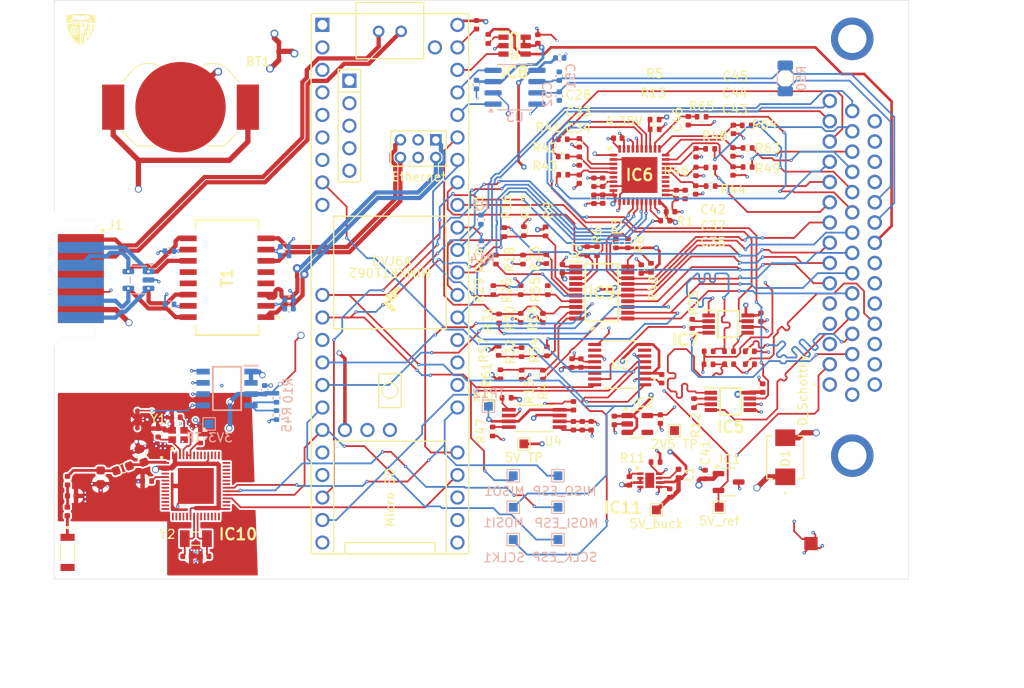
<source format=kicad_pcb>
(kicad_pcb (version 20241229) (generator "pcbnew") (generator_version "9.0")
  (layers (0 "F.Cu" signal) (4 "In1.Cu" power) (6 "In2.Cu" power) (2 "B.Cu" signal) (13 "F.Paste" user) (15 "B.Paste" user) (5 "F.SilkS" user "F.Silkscreen") (7 "B.SilkS" user "B.Silkscreen") (1 "F.Mask" user) (3 "B.Mask" user) (25 "Edge.Cuts" user))
  (net 0 "")
  (net 1 "GNDA")
  (net 2 "3V3")
  (net 3 "2V5")
  (net 4 "5V_buck")
  (net 5 "5V_usb")
  (net 6 "5V")
  (net 7 "Net-(IC6-REGCAPA)")
  (net 8 "Net-(IC6-REGCAPD)")
  (net 9 "5V_ref")
  (net 10 "3V3_teensy")
  (net 11 "A1_nyq")
  (net 12 "Net-(T1-TCT)")
  (net 13 "Net-(T1-RCT)")
  (net 14 "A2_nyq")
  (net 15 "A3_nyq")
  (net 16 "A4_nyq")
  (net 17 "A5_nyq")
  (net 18 "11.1V")
  (net 19 "11.1V_battery")
  (net 20 "RD-")
  (net 21 "TD-")
  (net 22 "RD+")
  (net 23 "TD+")
  (net 25 "Net-(IC4-ADJ)")
  (net 26 "sg1")
  (net 27 "Net-(IC5-RG_2)")
  (net 28 "Net-(IC5-RG_1)")
  (net 29 "bias_A")
  (net 30 "sg1-")
  (net 31 "sg1+")
  (net 34 "SCLK1")
  (net 36 "MOSI1")
  (net 37 "2V5_ref")
  (net 38 "!ERROR")
  (net 40 "sg2")
  (net 41 "MISO1")
  (net 42 "Net-(AE1-FEED)")
  (net 46 "Net-(IC7-RG_2)")
  (net 47 "bias_B")
  (net 48 "sg2-")
  (net 49 "sg2+")
  (net 50 "Net-(IC7-RG_1)")
  (net 51 "Net-(IC8-OUTA)")
  (net 52 "3V3_to_buff")
  (net 53 "3V3_out")
  (net 54 "Net-(IC9-EN)")
  (net 55 "SCL")
  (net 56 "SDA_mag")
  (net 57 "SDA")
  (net 58 "SCL_mag")
  (net 59 "DN6")
  (net 60 "D6_shift")
  (net 61 "AN5")
  (net 62 "DN4")
  (net 63 "AN4")
  (net 64 "Net-(BT1-+)")
  (net 65 "DN5")
  (net 66 "RX-")
  (net 67 "DN2")
  (net 68 "GP{slash}Int1")
  (net 70 "AN10")
  (net 71 "RX+")
  (net 72 "AN2")
  (net 73 "MOSI_ESP")
  (net 75 "AN3")
  (net 76 "DN1")
  (net 77 "usb-")
  (net 78 "AN1")
  (net 79 "TX-")
  (net 80 "sg_sense_1_FL")
  (net 82 "AN6")
  (net 84 "TX+")
  (net 85 "DN3")
  (net 86 "usb+")
  (net 87 "D1_shift")
  (net 89 "D2_shift")
  (net 90 "Net-(T1-RXCT)")
  (net 91 "Net-(T1-TXCT)")
  (net 92 "Net-(U4-ILIM)")
  (net 93 "D3_shift")
  (net 94 "D4_shift")
  (net 95 "D5_shift")
  (net 96 "sg_sense_2_FR")
  (net 97 "Net-(U4-STAT)")
  (net 104 "CS_ESP")
  (net 105 "!LDAC")
  (net 106 "SYNC")
  (net 109 "SCLK_ESP")
  (net 112 "Net-(IC10-LNA_IN)")
  (net 122 "AN7")
  (net 127 "Net-(C25-Pad2)")
  (net 133 "AN8")
  (net 134 "GP{slash}Int2")
  (net 136 "AN9")
  (net 137 "MISO_ESP")
  (net 138 "Net-(U1-16_A2_RX4_SCL1)")
  (net 139 "Net-(U1-17_A3_TX4_SDA1)")
  (net 140 "A6_nyq")
  (net 141 "A7_nyq")
  (net 142 "A8_nyq")
  (net 143 "A9_nyq")
  (net 144 "A10_nyq")
  (net 145 "Net-(IC6-AIN11)")
  (net 148 "Net-(C25-Pad1)")
  (net 163 "Net-(IC10-XTAL_P)")
  (net 167 "Net-(IC10-XTAL_N)")
  (net 171 "Net-(IC10-XTAL_32K_P)")
  (net 175 "Net-(IC10-XTAL_32K_N)")
  (net 176 "!CS_ADC")
  (net 184 "Net-(IC10-GPIO45)")
  (net 187 "Net-(IC10-GPIO0)")
  (net 189 "5V_buck_PG")
  (net 190 "Net-(IC11-SW)")
  (net 191 "CTX")
  (net 192 "CRX")
  (net 195 "CANH")
  (net 196 "unconnected-(J4-Pin_35-Pad35)")
  (net 197 "CANL")
  (net 198 "PGND")
  (net 199 "GNDD")
  (net 200 "B-")
  (footprint "Package_TO_SOT_SMD:SOT-23-3" (layer "F.Cu") (at 117.602 75.05495)
    (property "Reference" "IC1")
    (property "Value" "MAX6105EUR+T")
  )
  (footprint "Inductor_SMD:L_0402_1005Metric" (layer "F.Cu") (at 43.475 76.625 180)
    (property "Reference" "L3" (hide yes))
    (property "Value" "2.7nH")
  )
  (footprint "Resistor_SMD:R_0402_1005Metric" (layer "F.Cu") (at 119.752 37.35495)
    (property "Reference" "R63")
    (property "Value" "1.6k")
  )
  (footprint "Capacitor_SMD:C_0402_1005Metric" (layer "F.Cu") (at 100.752 36.77495 -90)
    (property "Reference" "C28")
    (property "Value" "0.1uF")
  )
  (footprint "Resistor_SMD:R_0402_1005Metric" (layer "F.Cu") (at 91.05 53.4 -90)
    (property "Reference" "R29")
    (property "Value" "DNP")
  )
  (footprint "Resistor_SMD:R_0402_1005Metric" (layer "F.Cu") (at 113.702 66.15495 -90)
    (property "Reference" "R12")
    (property "Value" "64.2k (0.1%)")
  )
  (footprint "Resistor_SMD:R_0402_1005Metric" (layer "F.Cu") (at 97.02 49.89 90)
    (property "Reference" "R23")
    (property "Value" "1.07k")
  )
  (footprint "Inductor_SMD:L_0402_1005Metric" (layer "F.Cu") (at 42.975 78.375 90)
    (property "Reference" "L4" (hide yes))
    (property "Value" "3.3nH")
  )
  (footprint "Capacitor_SMD:C_0402_1005Metric" (layer "F.Cu") (at 121.452 64.45495 90)
    (property "Reference" "C22" (hide yes))
    (property "Value" "0.1uF")
  )
  (footprint "Capacitor_SMD:C_0402_1005Metric" (layer "F.Cu") (at 104.702 68.10495 -90)
    (property "Reference" "C1" (hide yes))
    (property "Value" "1 uF")
  )
  (footprint "Inductor_SMD:L_0402_1005Metric" (layer "F.Cu") (at 111.952 74.10495 -90)
    (property "Reference" "L1")
    (property "Value" "2.2uH")
  )
  (footprint "22XT_Main:Double Sided Mezzanine Card Edge_Edge Side" (layer "F.Cu") (at 41.5 46.6)
    (property "Reference" "J1")
    (property "Value" "Mezzanine Edge")
    (fp_line (start 0 0.3) (end 0.25 0.05) (stroke (width 0.01)) (layer "Edge.Cuts"))
    (fp_line (start 0 10.7) (end 0 0.3) (stroke (width 0.01)) (layer "Edge.Cuts"))
    (fp_line (start 0 10.7) (end 0.25 10.95) (stroke (width 0.01)) (layer "Edge.Cuts"))
    (fp_line (start 0.25 0.05) (end 4.7 0.05) (stroke (width 0.01)) (layer "Edge.Cuts"))
    (fp_line (start 1 -1.1) (end 0 -2.1) (stroke (width 0.01)) (layer "Edge.Cuts"))
    (fp_line (start 1 12.1) (end 0 13.1) (stroke (width 0.01)) (layer "Edge.Cuts"))
    (fp_line (start 4.7 -1.1) (end 1 -1.1) (stroke (width 0.01)) (layer "Edge.Cuts"))
    (fp_line (start 4.7 0.05) (end 4.7 -1.1) (stroke (width 0.01)) (layer "Edge.Cuts"))
    (fp_line (start 4.7 10.95) (end 0.25 10.95) (stroke (width 0.01)) (layer "Edge.Cuts"))
    (fp_line (start 4.7 10.95) (end 4.7 12.1) (stroke (width 0.01)) (layer "Edge.Cuts"))
    (fp_line (start 4.7 12.1) (end 1 12.1) (stroke (width 0.01)) (layer "Edge.Cuts"))
  )
  (footprint "Resistor_SMD:R_0402_1005Metric" (layer "F.Cu") (at 57.98 70.14505 -90)
    (property "Reference" "R101" (hide yes))
    (property "Value" "10k")
  )
  (footprint "Capacitor_SMD:C_0402_1005Metric" (layer "F.Cu") (at 101.092 68.70495 -90)
    (property "Reference" "C10" (hide yes))
    (property "Value" "4.7uF")
  )
  (footprint "Resistor_SMD:R_0402_1005Metric" (layer "F.Cu") (at 119.752 39.50495)
    (property "Reference" "R49")
    (property "Value" "1.6k")
  )
  (footprint "NetTie:NetTie-3_SMD_Pad0.5mm" (layer "F.Cu") (at 50.88 68 90)
    (property "Reference" "NT3" (hide yes))
    (property "Value" "NetTie_3_Tee" (hide yes))
  )
  (footprint "22XT_Main:Teensy41" (layer "F.Cu") (at 79.382 52.67495 -90)
    (property "Reference" "U1")
    (property "Value" "Teensy4.1")
  )
  (footprint "Resistor_SMD:R_0402_1005Metric" (layer "F.Cu") (at 104.892 48.11495 90)
    (property "Reference" "R3")
    (property "Value" "1.69k")
  )
  (footprint "22XT_Main:RU_16_ADI" (layer "F.Cu") (at 105.3131 61.80495)
    (property "Reference" "U2")
    (property "Value" "AD5689RARUZ-RL7")
  )
  (footprint "Package_TO_SOT_SMD:SOT-23-5" (layer "F.Cu") (at 107.302 68.50495)
    (property "Reference" "IC2")
    (property "Value" "LP5907MFX-2.5_NOPB")
  )
  (footprint "Capacitor_SMD:C_0402_1005Metric" (layer "F.Cu") (at 102.402 43.14495 -90)
    (property "Reference" "C15" (hide yes))
    (property "Value" "10uF")
  )
  (footprint "TestPoint:TestPoint_Pad_1.0x1.0mm" (layer "F.Cu") (at 109.45 78.20495)
    (property "Reference" "TP11" (hide yes))
    (property "Value" "5V_buck")
  )
  (footprint "Capacitor_SMD:C_0402_1005Metric" (layer "F.Cu") (at 118.152 35.25495 -90)
    (property "Reference" "C45")
    (property "Value" "0.1uF")
  )
  (footprint "Inductor_SMD:L_0603_1608Metric" (layer "F.Cu") (at 49.23 73.519341 20)
    (property "Reference" "L2" (hide yes))
    (property "Value" "2.7nH")
  )
  (footprint "Capacitor_SMD:C_0402_1005Metric" (layer "F.Cu") (at 55.23 67.75 180)
    (property "Reference" "C48" (hide yes))
    (property "Value" "14pF")
  )
  (footprint "Capacitor_SMD:C_0402_1005Metric" (layer "F.Cu") (at 43 74.9 90)
    (property "Reference" "C25" (hide yes))
    (property "Value" "1.2pF")
  )
  (footprint "Resistor_SMD:R_0402_1005Metric" (layer "F.Cu") (at 96.65 56.55 90)
    (property "Reference" "R56")
    (property "Value" "1.07k")
  )
  (footprint "Capacitor_SMD:C_0402_1005Metric" (layer "F.Cu") (at 110.05 63.4 -90)
    (property "Reference" "C24" (hide yes))
    (property "Value" "0.1uF")
  )
  (footprint "22XT_Main:SOP65P490X110-8N" (layer "F.Cu") (at 117.552 57.22995)
    (property "Reference" "IC7")
    (property "Value" "INA827AIDGK" (hide yes))
  )
  (footprint "Capacitor_SMD:C_0402_1005Metric" (layer "F.Cu") (at 112.702 42.60495 -90)
    (property "Reference" "C19" (hide yes))
    (property "Value" "1uF")
  )
  (footprint "22XT_Main:SOP65P640X120-8N" (layer "F.Cu") (at 95.672 67.87995)
    (property "Reference" "U4")
    (property "Value" "TPS2115APWR")
  )
  (footprint "Capacitor_SMD:C_0402_1005Metric" (layer "F.Cu") (at 111.702 42.60495 -90)
    (property "Reference" "C14" (hide yes))
    (property "Value" "0.1uF")
  )
  (footprint "Resistor_SMD:R_0402_1005Metric" (layer "F.Cu") (at 94.5 46.74 90)
    (property "Reference" "R17")
    (property "Value" "DNP")
  )
  (footprint "Capacitor_SMD:C_0402_1005Metric" (layer "F.Cu") (at 100.092 68.70495 -90)
    (property "Reference" "C8" (hide yes))
    (property "Value" "0.1uF")
  )
  (footprint "22XT_Main:QFN40P700X700X90-57N-D" (layer "F.Cu") (at 57.48 75.5)
    (property "Reference" "IC10")
    (property "Value" "ESP32-S3" (hide yes))
  )
  (footprint "Resistor_SMD:R_0402_1005Metric" (layer "F.Cu") (at 96.65 62.95 90)
    (property "Reference" "R4")
    (property "Value" "DNP")
  )
  (footprint "Resistor_SMD:R_0402_1005Metric" (layer "F.Cu") (at 97.2 53.4 -90)
    (property "Reference" "R55")
    (property "Value" "1.07k")
  )
  (footprint "Resistor_SMD:R_0402_1005Metric" (layer "F.Cu") (at 94.15 56.54 -90)
    (property "Reference" "R30")
    (property "Value" "DNP")
  )
  (footprint "Resistor_SMD:R_0402_1005Metric" (layer "F.Cu") (at 101.652 49.00495 -90)
    (property "Reference" "R7")
    (property "Value" "1.07k")
  )
  (footprint "Resistor_SMD:R_0402_1005Metric" (layer "F.Cu") (at 98.892 36.37495 180)
    (property "Reference" "R41")
    (property "Value" "1.6k")
  )
  (footprint "TestPoint:TestPoint_Pad_1.0x1.0mm" (layer "F.Cu") (at 116.55 77.9)
    (property "Reference" "TP10" (hide yes))
    (property "Value" "5V_ref")
  )
  (footprint "Resistor_SMD:R_0402_1005Metric" (layer "F.Cu") (at 91.35 49.95 90)
    (property "Reference" "R19")
    (property "Value" "DNP")
  )
  (footprint "Capacitor_SMD:C_0402_1005Metric" (layer "F.Cu") (at 121.252 56.45495 -90)
    (property "Reference" "C23" (hide yes))
    (property "Value" "0.1uF")
  )
  (footprint "Resistor_SMD:R_0402_1005Metric" (layer "F.Cu") (at 94.15 53.4 90)
    (property "Reference" "R26")
    (property "Value" "DNP")
  )
  (footprint "Capacitor_SMD:C_0402_1005Metric" (layer "F.Cu") (at 98.842 50.99495 90)
    (property "Reference" "C40" (hide yes))
    (property "Value" "0.1uF" (hide yes))
  )
  (footprint "TestPoint:TestPoint_Pad_1.0x1.0mm" (layer "F.Cu") (at 111.5 69.25)
    (property "Reference" "TP9" (hide yes))
    (property "Value" "2V5 TP")
  )
  (footprint "Resistor_SMD:R_0402_1005Metric" (layer "F.Cu") (at 106.242 48.11495 90)
    (property "Reference" "R8")
    (property "Value" "1.69k")
  )
  (footprint "Capacitor_SMD:C_0402_1005Metric" (layer "F.Cu") (at 106.402 74.93495 -90)
    (property "Reference" "C38" (hide yes))
    (property "Value" "10uF")
  )
  (footprint "Capacitor_SMD:C_0402_1005Metric" (layer "F.Cu") (at 110.952 76.30495 90)
    (property "Reference" "C39" (hide yes))
    (property "Value" "22uF")
  )
  (footprint "22XT_Main:XDCR_2450AT18B100E" (layer "F.Cu") (at 43 83 -90)
    (property "Reference" "AE1" (hide yes))
    (property "Value" "Antenna_Chip")
  )
  (footprint "NetTie:NetTie-4_SMD_Pad0.5mm" (layer "F.Cu") (at 126.9 82 -90)
    (property "Reference" "NT1" (hide yes))
    (property "Value" "NetTie_4_Cross" (hide yes))
  )
  (footprint "22XT_Main:SOT95P280X145-6N" (layer "F.Cu") (at 93.452 25.80495)
    (property "Reference" "IC8")
    (property "Value" "AD8591ARTZ-REEL7" (hide yes))
  )
  (footprint "Resistor_SMD:R_0402_1005Metric" (layer "F.Cu") (at 91.85 62.9 90)
    (property "Reference" "R61")
    (property "Value" "1.07k")
  )
  (footprint "Resistor_SMD:R_0402_1005Metric" (layer "F.Cu") (at 51.98 74.95)
    (property "Reference" "R100" (hide yes))
    (property "Value" "10k")
  )
  (footprint "Resistor_SMD:R_0402_1005Metric" (layer "F.Cu") (at 115.522 37.45495)
    (property "Reference" "R48")
    (property "Value" "1.6k")
  )
  (footprint "Resistor_SMD:R_0402_1005Metric" (layer "F.Cu") (at 115.582 41.65495)
    (property "Reference" "R44")
    (property "Value" "1.6k")
  )
  (footprint "Capacitor_SMD:C_0402_1005Metric" (layer "F.Cu") (at 103.402 41.22495 90)
    (property "Reference" "C18" (hide yes))
    (property "Value" "0.1uF")
  )
  (footprint "Capacitor_SMD:C_0402_1005Metric" (layer "F.Cu") (at 118.102 39.95495 -90)
    (property "Reference" "C43")
    (property "Value" "0.1uF")
  )
  (footprint "Capacitor_SMD:C_0402_1005Metric" (layer "F.Cu") (at 100.752 38.82495 -90)
    (property "Reference" "C33")
    (property "Value" "0.1uF")
  )
  (footprint "Resistor_SMD:R_0402_1005Metric" (layer "F.Cu") (at 115.362 60.30495)
    (property "Reference" "R21" (hide yes))
    (property "Value" "352R (0.1%)")
  )
  (footprint "Resistor_SMD:R_0402_1005Metric" (layer "F.Cu") (at 91.7 56.6 90)
    (property "Reference" "R31")
    (property "Value" "DNP")
  )
  (footprint "22XT_Main:BJR_LOGO" (layer "F.Cu") (at 44.5 24)
    (property "Reference" "G***" (hide yes))
    (property "Value" "BJR_LOGO" (hide yes))
  )
  (footprint "NetTie:NetTie-3_SMD_Pad0.5mm" (layer "F.Cu") (at 66.85 26.45 -90)
    (property "Reference" "NT2" (hide yes))
    (property "Value" "NetTie_3_Tee" (hide yes))
  )
  (footprint "Capacitor_SMD:C_0402_1005Metric" (layer "F.Cu") (at 113.892 42.09495 -90)
    (property "Reference" "C35")
    (property "Value" "0.1uF")
  )
  (footprint "Resistor_SMD:R_0402_1005Metric" (layer "F.Cu") (at 108.842 50.87495 90)
    (property "Reference" "R40")
    (property "Value" "200k")
  )
  (footprint "Resistor_SMD:R_0402_1005Metric" (layer "F.Cu") (at 91.65 60.25 -90)
    (property "Reference" "R57")
    (property "Value" "1.07k")
  )
  (footprint "Resistor_SMD:R_0402_1005Metric" (layer "F.Cu") (at 94.4 49.95 -90)
    (property "Reference" "R18")
    (property "Value" "DNP")
  )
  (footprint "22XT_Main:XTAL_ECS-.327-12.5-34B-TR" (layer "F.Cu") (at 57.48 81.45 180)
    (property "Reference" "Y2")
    (property "Value" "ECS-.327-12.5-34B-TR")
  )
  (footprint "Capacitor_SMD:C_0402_1005Metric" (layer "F.Cu") (at 100.752 40.87495 -90)
    (property "Reference" "C34")
    (property "Value" "0.1uF")
  )
  (footprint "Resistor_SMD:R_0402_1005Metric" (layer "F.Cu") (at 96.95 46.7713 -90)
    (property "Reference" "R9")
    (property "Value" "1.07k")
  )
  (footprint "Resistor_SMD:R_0402_1005Metric" (layer "F.Cu") (at 98.892 38.32495 180)
    (property "Reference" "R42")
    (property "Value" "1.6k")
  )
  (footprint "Resistor_SMD:R_0402_1005Metric" (layer "F.Cu") (at 120.012 61.75495)
    (property "Reference" "R38" (hide yes))
    (property "Value" "352R (0.1%)" (hide yes))
  )
  (footprint "Capacitor_SMD:C_0402_1005Metric" (layer "F.Cu") (at 118.102 37.80495 -90)
    (property "Reference" "C44")
    (property "Value" "0.1uF")
  )
  (footprint "Resistor_SMD:R_0402_1005Metric" (layer "F.Cu") (at 92.3 46.85 -90)
    (property "Reference" "R16")
    (property "Value" "DNP")
  )
  (footprint "Resistor_SMD:R_0402_1005Metric" (layer "F.Cu") (at 98.942 40.37495 180)
    (property "Reference" "R43")
    (property "Value" "1.6k")
  )
  (footprint "Capacitor_SMD:C_0402_1005Metric" (layer "F.Cu") (at 109.902 67.95495 -90)
    (property "Reference" "C2" (hide yes))
    (property "Value" "1 uF")
  )
  (footprint "Capacitor_SMD:C_0402_1005Metric" (layer "F.Cu") (at 53.23 69.5 90)
    (property "Reference" "C47" (hide yes))
    (property "Value" "14pF")
  )
  (footprint "Resistor_SMD:R_0402_1005Metric" (layer "F.Cu") (at 109.262 35.25495)
    (property "Reference" "R13")
    (property "Value" "100R")
  )
  (footprint "Resistor_SMD:R_0402_1005Metric" (layer "F.Cu") (at 119.652 34.80495)
    (property "Reference" "R64")
    (property "Value" "1.6k")
  )
  (footprint "Resistor_SMD:R_0402_1005Metric" (layer "F.Cu") (at 109.252 34.15495 180)
    (property "Reference" "R5")
    (property "Value" "680R")
  )
  (footprint "22XT_Main:SOP65P490X110-8N" (layer "F.Cu") (at 117.802 65.95495)
    (property "Reference" "IC5")
    (property "Value" "INA827AIDGK" (hide yes))
  )
  (footprint "Battery:BatteryHolder_LINX_BAT-HLD-012-SMT" (layer "F.Cu") (at 55.75 32.75 180)
    (property "Reference" "BT1")
    (property "Value" "Battery_Cell")
  )
  (footprint "22XT_Main:QFN50P600X600X80-41N-D" (layer "F.Cu") (at 107.552 40.40495)
    (property "Reference" "IC6")
    (property "Value" "AD7175-8BCPZ-RL7" (hide yes))
  )
  (footprint "TestPoint:TestPoint_Pad_1.0x1.0mm" (layer "F.Cu") (at 94.5 70.75)
    (property "Reference" "TP7" (hide yes))
    (property "Value" "5V TP")
  )
  (footprint "22XT_Main:XTAL_ECS-400-10-37B2-CKY-TR" (layer "F.Cu") (at 55.48 69.75)
    (property "Reference" "Y1")
    (property "Value" "ECS-400-10-37B2-CKY-TR")
  )
  (footprint "Capacitor_SMD:C_0402_1005Metric" (layer "F.Cu") (at 56.48 83.45)
    (property "Reference" "C49" (hide yes))
    (property "Value" "17pF")
  )
  (footprint "Capacitor_SMD:C_0402_1005Metric" (layer "F.Cu") (at 58.48 83.45 180)
    (property "Reference" "C50" (hide yes))
    (property "Value" "17pF")
  )
  (footprint "Resistor_SMD:R_0402_1005Metric" (layer "F.Cu") (at 117.662 61.75495)
    (property "Reference" "R22" (hide yes))
    (property "Value" "352R (0.1%)" (hide yes))
  )
  (footprint "Capacitor_SMD:C_0603_1608Metric" (layer "F.Cu") (at 46.73 74.519341 -90)
    (property "Reference" "C6" (hide yes))
    (property "Value" "1.5pF")
  )
  (footprint "Resistor_SMD:R_0402_1005Metric" (layer "F.Cu") (at 94.25 62.95 90)
    (property "Reference" "R15")
    (property "Value" "DNP")
  )
  (footprint "22XT_Main:DO-214BA_MCH" (layer "F.Cu") (at 124.002 72.2637 90)
    (property "Reference" "D1")
    (property "Value" "D_Schottky")
  )
  (footprint "Capacitor_SMD:C_0402_1005Metric" (layer "F.Cu") (at 107.742 51.02495 90)
    (property "Reference" "C26" (hide yes))
    (property "Value" "0.1uF")
  )
  (footprint "Capacitor_SMD:C_0402_1005Metric" (layer "F.Cu") (at 89.15 23.45 -90)
    (property "Reference" "C21" (hide yes))
    (property "Value" "0.1uF")
  )
  (footprint "Resistor_SMD:R_0402_1005Metric" (layer "F.Cu") (at 90.476 25.05495 -90)
    (property "Reference" "R33" (hide yes))
    (property "Value" "20R")
  )
  (footprint "22XT_Main:aaren_mouser_db44_screws" (layer "F.Cu") (at 129.022 64.05495 90)
    (property "Reference" "J4" (hide yes))
    (property "Value" "DB44 (Analog | Digital)" (hide yes))
  )
  (footprint "Resistor_SMD:R_0402_1005Metric" (layer "F.Cu") (at 102.752 49.00495 -90)
    (property "Reference" "R6")
    (property "Value" "1.07k")
  )
  (footprint "Resistor_SMD:R_0402_1005Metric" (layer "F.Cu") (at 97.1 60.3 -90)
    (property "Reference" "R34")
    (property "Value" "DNP")
  )
  (footprint "Capacitor_SMD:C_0402_1005Metric" (layer "F.Cu") (at 103.402 43.12495 -90)
    (property "Reference" "C16" (hide yes))
    (property "Value" "0.1uF")
  )
  (footprint "Capacitor_SMD:C_0402_1005Metric" (layer "F.Cu") (at 113.922 40.00495 -90)
    (property "Reference" "C37")
    (property "Value" "0.1uF")
  )
  (footprint "22XT_Main:SON50P200X200X80-9N" (layer "F.Cu") (at 108.702 74.86745)
    (property "Reference" "IC11")
    (property "Value" "TPS62173DSGT" (hide yes))
  )
  (footprint "Capacitor_SMD:C_0402_1005Metric" (layer "F.Cu") (at 114.952 74.20495 -90)
    (property "Reference" "C41")
    (property "Value" "0.1uF")
  )
  (footprint "Resistor_SMD:R_0402_1005Metric" (layer "F.Cu") (at 117.652 60.30495)
    (property "Reference" "R24" (hide yes))
    (property "Value" "352R (0.1%)" (hide yes))
  )
  (footprint "Resistor_SMD:R_0402_1005Metric" (layer "F.Cu") (at 110.452 45.55495)
    (property "Reference" "R1")
    (property "Value" "10k")
  )
  (footprint "Resistor_SMD:R_0402_1005Metric" (layer "F.Cu") (at 114.552 33.83495)
    (property "Reference" "R65")
    (property "Value" "1.6k")
  )
  (footprint "Capacitor_SMD:C_0402_1005Metric" (layer "F.Cu") (at 96.076 25.05495 -90)
    (property "Reference" "C27" (hide yes))
    (property "Value" "0.1uF")
  )
  (footprint "Capacitor_SMD:C_0402_1005Metric" (layer "F.Cu") (at 102.402 41.22495 90)
    (property "Reference" "C13" (hide yes))
    (property "Value" "1uF")
  )
  (footprint "Resistor_SMD:R_0402_1005Metric" (layer "F.Cu") (at 115.572 39.55495)
    (property "Reference" "R46")
    (property "Value" "1.6k")
  )
  (footprint "22XT_Main:749013011" (layer "F.Cu") (at 61 52 90)
    (property "Reference" "T1")
    (property "Value" "749013011" (hide yes))
  )
  (footprint "Resistor_SMD:R_0402_1005Metric" (layer "F.Cu") (at 109.362 72.80495)
    (property "Reference" "R11")
    (property "Value" "100k")
  )
  (footprint "Capacitor_SMD:C_0603_1608Metric" (layer "F.Cu") (at 51.3675 72.098171 110)
    (property "Reference" "C5" (hide yes))
    (property "Value" "1.5pF")
  )
  (footprint "Resistor_SMD:R_0402_1005Metric" (layer "F.Cu") (at 90.977 69.35495 -90)
    (property "Reference" "R47")
    (property "Value" "400R")
  )
  (footprint "Capacitor_SMD:C_0402_1005Metric" (layer "F.Cu") (at 113.932 37.88495 -90)
    (property "Reference" "C42")
    (property "Value" "0.1uF")
  )
  (footprint "Capacitor_SMD:C_0402_1005Metric" (layer "F.Cu") (at 99.9325 61.629949 -90)
    (property "Reference" "C11" (hide yes))
    (property "Value" "10uF")
  )
  (footprint "22XT_Main:SOP65P640X120-20N" (layer "F.Cu") (at 103.292 53.67495)
    (property "Reference" "IC9")
    (property "Value" "LSF0108PWR" (hide yes))
  )
  (footprint "Resistor_SMD:R_0402_1005Metric" (layer "F.Cu") (at 94.25 60.4 90)
    (property "Reference" "R32")
    (property "Value" "DNP")
  )
  (footprint "Resistor_SMD:R_0402_1005Metric" (layer "F.Cu") (at 113.502 57.20495 -90)
    (property "Reference" "R25")
    (property "Value" "64.2k (0.1%)")
  )
  (footprint "Capacitor_SMD:C_0402_1005Metric" (layer "F.Cu") (at 111.052 44.55495)
    (property "Reference" "C20" (hide yes))
    (property "Value" "0.1uF")
  )
  (footprint "Capacitor_SMD:C_0402_1005Metric" (layer "F.Cu") (at 113.052 34.28495 -90)
    (property "Reference" "C46")
    (property "Value" "0.1uF")
  )
  (footprint "Capacitor_SMD:C_0402_1005Metric" (layer "F.Cu") (at 100.092 66.45495 90)
    (property "Reference" "C9" (hide yes))
    (property "Value" "0.1uF")
  )
  (footprint "Capacitor_SMD:C_0402_1005Metric" (layer "F.Cu") (at 105.102 36.25495 180)
    (property "Reference" "C17" (hide yes))
    (property "Value" "0.1uF" (hide yes))
  )
  (footprint "Resistor_SMD:R_0402_1005Metric" (layer "F.Cu") (at 115.342 61.77495)
    (property "Reference" "R20" (hide yes))
    (property "Value" "352R (0.1%)" (hide yes))
  )
  (footprint "Capacitor_SMD:C_0402_1005Metric" (layer "F.Cu") (at 102.092 68.70495 -90)
    (property "Reference" "C36" (hide yes))
    (property "Value" "4.7uF")
  )
  (footprint "Resistor_SMD:R_0402_1005Metric" (layer "F.Cu") (at 92.55 65.55 180)
    (property "Reference" "R60")
    (property "Value" "100k")
  )
  (footprint "Resistor_SMD:R_0402_1005Metric" (layer "F.Cu") (at 120.002 60.30495)
    (property "Reference" "R39" (hide yes))
    (property "Value" "352R (0.1%)" (hide yes))
  )
  (footprint "Capacitor_SMD:C_0402_1005Metric" (layer "F.Cu") (at 100.9325 61.629949 -90)
    (property "Reference" "C12" (hide yes))
    (property "Value" "0.1uF")
  )
  (footprint "Capacitor_SMD:C_0402_1005Metric" (layer "B.Cu") (at 65.25 64.65 -90)
    (property "Reference" "C7" (hide yes))
    (property "Value" "2.2uF")
  )
  (footprint "TestPoint:TestPoint_Pad_1.0x1.0mm" (layer "B.Cu") (at 93.302 77.90495 180)
    (property "Reference" "TP5" (hide yes))
    (property "Value" "MOSI1")
  )
  (footprint "Package_SO:SOIC-8_3.9x4.9mm_P1.27mm" (layer "B.Cu") (at 93.5 30.5)
    (property "Reference" "U3")
    (property "Value" "MCP2562FD-E/SN")
  )
  (footprint "Capacitor_SMD:C_0402_1005Metric" (layer "B.Cu") (at 67.5 49.5 180)
    (property "Reference" "C30" (hide yes))
    (property "Value" "0.1uF" (hide yes))
  )
  (footprint "TestPoint:TestPoint_Pad_1.0x1.0mm" (layer "B.Cu") (at 58.98 68.5 180)
    (property "Reference" "TP8" (hide yes))
    (property "Value" "3V3 TP")
  )
  (footprint "TestPoint:TestPoint_Pad_1.0x1.0mm" (layer "B.Cu") (at 90.5 66.5 180)
    (property "Reference" "TP12")
    (property "Value" "5V_usb" (hide yes))
  )
  (footprint "TestPoint:TestPoint_Pad_1.0x1.0mm" (layer "B.Cu") (at 93.3 81.55 180)
    (property "Reference" "TP6" (hide yes))
    (property "Value" "SCLK1")
  )
  (footprint "Capacitor_SMD:C_0402_1005Metric" (layer "B.Cu") (at 98.55 27.2 180)
    (property "Reference" "C4" (hide yes))
    (property "Value" "0.1uF" (hide yes))
  )
  (footprint "TestPoint:TestPoint_Pad_1.0x1.0mm" (layer "B.Cu") (at 98.35 81.55 180)
    (property "Reference" "TP3" (hide yes))
    (property "Value" "SCLK_ESP")
  )
  (footprint "Resistor_SMD:R_0402_1005Metric" (layer "B.Cu") (at 54.5 49)
    (property "Reference" "R28" (hide yes))
    (property "Value" "52.3R" (hide yes))
  )
  (footprint "TestPoint:TestPoint_Pad_1.0x1.0mm" (layer "B.Cu") (at 93.3 74.35 180)
    (property "Reference" "TP4" (hide yes))
    (property "Value" "MISO1")
  )
  (footprint "Resistor_SMD:R_0402_1005Metric" (layer "B.Cu") (at 89.65 45.45 -90)
    (property "Reference" "R2")
    (property "Value" "DNP")
  )
  (footprint "Resistor_SMD:R_0402_1005Metric" (layer "B.Cu") (at 54.51 55)
    (property "Reference" "R27" (hide yes))
    (property "Value" "52.3R" (hide yes))
  )
  (footprint "Capacitor_SMD:C_0402_1005Metric" (layer "B.Cu") (at 68 55.5 180)
    (property "Reference" "C31" (hide yes))
    (property "Value" "0.1uF" (hide yes))
  )
  (footprint "Resistor_SMD:R_0402_1005Metric" (layer "B.Cu") (at 66.575 65.55 -90)
    (property "Reference" "R10")
    (property "Value" "36.5k")
  )
  (footprint "TestPoint:TestPoint_Pad_1.0x1.0mm" (layer "B.Cu") (at 98.35 74.35 180)
    (property "Reference" "TP1" (hide yes))
    (property "Value" "MISO_ESP")
  )
  (footprint "Capacitor_SMD:C_0402_1005Metric" (layer "B.Cu") (at 98.5 31.5 -90)
    (property "Reference" "C52")
    (property "Value" "40pF")
  )
  (footprint "Resistor_SMD:R_0402_1005Metric" (layer "B.Cu") (at 89.7 48.35 90)
    (property "Reference" "R14")
    (property "Value" "DNP")
  )
  (footprint "Package_TO_SOT_SMD:SOT-23-5" (layer "B.Cu") (at 51 52.25 180)
    (property "Reference" "D2" (hide yes))
    (property "Value" "RCLAMP3354S.TCT")
  )
  (footprint "Resistor_SMD:R_0402_1005Metric" (layer "B.Cu") (at 66.575 67.5 -90)
    (property "Reference" "R45")
    (property "Value" "22k")
  )
  (footprint "Capacitor_SMD:C_0402_1005Metric" (layer "B.Cu") (at 68 54.5 180)
    (property "Reference" "C32" (hide yes))
    (property "Value" "0.1uF" (hide yes))
  )
  (footprint "Resistor_SMD:R_1206_3216Metric" (layer "B.Cu") (at 124 29.5 90)
    (property "Reference" "R50")
    (property "Value" "120")
  )
  (footprint "Capacitor_SMD:C_0402_1005Metric" (layer "B.Cu") (at 89.15 30.2 90)
    (property "Reference" "C3" (hide yes))
    (property "Value" "0.1uF" (hide yes))
  )
  (footprint "Capacitor_SMD:C_0402_1005Metric" (layer "B.Cu") (at 67.5 48.5 180)
    (property "Reference" "C29" (hide yes))
    (property "Value" "0.1uF" (hide yes))
  )
  (footprint "Capacitor_SMD:C_0402_1005Metric" (layer "B.Cu") (at 98.5 29.25 90)
    (property "Reference" "C51")
    (property "Value" "40pF")
  )
  (footprint "22XT_Main:SOIC127P600X175-8N" (layer "B.Cu") (at 61 64.5 180)
    (property "Reference" "IC4" (hide yes))
    (property "Value" "SPX3819S-L_TR" (hide yes))
  )
  (footprint "TestPoint:TestPoint_Pad_1.0x1.0mm" (layer "B.Cu") (at 98.352 77.90495 180)
    (property "Reference" "TP2" (hide yes))
    (property "Value" "MOSI_ESP")
  )
  (gr_line (start 41.5 44.500118) (end 41.5 20.67995) (stroke (width 0.05)) (layer "Edge.Cuts"))
  (gr_line (start 137.9 86) (end 41.5 86) (stroke (width 0.05)) (layer "Edge.Cuts"))
  (gr_line (start 137.902 86) (end 137.902 20.67995) (stroke (width 0.05)) (layer "Edge.Cuts"))
  (gr_line (start 41.5 59.7) (end 41.5 86) (stroke (width 0.05)) (layer "Edge.Cuts"))
  (gr_line (start 137.902 20.67995) (end 41.5 20.67995) (stroke (width 0.05)) (layer "Edge.Cuts"))
  (gr_text "MIMXRT1062" (at 79.382 51.40495 180) (layer "F.SilkS") (effects (font (size 1 1))))
  (gr_text "4.35V" (at 103.6 34.95 0) (layer "F.SilkS") (effects (font (size 1 1)) (justify left bottom)))
  (segment (start 103.402 43.60495) (end 102.422 43.60495) (width 0.2) (layer "F.Cu") (net 1))
  (segment (start 120.512 60.30495) (end 121.352 60.30495) (width 0.2) (layer "F.Cu") (net 1))
  (segment (start 104.602 38.65495) (end 105.802 38.65495) (width 0.2) (layer "F.Cu") (net 1))
  (segment (start 121.252 56.93495) (end 121.772 56.93495) (width 0.2) (layer "F.Cu") (net 1))
  (segment (start 89.15 23.93) (end 89.15 24.1) (width 0.2) (layer "F.Cu") (net 1))
  (segment (start 110.7445 75.61745) (end 110.952 75.82495) (width 0.2) (layer "F.Cu") (net 1))
  (segment (start 119.500473 40.40495) (end 119.701236 40.605714) (width 0.2) (layer "F.Cu") (net 1))
  (segment (start 119.352 58.20495) (end 118.702 58.85495) (width 0.2) (layer "F.Cu") (net 1))
  (segment (start 100.352 41.75495) (end 100.302 41.75495) (width 0.2) (layer "F.Cu") (net 1))
  (segment (start 105.302 44.20495) (end 105.102 44.40495) (width 0.2) (layer "F.Cu") (net 1))
  (segment (start 105.351 43.30595) (end 105.351 42.60595) (width 0.2) (layer "F.Cu") (net 1))
  (segment (start 105.582 35.98495) (end 105.302 35.70495) (width 0.2) (layer "F.Cu") (net 1))
  (segment (start 127.4 81) (end 127.15 80.75) (width 0.2) (layer "F.Cu") (net 1))
  (segment (start 105.582 36.25495) (end 105.802 36.47495) (width 0.2) (layer "F.Cu") (net 1))
  (segment (start 118.102 38.28495) (end 119.082 38.28495) (width 0.2) (layer "F.Cu") (net 1))
  (segment (start 114.392 34.76495) (end 115.613192 34.76495) (width 0.2) (layer "F.Cu") (net 1))
  (segment (start 100.252 37.25495) (end 100.752 37.25495) (width 0.2) (layer "F.Cu") (net 1))
  (segment (start 99.902 36.95495) (end 99.952 36.95495) (width 0.2) (layer "F.Cu") (net 1))
  (segment (start 105.802 38.65495) (end 107.552 40.40495) (width 0.2) (layer "F.Cu") (net 1))
  (segment (start 96.076 24.57495) (end 96.076 23.97895) (width 0.2) (layer "F.Cu") (net 1))
  (segment (start 119.122 62.70495) (end 119.652 62.70495) (width 0.2) (layer "F.Cu") (net 1))
  (segment (start 109.752 75.61745) (end 109.752 76.15495) (width 0.2) (layer "F.Cu") (net 1))
  (segment (start 118.832 35.73495) (end 119.002 35.90495) (width 0.2) (layer "F.Cu") (net 1))
  (segment (start 107.652 75.90495) (end 107.502 76.05495) (width 0.2) (layer "F.Cu") (net 1))
  (segment (start 121.772 56.93495) (end 121.952 56.75495) (width 0.2) (layer "F.Cu") (net 1))
  (segment (start 113.922 40.48495) (end 114.782 40.48495) (width 0.2) (layer "F.Cu") (net 1))
  (segment (start 100.752 39.30495) (end 100.152 39.30495) (width 0.2) (layer "F.Cu") (net 1))
  (segment (start 120.94705 67.15) (end 120.727 66.92995) (width 0.2) (layer "F.Cu") (net 1))
  (segment (start 105.802 36.47495) (end 105.802 37.45495) (width 0.2) (layer "F.Cu") (net 1))
  (segment (start 100.302 41.75495) (end 100.152235 41.904715) (width 0.2) (layer "F.Cu") (net 1))
  (segment (start 113.892 42.57495) (end 114.722 42.57495) (width 0.2) (layer "F.Cu") (net 1))
  (segment (start 91.652 25.80495) (end 91.202 26.25495) (width 0.2) (layer "F.Cu") (net 1))
  (segment (start 121.452 60.40495) (end 122.102 60.40495) (width 0.2) (layer "F.Cu") (net 1))
  (segment (start 91.202 26.25495) (end 91.202 26.15495) (width 0.2) (layer "F.Cu") (net 1))
  (segment (start 97.57495 24.57495) (end 98.25 25.25) (width 0.2) (layer "F.Cu") (net 1))
  (segment (start 114.782 40.48495) (end 114.802 40.50495) (width 0.2) (layer "F.Cu") (net 1))
  (segment (start 107.552 40.40495) (end 106.302 41.65495) (width 0.2) (layer "F.Cu") (net 1))
  (segment (start 107.652 75.61745) (end 107.652 75.90495) (width 0.2) (layer "F.Cu") (net 1))
  (segment (start 118.162 60.30495) (end 118.162 59.74495) (width 0.2) (layer "F.Cu") (net 1))
  (segment (start 119.002 35.90495) (end 119.301265 36.204215) (width 0.2) (layer "F.Cu") (net 1))
  (segment (start 109.752 75.61745) (end 110.7445 75.61745) (width 0.2) (layer "F.Cu") (net 1))
  (segment (start 113.052 34.76495) (end 114.392 34.76495) (width 0.2) (layer "F.Cu") (net 1))
  (segment (start 119.301265 36.204215) (end 119.301265 36.254215) (width 0.2) (layer "F.Cu") (net 1))
  (segment (start 127.4 81.5) (end 127.4 81) (width 0.2) (layer "F.Cu") (net 1))
  (segment (start 118.102 40.43495) (end 119.022 40.43495) (width 0.2) (layer "F.Cu") (net 1))
  (segment (start 118.162 59.74495) (end 118.452 59.45495) (width 0.2) (layer "F.Cu") (net 1))
  (segment (start 102.422 43.60495) (end 102.402 43.62495) (width 0.2) (layer "F.Cu") (net 1))
  (segment (start 105.302 43.35495) (end 105.351 43.30595) (width 0.2) (layer "F.Cu") (net 1))
  (segment (start 121.035887 63.558837) (end 121.452 63.97495) (width 0.2) (layer "F.Cu") (net 1))
  (segment (start 114.702 42.55495) (end 114.702 42.45595) (width 0.2) (layer "F.Cu") (net 1))
  (segment (start 120.522 61.75495) (end 120.522 61.83495) (width 0.2) (layer "F.Cu") (net 1))
  (segment (start 119.052 40.40495) (end 119.500473 40.40495) (width 0.2) (layer "F.Cu") (net 1))
  (segment (start 103.402 40.74495) (end 102.402 40.74495) (width 0.2) (layer "F.Cu") (net 1))
  (segment (start 105.351 42.60595) (end 107.552 40.40495) (width 0.2) (layer "F.Cu") (net 1))
  (segment (start 101.632 43.62495) (end 101.452 43.80495) (width 0.2) (layer "F.Cu") (net 1))
  (segment (start 114.722 42.57495) (end 114.702 42.55495) (width 0.2) (layer "F.Cu") (net 1))
  (segment (start 100.752 41.35495) (end 100.352 41.75495) (width 0.2) (layer "F.Cu") (net 1))
  (segment (start 120.522 61.83495) (end 119.652 62.70495) (width 0.2) (layer "F.Cu") (net 1))
  (segment (start 106.302 41.65495) (end 104.602 41.65495) (width 0.2) (layer "F.Cu") (net 1))
  (segment (start 119.082 38.28495) (end 119.152 38.35495) (width 0.2) (layer "F.Cu") (net 1))
  (segment (start 109.902 35.25495) (end 110.502 34.65495) (width 0.2) (layer "F.Cu") (net 1))
  (segment (start 121.402 60.35495) (end 121.452 60.40495) (width 0.2) (layer "F.Cu") (net 1))
  (segment (start 118.702 59.20495) (end 118.702 58.85495) (width 0.2) (layer "F.Cu") (net 1))
  (segment (start 109.772 35.25495) (end 109.902 35.25495) (width 0.2) (layer "F.Cu") (net 1))
  (segment (start 101.702 40.75495) (end 101.712 40.74495) (width 0.2) (layer "F.Cu") (net 1))
  (segment (start 118.452 59.45495) (end 118.702 59.20495) (width 0.2) (layer "F.Cu") (net 1))
  (segment (start 66.35 24.45) (end 66.35 24.95) (width 0.6) (layer "F.Cu") (net 1))
  (segment (start 88.902 24.10495) (end 87.002 26.00495) (width 0.2) (layer "F.Cu") (net 1))
  (segment (start 115.613192 34.76495) (end 116.006604 34.371538) (width 0.2) (layer "F.Cu") (net 1))
  (segment (start 119.022 40.43495) (end 119.052 40.40495) (width 0.2) (layer "F.Cu") (net 1))
  (segment (start 119.752 58.20495) (end 119.352 58.20495) (width 0.2) (layer "F.Cu") (net 1))
  (segment (start 121.352 60.30495) (end 121.402 60.35495) (width 0.2) (layer "F.Cu") (net 1))
  (segment (start 121.3 67.15) (end 120.94705 67.15) (width 0.2) (layer "F.Cu") (net 1))
  (segment (start 96.076 24.57495) (end 97.57495 24.57495) (width 0.2) (layer "F.Cu") (net 1))
  (segment (start 118.172 61.75495) (end 119.122 62.70495) (width 0.2) (layer "F.Cu") (net 1))
  (segment (start 99.952 36.95495) (end 100.252 37.25495) (width 0.2) (layer "F.Cu") (net 1))
  (segment (start 120.727 66.92995) (end 120.002 66.92995) (width 0.2) (layer "F.Cu") (net 1))
  (segment (start 118.152 35.73495) (end 118.832 35.73495) (width 0.2) (layer "F.Cu") (net 1))
  (segment (start 105.302 43.35495) (end 105.302 44.20495) (width 0.2) (layer "F.Cu") (net 1))
  (segment (start 96.076 23.97895) (end 95.952 23.85495) (width 0.2) (layer "F.Cu") (net 1))
  (segment (start 109.752 76.15495) (end 109.552 76.35495) (width 0.2) (layer "F.Cu") (net 1))
  (segment (start 102.402 40.74495) (end 101.712 40.74495) (width 0.2) (layer "F.Cu") (net 1))
  (segment (start 121.035887 63.238837) (end 121.035887 63.558837) (width 0.2) (layer "F.Cu") (net 1))
  (segment (start 102.402 43.62495) (end 101.632 43.62495) (width 0.2) (layer "F.Cu") (net 1))
  (segment (start 105.582 36.25495) (end 105.582 35.98495) (width 0.2) (layer "F.Cu") (net 1))
  (segment (start 92.202 25.80495) (end 91.652 25.80495) (width 0.2) (layer "F.Cu") (net 1))
  (segment (start 114.542 38.36495) (end 114.552 38.35495) (width 0.2) (layer "F.Cu") (net 1))
  (segment (start 66.35 24.95) (end 66.85 25.45) (width 0.6) (layer "F.Cu") (net 1))
  (segment (start 113.932 38.36495) (end 114.542 38.36495) (width 0.2) (layer "F.Cu") (net 1))
  (via (at 110.502 34.65495) (size 0.375) (drill 0.15) (layers "F.Cu" "B.Cu") (net 1))
  (via (at 95.952 23.85495) (size 0.375) (drill 0.15) (layers "F.Cu" "B.Cu") (net 1))
  (via (at 121.035887 63.238837) (size 0.375) (drill 0.15) (layers "F.Cu" "B.Cu") (net 1))
  (via (at 114.702 42.45595) (size 0.375) (drill 0.15) (layers "F.Cu" "B.Cu") (net 1))
  (via (at 121.3 67.15) (size 0.375) (drill 0.15) (layers "F.Cu" "B.Cu") (net 1))
  (via (at 105.302 35.70495) (size 0.375) (drill 0.15) (layers "F.Cu" "B.Cu") (net 1))
  (via (at 100.152235 41.904715) (size 0.375) (drill 0.15) (layers "F.Cu" "B.Cu") (net 1))
  (via (at 66.35 24.45) (size 0.9) (drill 0.6) (layers "F.Cu" "B.Cu") (net 1))
  (via (at 99.902 36.95495) (size 0.375) (drill 0.15) (layers "F.Cu" "B.Cu") (net 1))
  (via (at 122.102 60.40495) (size 0.375) (drill 0.15) (layers "F.Cu" "B.Cu") (net 1))
  (via (at 119.152 38.35495) (size 0.375) (drill 0.15) (layers "F.Cu" "B.Cu") (net 1))
  (via (at 107.502 76.05495) (size 0.375) (drill 0.15) (layers "F.Cu" "B.Cu") (net 1))
  (via (at 119.701236 40.605714) (size 0.375) (drill 0.15) (layers "F.Cu" "B.Cu") (net 1))
  (via (at 89.25 31.75) (size 0.3) (drill 0.2) (layers "F.Cu" "B.Cu") (net 1))
  (via (at 98.25 25.25) (size 0.3) (drill 0.2) (layers "F.Cu" "B.Cu") (net 1))
  (via (at 101.712 40.74495) (size 0.375) (drill 0.15) (layers "F.Cu" "B.Cu") (net 1))
  (via (at 121.952 56.75495) (size 0.375) (drill 0.15) (layers "F.Cu" "B.Cu") (net 1))
  (via (at 118.702 58.85495) (size 0.375) (drill 0.15) (layers "F.Cu" "B.Cu") (net 1))
  (via (at 100.152 39.30495) (size 0.375) (drill 0.15) (layers "F.Cu" "B.Cu") (net 1))
  (via (at 91.202 26.15495) (size 0.375) (drill 0.15) (layers "F.Cu" "B.Cu") (net 1))
  (via (at 127.15 80.75) (size 0.375) (drill 0.15) (layers "F.Cu" "B.Cu") (net 1))
  (via (at 99.25 26.75) (size 0.3) (drill 0.2) (layers "F.Cu" "B.Cu") (net 1))
  (via (at 119.652 62.70495) (size 0.375) (drill 0.15) (layers "F.Cu" "B.Cu") (net 1))
  (via (at 116.006604 34.371538) (size 0.375) (drill 0.15) (layers "F.Cu" "B.Cu") (net 1))
  (via (at 101.452 43.80495) (size 0.375) (drill 0.15) (layers "F.Cu" "B.Cu") (net 1))
  (via (at 105.102 44.40495) (size 0.375) (drill 0.15) (layers "F.Cu" "B.Cu") (net 1))
  (via (at 109.552 76.35495) (size 0.375) (drill 0.15) (layers "F.Cu" "B.Cu") (net 1))
  (via (at 119.301265 36.254215) (size 0.375) (drill 0.15) (layers "F.Cu" "B.Cu") (net 1))
  (via (at 114.802 40.50495) (size 0.375) (drill 0.15) (layers "F.Cu" "B.Cu") (net 1))
  (via (at 114.552 38.35495) (size 0.375) (drill 0.15) (layers "F.Cu" "B.Cu") (net 1))
  (segment (start 99.03 26.97) (end 99.25 26.75) (width 0.16) (layer "B.Cu") (net 1))
  (segment (start 89.15 31.65) (end 89.25 31.75) (width 0.16) (layer "B.Cu") (net 1))
  (segment (start 89.15 30.68) (end 89.15 31.65) (width 0.16) (layer "B.Cu") (net 1))
  (segment (start 99.03 27.2) (end 99.03 26.97) (width 0.16) (layer "B.Cu") (net 1))
  (segment (start 67.202 64) (end 67 64) (width 0.2) (layer "F.Cu") (net 2))
  (segment (start 54.186 73.456) (end 54.181 73.451) (width 0.5) (layer "F.Cu") (net 2))
  (segment (start 54.737 73.456) (end 54.186 73.456) (width 0.5) (layer "F.Cu") (net 2))
  (segment (start 68.702 62.5) (end 67.202 64) (width 0.2) (layer "F.Cu") (net 2))
  (segment (start 102.65495 38.15495) (end 102.5 38) (width 0.2) (layer "F.Cu") (net 2))
  (segment (start 60.054 78) (end 60.054 77.5) (width 0.5) (layer "F.Cu") (net 2))
  (segment (start 60.054 78) (end 60.154 78.1) (width 0.2) (layer "F.Cu") (net 2))
  (segment (start 104.602 38.15495) (end 102.65495 38.15495) (width 0.2) (layer "F.Cu") (net 2))
  (segment (start 55.124 72.931) (end 55.124 72.05) (width 0.51) (layer "F.Cu") (net 2))
  (segment (start 54.737 73.456) (end 55.193 73) (width 0.635) (layer "F.Cu") (net 2))
  (segment (start 58.88 72.05) (end 58.88 72.6) (width 0.2) (layer "F.Cu") (net 2))
  (segment (start 58.48 73) (end 59.932 73) (width 0.5) (layer "F.Cu") (net 2))
  (segment (start 53.129 73.451) (end 52.93 73.65) (width 0.5) (layer "F.Cu") (net 2))
  (segment (start 68.702 62.5) (end 68.702 59.15495) (width 0.2) (layer "F.Cu") (net 2))
  (segment (start 55.193 73) (end 58.48 73) (width 0.51) (layer "F.Cu") (net 2))
  (segment (start 57.48 78) (end 60.054 78) (width 0.5) (layer "F.Cu") (net 2))
  (segment (start 56.88 78.95) (end 56.88 78.1) (width 0.2) (layer "F.Cu") (net 2))
  (segment (start 56.88 78.1) (end 56.98 78) (width 0.2) (layer "F.Cu") (net 2))
  (segment (start 54.181 73.451) (end 53.129 73.451) (width 0.5) (layer "F.Cu") (net 2))
  (segment (start 58.88 72.6) (end 58.48 73) (width 0.2) (layer "F.Cu") (net 2))
  (segment (start 60.054 73.122) (end 60.054 77.5) (width 0.5) (layer "F.Cu") (net 2))
  (segment (start 59.932 73) (end 60.054 73.122) (width 0.5) (layer "F.Cu") (net 2))
  (segment (start 60.154 78.1) (end 60.93 78.1) (width 0.2) (layer "F.Cu") (net 2))
  (segment (start 56.98 78) (end 57.48 78) (width 0.2) (layer "F.Cu") (net 2))
  (segment (start 69.352 58.50495) (end 68.702 59.15495) (width 0.2) (layer "F.Cu") (net 2))
  (via (at 57.43 68.05) (size 0.5) (drill 0.3) (layers "F.Cu" "B.Cu") (net 2))
  (via (at 102.5 38) (size 0.5) (drill 0.3) (layers "F.Cu" "B.Cu") (net 2))
  (via (at 61.25 69) (size 0.7) (drill 0.5) (layers "F.Cu" "B.Cu") (net 2))
  (via (at 67 64) (size 0.5) (drill 0.4) (layers "F.Cu" "B.Cu") (net 2))
  (via (at 52.93 73.65) (size 0.8) (drill 0.6) (layers "F.Cu" "B.Cu") (net 2))
  (via (at 61.335 66) (size 0.5) (drill 0.4) (layers "F.Cu" "B.Cu") (net 2))
  (via (at 69.352 58.50495) (size 0.8) (drill 0.6) (layers "F.Cu" "B.Cu") (net 2))
  (segment (start 57.43 68.05) (end 57.88 68.5) (width 0.16) (layer "B.Cu") (net 2))
  (segment (start 63.7 65.135) (end 62.2 65.135) (width 0.5) (layer "B.Cu") (net 2))
  (segment (start 65.96 65.04) (end 65.34 65.04) (width 0.2) (layer "B.Cu") (net 2))
  (segment (start 63.705 65.13) (end 63.7 65.135) (width 0.2) (layer "B.Cu") (net 2))
  (segment (start 66.575 65.04) (end 65.34 65.04) (width 0.5) (layer "B.Cu") (net 2))
  (segment (start 67 64) (end 65.96 65.04) (width 0.2) (layer "B.Cu") (net 2))
  (segment (start 65.25 65.13) (end 63.705 65.13) (width 0.5) (layer "B.Cu") (net 2))
  (segment (start 61.335 66) (end 61.335 68.915) (width 0.5) (layer "B.Cu") (net 2))
  (segment (start 57.88 68.5) (end 58.98 68.5) (width 0.16) (layer "B.Cu") (net 2))
  (segment (start 61.335 68.915) (end 61.25 69) (width 0.5) (layer "B.Cu") (net 2))
  (segment (start 65.34 65.04) (end 65.25 65.13) (width 0.2) (layer "B.Cu") (net 2))
  (segment (start 62.2 65.135) (end 61.335 66) (width 0.5) (layer "B.Cu") (net 2))
  (segment (start 115.070943 60.92595) (end 118.48134 60.92595) (width 0.2) (layer "F.Cu") (net 3))
  (segment (start 122.075943 58.73095) (end 122.553 58.253893) (width 0.2) (layer "F.Cu") (net 3))
  (segment (start 109.902 67.47495) (end 108.632 67.47495) (width 0.2) (layer "F.Cu") (net 3))
  (segment (start 114.852 61.75495) (end 114.832 61.77495) (width 0.2) (layer "F.Cu") (net 3))
  (segment (start 108.632 67.47495) (end 108.552 67.55495) (width 0.2) (layer "F.Cu") (net 3))
  (segment (start 120.12566 58.73095) (end 122.075943 58.73095) (width 0.2) (layer "F.Cu") (net 3))
  (segment (start 109.902 67.25495) (end 109.902 67.47495) (width 0.2) (layer "F.Cu") (net 3))
  (segment (start 118.48134 60.92595) (end 118.921 60.48629) (width 0.2) (layer "F.Cu") (net 3))
  (segment (start 107.302 36.356423) (end 107.302 37.45495) (width 0.2) (layer "F.Cu") (net 3))
  (segment (start 118.921 59.93561) (end 120.12566 58.73095) (width 0.2) (layer "F.Cu") (net 3))
  (segment (start 114.852 60.707007) (end 115.070943 60.92595) (width 0.2) (layer "F.Cu") (net 3))
  (segment (start 122.553 53.45595) (end 121.752 52.65495) (width 0.2) (layer "F.Cu") (net 3))
  (segment (start 118.921 60.48629) (end 118.921 59.93561) (width 0.2) (layer "F.Cu") (net 3))
  (segment (start 107.202 36.256423) (end 107.302 36.356423) (width 0.2) (layer "F.Cu") (net 3))
  (segment (start 107.202 36.256423) (end 107.202 36.25495) (width 0.2) (layer "F.Cu") (net 3))
  (segment (start 121.752 52.65495) (end 121.752 52.55495) (width 0.2) (layer "F.Cu") (net 3))
  (segment (start 114.702 61.90495) (end 114.832 61.77495) (width 0.2) (layer "F.Cu") (net 3))
  (segment (start 114.702 62.65495) (end 114.702 61.90495) (width 0.2) (layer "F.Cu") (net 3))
  (segment (start 122.553 58.253893) (end 122.553 53.45595) (width 0.2) (layer "F.Cu") (net 3))
  (segment (start 110.632 67.47495) (end 109.902 67.47495) (width 0.2) (layer "F.Cu") (net 3))
  (segment (start 111.507285 66.599665) (end 110.632 67.47495) (width 0.2) (layer "F.Cu") (net 3))
  (segment (start 114.852 60.30495) (end 114.852 61.75495) (width 0.2) (layer "F.Cu") (net 3))
  (via (at 121.752 52.55495) (size 0.375) (drill 0.15) (layers "F.Cu" "B.Cu") (net 3))
  (via (at 111.507285 66.599665) (size 0.375) (drill 0.15) (layers "F.Cu" "B.Cu") (net 3))
  (via (at 114.702 62.65495) (size 0.375) (drill 0.15) (layers "F.Cu" "B.Cu") (net 3))
  (via (at 107.202 36.25495) (size 0.375) (drill 0.15) (layers "F.Cu" "B.Cu") (net 3))
  (segment (start 102.522 68.22495) (end 102.852 68.55495) (width 0.2) (layer "F.Cu") (net 4))
  (segment (start 101.092 68.22495) (end 100.092 68.22495) (width 0.2) (layer "F.Cu") (net 4))
  (segment (start 111.202 71.65495) (end 112.802 73.25495) (width 0.3) (layer "F.Cu") (net 4))
  (segment (start 102.092 68.22495) (end 102.522 68.22495) (width 0.2) (layer "F.Cu") (net 4))
  (segment (start 109.872 71.872) (end 109.5 71.5) (width 0.3) (layer "F.Cu") (net 4))
  (segment (start 110.3645 75.05495) (end 110.302 75.11745) (width 0.2) (layer "F.Cu") (net 4))
  (segment (start 111.002 71.65495) (end 111.202 71.65495) (width 0.3) (layer "F.Cu") (net 4))
  (segment (start 110.302 75.11745) (end 109.752 75.11745) (width 0.3) (layer "F.Cu") (net 4))
  (segment (start 111.172 76.78495) (end 110.952 76.78495) (width 0.3) (layer "F.Cu") (net 4))
  (segment (start 111.952 76.00495) (end 111.952 74.58995) (width 0.5) (layer "F.Cu") (net 4))
  (segment (start 111.952 74.58995) (end 111.487 75.05495) (width 0.3) (layer "F.Cu") (net 4))
  (segment (start 98.562 68.22495) (end 98.542 68.20495) (width 0.2) (layer "F.Cu") (net 4))
  (segment (start 109.872 72.43495) (end 109.872 72.80495) (width 0.3) (layer "F.Cu") (net 4))
  (segment (start 112.317 74.58995) (end 111.952 74.58995) (width 0.5) (layer "F.Cu") (net 4))
  (segment (start 102.092 68.22495) (end 101.092 68.22495) (width 0.2) (layer "F.Cu") (net 4))
  (segment (start 109.532 78.20495) (end 110.952 76.78495) (width 0.5) (layer "F.Cu") (net 4))
  (segment (start 111.487 75.05495) (end 110.3645 75.05495) (width 0.3) (layer "F.Cu") (net 4))
  (segment (start 112.802 74.10495) (end 112.317 74.58995) (width 0.3) (layer "F.Cu") (net 4))
  (segment (start 109.872 72.43495) (end 109.872 71.872) (width 0.3) (layer "F.Cu") (net 4))
  (segment (start 112.802 73.25495) (end 112.802 74.10495) (width 0.3) (layer "F.Cu") (net 4))
  (segment (start 100.092 68.22495) (end 98.562 68.22495) (width 0.2) (layer "F.Cu") (net 4))
  (segment (start 109.45 78.20495) (end 109.532 78.20495) (width 0.2) (layer "F.Cu") (net 4))
  (segment (start 111.952 76.00495) (end 111.172 76.78495) (width 0.5) (layer "F.Cu") (net 4))
  (via (at 102.852 68.55495) (size 0.375) (drill 0.15) (layers "F.Cu" "B.Cu") (net 4))
  (via (at 109.5 71.5) (size 0.375) (drill 0.15) (layers "F.Cu" "B.Cu") (net 4))
  (via (at 111.002 71.65495) (size 0.6) (drill 0.3) (layers "F.Cu" "B.Cu") (net 4))
  (segment (start 98.572 66.93495) (end 98.542 66.90495) (width 0.2) (layer "F.Cu") (net 5))
  (segment (start 98.542 66.90495) (end 95.202 66.90495) (width 0.3) (layer "F.Cu") (net 5))
  (segment (start 95.202 66.90495) (end 93.902 68.20495) (width 0.3) (layer "F.Cu") (net 5))
  (segment (start 90.55 68) (end 90.7 68) (width 0.3) (layer "F.Cu") (net 5))
  (segment (start 48.461126 55.6) (end 44.5 55.6) (width 0.6) (layer "F.Cu") (net 5))
  (segment (start 90.90495 68.20495) (end 92.802 68.20495) (width 0.3) (layer "F.Cu") (net 5))
  (segment (start 100.092 66.93495) (end 98.572 66.93495) (width 0.3) (layer "F.Cu") (net 5))
  (segment (start 93.902 68.20495) (end 92.802 68.20495) (width 0.3) (layer "F.Cu") (net 5))
  (segment (start 49.930563 57.069437) (end 48.461126 55.6) (width 0.6) (layer "F.Cu") (net 5))
  (segment (start 90.7 68) (end 90.90495 68.20495) (width 0.3) (layer "F.Cu") (net 5))
  (via (at 90.55 68) (size 0.6) (drill 0.3) (layers "F.Cu" "B.Cu") (net 5))
  (via (at 49.930563 57.069437) (size 0.8) (drill 0.6) (layers "F.Cu" "B.Cu") (net 5))
  (segment (start 90.5 66.5) (end 90.5 67.95) (width 0.2) (layer "B.Cu") (net 5))
  (segment (start 90.5 67.95) (end 90.55 68) (width 0.2) (layer "B.Cu") (net 5))
  (segment (start 94.502 25.60495) (end 94.702 25.80495) (width 0.3) (layer "F.Cu") (net 6))
  (segment (start 98.493 67.50595) (end 95.951 67.50595) (width 0.3) (layer "F.Cu") (net 6))
  (segment (start 89.15 22.97) (end 89.97 22.97) (width 0.3) (layer "F.Cu") (net 6))
  (segment (start 109.762 34.15495) (end 109.962 33.95495) (width 0.2) (layer "F.Cu") (net 6))
  (segment (start 103.402 42.64495) (end 102.422 42.64495) (width 0.3) (layer "F.Cu") (net 6))
  (segment (start 102.422 42.64495) (end 102.402 42.66495) (width 0.2) (layer "F.Cu") (net 6))
  (segment (start 106.242 48.62495) (end 104.892 48.62495) (width 0.3) (layer "F.Cu") (net 6))
  (segment (start 96.096 25.55495) (end 96.076 25.53495) (width 0.2) (layer "F.Cu") (net 6))
  (segment (start 109.452 48.62495) (end 106.242 48.62495) (width 0.3) (layer "F.Cu") (net 6))
  (segment (start 98.990051 62.109949) (end 98.724265 62.375735) (width 0.3) (layer "F.Cu") (net 6))
  (segment (start 104.592 42.64495) (end 104.602 42.65495) (width 0.2) (layer "F.Cu") (net 6))
  (segment (start 119.552 56.05495) (end 119.752 56.25495) (width 0.3) (layer "F.Cu") (net 6))
  (segment (start 109.452 48.62495) (end 109.802 48.97495) (width 0.3) (layer "F.Cu") (net 6))
  (segment (start 89.12 23) (end 89.15 22.97) (width 0.3) (layer "F.Cu") (net 6))
  (segment (start 94.702 25.80495) (end 95.806 25.80495) (width 0.3) (layer "F.Cu") (net 6))
  (segment (start 104.552 43.65595) (end 104.802 43.40595) (width 0.3) (layer "F.Cu") (net 6))
  (segment (start 90.1 23.1) (end 90.2 23.1) (width 0.2) (layer "F.Cu") (net 6))
  (segment (start 110.602 33.95495) (end 110.602 33.876125) (width 0.2) (layer "F.Cu") (net 6))
  (segment (start 109.802 50.42495) (end 108.842 51.38495) (width 0.3) (layer "F.Cu") (net 6))
  (segment (start 89.97 22.97) (end 90.1 23.1) (width 0.2) (layer "F.Cu") (net 6))
  (segment (start 94.502 25.05495) (end 94.502 25.60495) (width 0.3) (layer "F.Cu") (net 6))
  (segment (start 102.473701 62.109949) (end 102.4937 62.129948) (width 0.2) (layer "F.Cu") (net 6))
  (segment (start 110.602 33.876125) (end 110.615137 33.862988) (width 0.2) (layer "F.Cu") (net 6))
  (segment (start 119.837 56.33995) (end 119.752 56.25495) (width 0.2) (layer "F.Cu") (net 6))
  (segment (start 93.36 65.6) (end 93.85 65.6) (width 0.3) (layer "F.Cu") (net 6))
  (segment (start 107.862 51.38495) (end 107.742 51.50495) (width 0.2) (layer "F.Cu") (net 6))
  (segment (start 87.002 23.46495) (end 87.462 23.00495) (width 0.3) (layer "F.Cu") (net 6))
  (segment (start 100.9325 62.109949) (end 102.473701 62.109949) (width 0.3) (layer "F.Cu") (net 6))
  (segment (start 94.7 70.75) (end 96.55 70.75) (width 0.3) (layer "F.Cu") (net 6))
  (segment (start 95.951 67.50595) (end 95.602 67.85495) (width 0.3) (layer "F.Cu") (net 6))
  (segment (start 100.9325 62.109949) (end 99.9325 62.109949) (width 0.3) (layer "F.Cu") (net 6))
  (segment (start 99.927501 62.272499) (end 99.927501 62.10495) (width 0.3) (layer "F.Cu") (net 6))
  (segment (start 121.492 64.91495) (end 120.067 64.91495) (width 0.4) (layer "F.Cu") (net 6))
  (segment (start 104.802 42.85495) (end 104.602 42.65495) (width 0.3) (layer "F.Cu") (net 6))
  (segment (start 120.972 56.25495) (end 121.252 55.97495) (width 0.3) (layer "F.Cu") (net 6))
  (segment (start 120.002 64.97995) (end 118.827 64.97995) (width 0.4) (layer "F.Cu") (net 6))
  (segment (start 95.806 25.80495) (end 96.076 25.53495) (width 0.3) (layer "F.Cu") (net 6))
  (segment (start 120.067 64.91495) (end 120.002 64.97995) (width 0.2) (layer "F.Cu") (net 6))
  (segment (start 108.842 51.38495) (end 107.862 51.38495) (width 0.3) (layer "F.Cu") (net 6))
  (segment (start 99.9325 62.109949) (end 98.990051 62.109949) (width 0.3) (layer "F.Cu") (net 6))
  (segment (start 109.962 33.95495) (end 110.602 33.95495) (width 0.2) (layer "F.Cu") (net 6))
  (segment (start 103.402 42.64495) (end 104.592 42.64495) (width 0.3) (layer "F.Cu") (net 6))
  (segment (start 118.827 64.97995) (end 118.652 65.15495) (width 0.4) (layer "F.Cu") (net 6))
  (segment (start 96.5 26) (end 96.096 25.596) (width 0.3) (layer "F.Cu") (net 6))
  (segment (start 96.096 25.596) (end 96.096 25.55495) (width 0.3) (layer "F.Cu") (net 6))
  (segment (start 109.802 48.97495) (end 109.802 50.42495) (width 0.3) (layer "F.Cu") (net 6))
  (segment (start 104.802 43.40595) (end 104.802 42.85495) (width 0.3) (layer "F.Cu") (net 6))
  (segment (start 87.462 23.00495) (end 88.872 23.00495) (width 0.3) (layer "F.Cu") (net 6))
  (segment (start 98.542 67.55495) (end 98.493 67.50595) (width 0.2) (layer "F.Cu") (net 6))
  (segment (start 93.06 65.55) (end 93.31 65.55) (width 0.3) (layer "F.Cu") (net 6))
  (segment (start 93.85 65.6) (end 94 65.75) (width 0.3) (layer "F.Cu") (net 6))
  (segment (start 93.31 65.55) (end 93.36 65.6) (width 0.3) (layer "F.Cu") (net 6))
  (segment (start 104.602 42.65495) (end 104.602 42.15495) (width 0.2) (layer "F.Cu") (net 6))
  (segment (start 99.9325 62.109949) (end 99.927501 62.10495) (width 0.3) (layer "F.Cu") (net 6))
  (segment (start 94.702 24.85495) (end 94.502 25.05495) (width 0.3) (layer "F.Cu") (net 6))
  (segment (start 119.552 55.10495) (end 119.552 56.05495) (width 0.3) (layer "F.Cu") (net 6))
  (segment (start 119.752 56.25495) (end 120.972 56.25495) (width 0.3) (layer "F.Cu") (net 6))
  (via (at 96.5 26) (size 0.6) (drill 0.3) (layers "F.Cu" "B.Cu") (net 6))
  (via (at 119.552 55.10495) (size 0.6) (drill 0.3) (layers "F.Cu" "B.Cu") (net 6))
  (via (at 118.652 65.15495) (size 0.8) (drill 0.4) (layers "F.Cu" "B.Cu") (net 6))
  (via (at 109.452 48.62495) (size 0.6) (drill 0.3) (layers "F.Cu" "B.Cu") (net 6))
  (via (at 98.724265 62.375735) (size 0.6) (drill 0.3) (layers "F.Cu" "B.Cu") (net 6))
  (via (at 110.615137 33.862988) (size 0.6) (drill 0.3) (layers "F.Cu" "B.Cu") (net 6))
  (via (at 90.2 23.1) (size 0.6) (drill 0.3) (layers "F.Cu" "B.Cu") (net 6))
  (via (at 104.552 43.65595) (size 0.6) (drill 0.3) (layers "F.Cu" "B.Cu") (net 6))
  (via (at 96.55 70.75) (size 0.6) (drill 0.3) (layers "F.Cu" "B.Cu") (net 6))
  (via (at 95.602 67.85495) (size 0.6) (drill 0.3) (layers "F.Cu" "B.Cu") (net 6))
  (via (at 94 65.75) (size 0.6) (drill 0.3) (layers "F.Cu" "B.Cu") (net 6))
  (via (at 65 63) (size 0.7) (drill 0.5) (layers "F.Cu" "B.Cu") (net 6))
  (segment (start 96.662479 27.199001) (end 96.662479 26.162479) (width 0.3) (layer "B.Cu") (net 6))
  (segment (start 63.7 63.865) (end 63.7 62.595) (width 0.5) (layer "B.Cu") (net 6))
  (segment (start 94.882322 28) (end 94.938322 27.944) (width 0.3) (layer "B.Cu") (net 6))
  (segment (start 94.938322 27.944) (end 95.91748 27.944) (width 0.3) (layer "B.Cu") (net 6))
  (segment (start 96.662479 26.162479) (end 96.5 26) (width 0.3) (layer "B.Cu") (net 6))
  (segment (start 91.999999 29.865) (end 93.864999 28) (width 0.3) (layer "B.Cu") (net 6))
  (segment (start 90.89 29.73) (end 91.025 29.865) (width 0.3) (layer "B.Cu") (net 6))
  (segment (start 93.864999 28) (end 94.882322 28) (width 0.3) (layer "B.Cu") (net 6))
  (segment (start 89.295 29.865) (end 89.15 29.72) (width 0.3) (layer "B.Cu") (net 6))
  (segment (start 91.025 29.865) (end 89.295 29.865) (width 0.3) (layer "B.Cu") (net 6))
  (segment (start 65 63) (end 64.595 62.595) (width 0.5) (layer "B.Cu") (net 6))
  (segment (start 95.91748 27.944) (end 96.662479 27.199001) (width 0.3) (layer "B.Cu") (net 6))
  (segment (start 64.595 62.595) (end 63.7 62.595) (width 0.5) (layer "B.Cu") (net 6))
  (segment (start 91.025 29.865) (end 91.999999 29.865) (width 0.3) (layer "B.Cu") (net 6))
  (segment (start 104.602 41.15495) (end 103.952 41.15495) (width 0.2) (layer "F.Cu") (net 7))
  (segment (start 102.402 41.70495) (end 103.402 41.70495) (width 0.2) (layer "F.Cu") (net 7))
  (segment (start 103.952 41.15495) (end 103.402 41.70495) (width 0.2) (layer "F.Cu") (net 7))
  (segment (start 110.502 42.15495) (end 111.672 42.15495) (width 0.2) (layer "F.Cu") (net 8))
  (segment (start 112.702 42.12495) (end 111.702 42.12495) (width 0.2) (layer "F.Cu") (net 8))
  (segment (start 111.672 42.15495) (end 111.702 42.12495) (width 0.2) (layer "F.Cu") (net 8))
  (segment (start 110.370663 64.773613) (end 117.502 71.90495) (width 0.2) (layer "F.Cu") (net 9))
  (segment (start 104.622 36.77495) (end 105.302 37.45495) (width 0.2) (layer "F.Cu") (net 9))
  (segment (start 104 36.30495) (end 104.572 36.30495) (width 0.2) (layer "F.Cu") (net 9))
  (segment (start 117.502 74.95695) (end 116.452 76.00695) (width 0.2) (layer "F.Cu") (net 9))
  (segment (start 117.502 71.90495) (end 117.502 74.95695) (width 0.2) (layer "F.Cu") (net 9))
  (segment (start 104.622 36.25495) (end 104.622 36.77495) (width 0.2) (layer "F.Cu") (net 9))
  (segment (start 116.4645 76.00495) (end 116.4645 77.8145) (width 0.2) (layer "F.Cu") (net 9))
  (segment (start 116.4645 77.8145) (end 116.55 77.9) (width 0.2) (layer "F.Cu") (net 9))
  (segment (start 104.572 36.30495) (end 104.622 36.25495) (width 0.2) (layer "F.Cu") (net 9))
  (segment (start 110.325376 64.773613) (end 110.370663 64.773613) (width 0.2) (layer "F.Cu") (net 9))
  (via (at 104 36.30495) (size 0.375) (drill 0.15) (layers "F.Cu" "B.Cu") (net 9))
  (via (at 110.325376 64.773613) (size 0.375) (drill 0.15) (layers "F.Cu" "B.Cu") (net 9))
  (segment (start 98.842 51.47495) (end 98.842 51.99495) (width 0.3) (layer "F.Cu") (net 10))
  (segment (start 93.9 38.9) (end 94.5 39.5) (width 0.3) (layer "F.Cu") (net 10))
  (segment (start 100.85 48.6) (end 100.85 48.677007) (width 0.3) (layer "F.Cu") (net 10))
  (segment (start 108.1325 59.529951) (end 109.0691 59.529951) (width 0.3) (layer "F.Cu") (net 10))
  (segment (start 110.962 45.55495) (end 111.402 45.55495) (width 0.3) (layer "F.Cu") (net 10))
  (segment (start 91.36 63.41) (end 90.9 62.95) (width 0.3) (layer "F.Cu") (net 10))
  (segment (start 98.952 52.10495) (end 98.976671 52.129621) (width 0.2) (layer "F.Cu") (net 10))
  (segment (start 108.852 65.55495) (end 108.852 65.25495) (width 0.3) (layer "F.Cu") (net 10))
  (segment (start 110.572 44.12495) (end 110.572 44.55495) (width 0.3) (layer "F.Cu") (net 10))
  (segment (start 104.502 53.30495) (end 104.702 53.10495) (width 0.3) (layer "F.Cu") (net 10))
  (segment (start 110.572 44.55495) (end 110.572 45.16495) (width 0.3) (layer "F.Cu") (net 10))
  (segment (start 109.802 43.35495) (end 110.572 44.12495) (width 0.3) (layer "F.Cu") (net 10))
  (segment (start 98.842 51.99495) (end 98.952 52.10495) (width 0.3) (layer "F.Cu") (net 10))
  (segment (start 105.626236 61.180714) (end 105.626236 61.429186) (width 0.3) (layer "F.Cu") (net 10))
  (segment (start 106.102 69.40495) (end 106.052 69.45495) (width 0.2) (layer "F.Cu") (net 10))
  (segment (start 109.752 60.212851) (end 109.752 62.097049) (width 0.3) (layer "F.Cu") (net 10))
  (segment (start 101.652 48.49495) (end 102.752 48.49495) (width 0.3) (layer "F.Cu") (net 10))
  (segment (start 107.252 68.85495) (end 106.652 69.45495) (width 0.3) (layer "F.Cu") (net 10))
  (segment (start 98.976671 52.129621) (end 99.1165 52.129621) (width 0.2) (layer "F.Cu") (net 10))
  (segment (start 91.85 63.41) (end 91.36 63.41) (width 0.3) (layer "F.Cu") (net 10))
  (segment (start 104.702 53.10495) (end 104.790557 53.10495) (width 0.2) (layer "F.Cu") (net 10))
  (segment (start 107.252 67.95495) (end 107.252 68.85495) (width 0.3) (layer "F.Cu") (net 10))
  (segment (start 109.6825 62.779949) (end 109.7325 62.829949) (width 0.2) (layer "F.Cu") (net 10))
  (segment (start 106.052 67.55495) (end 106.852 67.55495) (width 0.3) (layer "F.Cu") (net 10))
  (segment (start 110.922 45.55495) (end 110.962 45.55495) (width 0.2) (layer "F.Cu") (net 10))
  (segment (start 106.652 69.45495) (end 106.052 69.45495) (width 0.3) (layer "F.Cu") (net 10))
  (segment (start 109.0691 59.529951) (end 109.752 60.212851) (width 0.3) (layer "F.Cu") (net 10))
  (segment (start 95.94 56.35) (end 96.65 57.06) (width 0.3) (layer "F.Cu") (net 10))
  (segment (start 104.702 67.62495) (end 105.982 67.62495) (width 0.3) (layer "F.Cu") (net 10))
  (segment (start 93.9 30) (end 93.9 38.9) (width 0.3) (layer "F.Cu") (net 10))
  (segment (start 102.902 53.30495) (end 104.502 53.30495) (width 0.3) (layer "F.Cu") (net 10))
  (segment (start 111.402 45.55495) (end 111.602 45.75495) (width 0.3) (layer "F.Cu") (net 10))
  (segment (start 96.64 46.5713) (end 96.95 46.2613) (width 0.3) (layer "F.Cu") (net 10))
  (segment (start 90.925 60.125) (end 91.31 59.74) (width 0.3) (layer "F.Cu") (net 10))
  (segment (start 104.582 67.50495) (end 104.702 67.62495) (width 0.2) (layer "F.Cu") (net 10))
  (segment (start 98.842 51.47495) (end 100.279 51.47495) (width 0.2) (layer "F.Cu") (net 10))
  (segment (start 109.0691 62.779949) (end 108.1325 62.779949) (width 0.2) (layer "F.Cu") (net 10))
  (segment (start 96.05 46.5713) (end 96.64 46.5713) (width 0.3) (layer "F.Cu") (net 10))
  (segment (start 106.852 67.55495) (end 108.852 65.55495) (width 0.3) (layer "F.Cu") (net 10))
  (segment (start 106.852 67.55495) (end 107.252 67.95495) (width 0.3) (layer "F.Cu") (net 10))
  (segment (start 110.572 45.16495) (end 110.962 45.55495) (width 0.3) (layer "F.Cu") (net 10))
  (segment (start 105.982 67.62495) (end 106.052 67.55495) (width 0.3) (layer "F.Cu") (net 10))
  (segment (start 108.1325 62.779949) (end 109.6825 62.779949) (width 0.3) (layer "F.Cu") (net 10))
  (segment (start 91.31 59.74) (end 91.85 59.74) (width 0.3) (layer "F.Cu") (net 10))
  (segment (start 95.4 56.35) (end 95.94 56.35) (width 0.3) (layer "F.Cu") (net 10))
  (segment (start 96.15 50.4) (end 97.02 50.4) (width 0.3) (layer "F.Cu") (net 10))
  (segment (start 101.652 48.49495) (end 100.95505 48.49495) (width 0.3) (layer "F.Cu") (net 10))
  (segment (start 109.752 62.097049) (end 109.0691 62.779949) (width 0.3) (layer "F.Cu") (net 10))
  (segment (start 100.279 51.47495) (end 100.354 51.39995) (width 0.2) (layer "F.Cu") (net 10))
  (segment (start 100.95505 48.49495) (end 100.85 48.6) (width 0.3) (layer "F.Cu") (net 10))
  (segment (start 90.5 60.125) (end 90.925 60.125) (width 0.3) (layer "F.Cu") (net 10))
  (segment (start 107.276999 59.529951) (end 105.626236 61.180714) (width 0.3) (layer "F.Cu") (net 10))
  (segment (start 108.1325 59.529951) (end 107.276999 59.529951) (width 0.3) (layer "F.Cu") (net 10))
  (via (at 96.15 50.4) (size 0.6) (drill 0.3) (layers "F.Cu" "B.Cu") (net 10))
  (via (at 100.85 48.677007) (size 0.6) (drill 0.3) (layers "F.Cu" "B.Cu") (net 10))
  (via (at 93.9 30) (size 0.6) (drill 0.3) (layers "F.Cu" "B.Cu") (net 10))
  (via (at 99.1165 52.129621) (size 0.6) (drill 0.3) (layers "F.Cu" "B.Cu") (net 10))
  (via (at 108.852 65.25495) (size 0.6) (drill 0.3) (layers "F.Cu" "B.Cu") (net 10))
  (via (at 96.05 46.5713) (size 0.6) (drill 0.3) (layers "F.Cu" "B.Cu") (net 10))
  (via (at 111.602 45.75495) (size 0.6) (drill 0.3) (layers "F.Cu" "B.Cu") (net 10))
  (via (at 94.5 39.5) (size 0.6) (drill 0.3) (layers "F.Cu" "B.Cu") (net 10))
  (via (at 102.902 53.30495) (size 0.6) (drill 0.3) (layers "F.Cu" "B.Cu") (net 10))
  (via (at 104.790557 53.10495) (size 0.6) (drill 0.3) (layers "F.Cu" "B.Cu") (net 10))
  (via (at 90.9 62.95) (size 0.6) (drill 0.3) (layers "F.Cu" "B.Cu") (net 10))
  (via (at 105.626236 61.429186) (size 0.6) (drill 0.3) (layers "F.Cu" "B.Cu") (net 10))
  (via (at 90.5 60.125) (size 0.6) (drill 0.3) (layers "F.Cu" "B.Cu") (net 10))
  (via (at 95.4 56.35) (size 0.6) (drill 0.3) (layers "F.Cu" "B.Cu") (net 10))
  (segment (start 96.87 27.7) (end 95.975 28.595) (width 0.3) (layer "B.Cu") (net 10))
  (segment (start 97.57 27.7) (end 96.87 27.7) (width 0.3) (layer "B.Cu") (net 10))
  (segment (start 95.305 28.595) (end 93.9 30) (width 0.3) (layer "B.Cu") (net 10))
  (segment (start 95.975 28.595) (end 95.305 28.595) (width 0.3) (layer "B.Cu") (net 10))
  (segment (start 98.07 27.2) (end 97.57 27.7) (width 0.3) (layer "B.Cu") (net 10))
  (segment (start 101.702 38.70495) (end 102.152 39.15495) (width 0.2) (layer "F.Cu") (net 11))
  (segment (start 99.402 36.37495) (end 100.672 36.37495) (width 0.2) (layer "F.Cu") (net 11))
  (segment (start 102.152 39.15495) (end 104.602 39.15495) (width 0.2) (layer "F.Cu") (net 11))
  (segment (start 100.752 36.29495) (end 101.702 37.24495) (width 0.2) (layer "F.Cu") (net 11))
  (segment (start 100.672 36.37495) (end 100.752 36.29495) (width 0.2) (layer "F.Cu") (net 11))
  (segment (start 101.702 37.24495) (end 101.702 38.70495) (width 0.2) (layer "F.Cu") (net 11))
  (segment (start 66.325 48.825) (end 65.385 48.825) (width 0.2) (layer "F.Cu") (net 12))
  (segment (start 66.5 49) (end 66.325 48.825) (width 0.2) (layer "F.Cu") (net 12))
  (via (at 66.5 49) (size 0.375) (drill 0.15) (layers "F.Cu" "B.Cu") (net 12))
  (segment (start 66.52 49) (end 67.02 48.5) (width 0.2) (layer "B.Cu") (net 12))
  (segment (start 66.5 49) (end 67 49.5) (width 0.2) (layer "B.Cu") (net 12))
  (segment (start 67 49.5) (end 67.02 49.5) (width 0.2) (layer "B.Cu") (net 12))
  (segment (start 66.5 49) (end 66.52 49) (width 0.2) (layer "B.Cu") (net 12))
  (segment (start 66.325 55.175) (end 66.5 55) (width 0.2) (layer "F.Cu") (net 13))
  (segment (start 65.385 55.175) (end 66.325 55.175) (width 0.2) (layer "F.Cu") (net 13))
  (via (at 66.5 55) (size 0.375) (drill 0.15) (layers "F.Cu" "B.Cu") (net 13))
  (segment (start 67.02 55) (end 67.52 54.5) (width 0.2) (layer "B.Cu") (net 13))
  (segment (start 66.5 55) (end 67.02 55) (width 0.2) (layer "B.Cu") (net 13))
  (segment (start 67.52 55.5) (end 67.02 55) (width 0.2) (layer "B.Cu") (net 13))
  (segment (start 102.062 39.65495) (end 104.602 39.65495) (width 0.2) (layer "F.Cu") (net 14))
  (segment (start 99.402 38.32495) (end 100.732 38.32495) (width 0.2) (layer "F.Cu") (net 14))
  (segment (start 100.752 38.34495) (end 102.062 39.65495) (width 0.2) (layer "F.Cu") (net 14))
  (segment (start 100.732 38.32495) (end 100.752 38.34495) (width 0.2) (layer "F.Cu") (net 14))
  (segment (start 102.2281 40.05595) (end 103.876 40.05595) (width 0.2) (layer "F.Cu") (net 15))
  (segment (start 104.553 40.10595) (end 104.602 40.15495) (width 0.2) (layer "F.Cu") (net 15))
  (segment (start 103.876 40.05595) (end 103.876 40.10595) (width 0.2) (layer "F.Cu") (net 15))
  (segment (start 101.7449 39.90495) (end 101.8959 40.05595) (width 0.2) (layer "F.Cu") (net 15))
  (segment (start 103.876 40.10595) (end 104.553 40.10595) (width 0.2) (layer "F.Cu") (net 15))
  (segment (start 101.242 39.90495) (end 101.7449 39.90495) (width 0.2) (layer "F.Cu") (net 15))
  (segment (start 100.752 40.39495) (end 101.242 39.90495) (width 0.2) (layer "F.Cu") (net 15))
  (segment (start 99.452 40.37495) (end 100.732 40.37495) (width 0.2) (layer "F.Cu") (net 15))
  (segment (start 101.8959 40.05595) (end 102.153 40.05595) (width 0.2) (layer "F.Cu") (net 15))
  (segment (start 102.153 40.05595) (end 102.2281 40.05595) (width 0.2) (layer "F.Cu") (net 15))
  (segment (start 100.732 40.37495) (end 100.752 40.39495) (width 0.2) (layer "F.Cu") (net 15))
  (segment (start 111.179 40.15495) (end 112.229 41.20495) (width 0.2) (layer "F.Cu") (net 16))
  (segment (start 111.179 40.15495) (end 110.502 40.15495) (width 0.2) (layer "F.Cu") (net 16))
  (segment (start 115.072 41.65495) (end 113.932 41.65495) (width 0.2) (layer "F.Cu") (net 16))
  (segment (start 113.892 41.61495) (end 113.482 41.20495) (width 0.2) (layer "F.Cu") (net 16))
  (segment (start 113.932 41.65495) (end 113.892 41.61495) (width 0.2) (layer "F.Cu") (net 16))
  (segment (start 112.229 41.20495) (end 113.482 41.20495) (width 0.2) (layer "F.Cu") (net 16))
  (segment (start 115.062 39.55495) (end 113.952 39.55495) (width 0.2) (layer "F.Cu") (net 17))
  (segment (start 111.352 39.65495) (end 110.502 39.65495) (width 0.2) (layer "F.Cu") (net 17))
  (segment (start 113.952 39.55495) (end 113.922 39.52495) (width 0.2) (layer "F.Cu") (net 17))
  (segment (start 112.952 40.45495) (end 112.152 40.45495) (width 0.2) (layer "F.Cu") (net 17))
  (segment (start 113.882 39.52495) (end 112.952 40.45495) (width 0.2) (layer "F.Cu") (net 17))
  (segment (start 113.922 39.52495) (end 113.882 39.52495) (width 0.2) (layer "F.Cu") (net 17))
  (segment (start 112.152 40.45495) (end 111.352 39.65495) (width 0.2) (layer "F.Cu") (net 17))
  (segment (start 106.402 75.41495) (end 105.612 75.41495) (width 0.4) (layer "F.Cu") (net 18))
  (segment (start 122.03625 74.4707) (end 120.802 75.70495) (width 0.6) (layer "F.Cu") (net 18))
  (segment (start 124.002 74.4707) (end 122.03625 74.4707) (width 0.6) (layer "F.Cu") (net 18))
  (segment (start 115.872 74.68295) (end 116.452 74.10295) (width 0.5) (layer "F.Cu") (net 18))
  (segment (start 114.252 74.85495) (end 114.424 74.68295) (width 0.5) (layer "F.Cu") (net 18))
  (segment (start 107.652 75.11745) (end 107.652 74.61745) (width 0.3) (layer "F.Cu") (net 18))
  (segment (start 114.424 74.68295) (end 115.872 74.68295) (width 0.5) (layer "F.Cu") (net 18))
  (segment (start 105.612 75.41495) (end 105.552 75.35495) (width 0.3) (layer "F.Cu") (net 18))
  (segment (start 106.6995 75.11745) (end 107.652 75.11745) (width 0.3) (layer "F.Cu") (net 18))
  (segment (start 114.252 75.40495) (end 114.252 74.85495) (width 0.5) (layer "F.Cu") (net 18))
  (segment (start 106.402 75.41495) (end 106.6995 75.11745) (width 0.3) (layer "F.Cu") (net 18))
  (via (at 114.252 75.40495) (size 0.8) (drill 0.5) (layers "F.Cu" "B.Cu") (net 18))
  (via (at 105.552 75.35495) (size 0.6) (drill 0.4) (layers "F.Cu" "B.Cu") (net 18))
  (via (at 120.802 75.70495) (size 0.8) (drill 0.6) (layers "F.Cu" "B.Cu") (net 18))
  (segment (start 127.5 69.5) (end 126.06045 69.5) (width 0.6) (layer "F.Cu") (net 19))
  (segment (start 126.06045 69.5) (end 125.50375 70.0567) (width 0.6) (layer "F.Cu") (net 19))
  (segment (start 125.50375 70.0567) (end 124.002 70.0567) (width 0.6) (layer "F.Cu") (net 19))
  (via (at 127.5 69.5) (size 0.8) (drill 0.6) (layers "F.Cu" "B.Cu") (net 19))
  (segment (start 67.549271 54.25) (end 68.25 54.25) (width 0.48) (layer "F.Cu") (net 20))
  (segment (start 68.90185 51.275078) (end 68.907213 51.269715) (width 0.48) (layer "F.Cu") (net 20))
  (segment (start 68.766187 53.733812) (end 68.942943 53.557057) (width 0.48) (layer "F.Cu") (net 20))
  (segment (start 68.90185 51.955218) (end 68.90185 51.275078) (width 0.48) (layer "F.Cu") (net 20))
  (segment (start 65.385 53.905) (end 65.73 54.25) (width 0.48) (layer "F.Cu") (net 20))
  (segment (start 66.733271 53.3) (end 66.869271 53.3) (width 0.48) (layer "F.Cu") (net 20))
  (segment (start 68.907213 51.269715) (end 68.907213 50.938139) (width 0.48) (layer "F.Cu") (net 20))
  (segment (start 67.141271 53.572) (end 67.141271 53.978) (width 0.48) (layer "F.Cu") (net 20))
  (segment (start 65.73 54.25) (end 66.189271 54.25) (width 0.48) (layer "F.Cu") (net 20))
  (segment (start 68.942943 53.557057) (end 68.942943 52.496311) (width 0.48) (layer "F.Cu") (net 20))
  (segment (start 68.25 54.25) (end 68.766187 53.733812) (width 0.48) (layer "F.Cu") (net 20))
  (segment (start 68.942943 51.996311) (end 68.90185 51.955218) (width 0.48) (layer "F.Cu") (net 20))
  (segment (start 66.461271 53.978) (end 66.461271 53.572) (width 0.48) (layer "F.Cu") (net 20))
  (segment (start 68.942943 52.496311) (end 68.942943 51.996311) (width 0.48) (layer "F.Cu") (net 20))
  (segment (start 67.413271 54.25) (end 67.549271 54.25) (width 0.48) (layer "F.Cu") (net 20))
  (via (at 68.907213 50.938139) (size 0.96) (drill 0.48) (layers "F.Cu" "B.Cu") (net 20))
  (arc (start 66.461271 53.572) (mid 66.540938 53.379667) (end 66.733271 53.3) (width 0.48) (layer "F.Cu") (net 20))
  (arc (start 66.869271 53.3) (mid 67.061604 53.379667) (end 67.141271 53.572) (width 0.48) (layer "F.Cu") (net 20))
  (arc (start 67.141271 53.978) (mid 67.220938 54.170333) (end 67.413271 54.25) (width 0.48) (layer "F.Cu") (net 20))
  (arc (start 66.189271 54.25) (mid 66.381604 54.170333) (end 66.461271 53.978) (width 0.48) (layer "F.Cu") (net 20))
  (segment (start 84.5636 38.43495) (end 84.68495 38.43495) (width 0.48) (layer "B.Cu") (net 20))
  (segment (start 69.240203 50.938139) (end 77.799342 42.379) (width 0.48) (layer "B.Cu") (net 20))
  (segment (start 82.53708 42.379) (end 84.5636 40.35248) (width 0.48) (layer "B.Cu") (net 20))
  (segment (start 68.907213 50.938139) (end 69.240203 50.938139) (width 0.48) (layer "B.Cu") (net 20))
  (segment (start 84.491058 38.507492) (end 84.5636 38.43495) (width 0.48) (layer "B.Cu") (net 20))
  (segment (start 77.799342 42.379) (end 82.53708 42.379) (width 0.48) (layer "B.Cu") (net 20))
  (segment (start 84.5636 40.35248) (end 84.5636 38.43495) (width 0.48) (layer "B.Cu") (net 20))
  (segment (start 79.9836 37.01495) (end 80.5636 36.43495) (width 0.48) (layer "F.Cu") (net 21))
  (segment (start 79.9836 39.256436) (end 79.5726 38.845436) (width 0.48) (layer "F.Cu") (net 21))
  (segment (start 65.385 47.555) (end 66.817501 47.555) (width 0.48) (layer "F.Cu") (net 21))
  (segment (start 79.5726 38.024464) (end 79.9836 37.613464) (width 0.48) (layer "F.Cu") (net 21))
  (segment (start 66.817501 47.555) (end 67.797501 48.535) (width 0.48) (layer "F.Cu") (net 21))
  (segment (start 67.797501 48.535) (end 74.554878 48.535) (width 0.48) (layer "F.Cu") (net 21))
  (segment (start 79.9836 37.613464) (end 79.9836 37.01495) (width 0.48) (layer "F.Cu") (net 21))
  (segment (start 79.9836 43.106278) (end 79.9836 39.256436) (width 0.48) (layer "F.Cu") (net 21))
  (segment (start 74.554878 48.535) (end 79.9836 43.106278) (width 0.48) (layer "F.Cu") (net 21))
  (segment (start 79.5726 38.845436) (end 79.5726 38.024464) (width 0.48) (layer "F.Cu") (net 21))
  (segment (start 69.523943 53.976057) (end 68.5 55) (width 0.48) (layer "F.Cu") (net 22))
  (segment (start 67.517243 55) (end 66.581243 55.936) (width 0.48) (layer "F.Cu") (net 22))
  (segment (start 66.581243 55.936) (end 65.894 55.936) (width 0.48) (layer "F.Cu") (net 22))
  (segment (start 65.894 55.936) (end 65.385 56.445) (width 0.48) (layer "F.Cu") (net 22))
  (segment (start 69.72285 51.615148) (end 69.523943 51.814055) (width 0.48) (layer "F.Cu") (net 22))
  (segment (start 68.5 55) (end 67.517243 55) (width 0.48) (layer "F.Cu") (net 22))
  (segment (start 69.523943 51.814055) (end 69.523943 53.976057) (width 0.48) (layer "F.Cu") (net 22))
  (via (at 69.72285 51.615148) (size 0.96) (drill 0.48) (layers "F.Cu" "B.Cu") (net 22))
  (segment (start 78.04 42.96) (end 78.08 43) (width 0.48) (layer "B.Cu") (net 22))
  (segment (start 85.5546 38.024464) (end 85.1436 37.613464) (width 0.48) (layer "B.Cu") (net 22))
  (segment (start 69.72285 51.615148) (end 69.72285 51.27715) (width 0.48) (layer "B.Cu") (net 22))
  (segment (start 78.08 43) (end 82.736324 43) (width 0.48) (layer "B.Cu") (net 22))
  (segment (start 85.5546 38.845436) (end 85.5546 38.024464) (width 0.48) (layer "B.Cu") (net 22))
  (segment (start 85.1436 37.613464) (end 85.1436 37.01495) (width 0.48) (layer "B.Cu") (net 22))
  (segment (start 85.1436 37.01495) (end 84.5636 36.43495) (width 0.48) (layer "B.Cu") (net 22))
  (segment (start 82.736324 43) (end 85.1436 40.592724) (width 0.48) (layer "B.Cu") (net 22))
  (segment (start 69.72285 51.27715) (end 78.04 42.96) (width 0.48) (layer "B.Cu") (net 22))
  (segment (start 85.1436 40.592724) (end 85.1436 39.256436) (width 0.48) (layer "B.Cu") (net 22))
  (segment (start 85.1436 39.256436) (end 85.5546 38.845436) (width 0.48) (layer "B.Cu") (net 22))
  (segment (start 74.795122 49.115) (end 80.5636 43.346522) (width 0.48) (layer "F.Cu") (net 23))
  (segment (start 80.5636 43.346522) (end 80.5636 38.43495) (width 0.48) (layer "F.Cu") (net 23))
  (segment (start 67.797501 49.115) (end 74.795122 49.115) (width 0.48) (layer "F.Cu") (net 23))
  (segment (start 66.817501 50.095) (end 67.797501 49.115) (width 0.48) (layer "F.Cu") (net 23))
  (segment (start 65.385 50.095) (end 66.817501 50.095) (width 0.48) (layer "F.Cu") (net 23))
  (segment (start 66.575 66.06) (end 64.045 66.06) (width 0.2) (layer "B.Cu") (net 25))
  (segment (start 64.045 66.06) (end 63.7 66.405) (width 0.2) (layer "B.Cu") (net 25))
  (segment (start 66.575 66.99) (end 64.285 66.99) (width 0.2) (layer "B.Cu") (net 25))
  (segment (start 64.285 66.99) (end 63.7 66.405) (width 0.2) (layer "B.Cu") (net 25))
  (segment (start 121.69455 65.62995) (end 120.002 65.62995) (width 0.2) (layer "F.Cu") (net 26))
  (segment (start 121.502 61.79245) (end 121.502 63.05495) (width 0.2) (layer "F.Cu") (net 26))
  (segment (start 122.063 63.61595) (end 122.063 65.2615) (width 0.2) (layer "F.Cu") (net 26))
  (segment (start 105.8135 45.157294) (end 107.061156 46.40495) (width 0.2) (layer "F.Cu") (net 26))
  (segment (start 119.902 46.40495) (end 120.752 47.25495) (width 0.2) (layer "F.Cu") (net 26))
  (segment (start 107.061156 46.40495) (end 119.902 46.40495) (width 0.2) (layer "F.Cu") (net 26))
  (segment (start 121.302 61.59245) (end 121.502 61.79245) (width 0.2) (layer "F.Cu") (net 26))
  (segment (start 121.502 63.05495) (end 122.063 63.61595) (width 0.2) (layer "F.Cu") (net 26))
  (segment (start 106.902 34.40495) (end 108.302 35.80495) (width 0.2) (layer "F.Cu") (net 26))
  (segment (start 101.952 34.40495) (end 106.902 34.40495) (width 0.2) (layer "F.Cu") (net 26))
  (segment (start 120.752 47.25495) (end 120.752 54.75495) (width 0.2) (layer "F.Cu") (net 26))
  (segment (start 122.063 65.2615) (end 121.69455 65.62995) (width 0.2) (layer "F.Cu") (net 26))
  (segment (start 105.8135 45.15495) (end 105.8135 45.157294) (width 0.2) (layer "F.Cu") (net 26))
  (segment (start 108.302 35.80495) (end 108.302 37.45495) (width 0.2) (layer "F.Cu") (net 26))
  (segment (start 101.602 45.15495) (end 105.8135 45.15495) (width 0.2) (layer "F.Cu") (net 26))
  (via (at 120.752 54.75495) (size 0.375) (drill 0.15) (layers "F.Cu" "B.Cu") (net 26))
  (via (at 121.302 61.59245) (size 0.375) (drill 0.15) (layers "F.Cu" "B.Cu") (net 26))
  (via (at 101.952 34.40495) (size 0.375) (drill 0.15) (layers "F.Cu" "B.Cu") (net 26))
  (via (at 101.602 45.15495) (size 0.375) (drill 0.15) (layers "F.Cu" "B.Cu") (net 26))
  (segment (start 121.352 55.35495) (end 120.752 54.75495) (width 0.2) (layer "B.Cu") (net 26))
  (segment (start 121.302 55.40495) (end 121.352 55.35495) (width 0.2) (layer "B.Cu") (net 26))
  (segment (start 101.002 45.15495) (end 97.152 41.30495) (width 0.2) (layer "B.Cu") (net 26))
  (segment (start 121.302 61.59245) (end 121.302 55.40495) (width 0.2) (layer "B.Cu") (net 26))
  (segment (start 97.152 36.75295) (end 99.5 34.40495) (width 0.2) (layer "B.Cu") (net 26))
  (segment (start 99.5 34.40495) (end 101.952 34.40495) (width 0.2) (layer "B.Cu") (net 26))
  (segment (start 97.152 41.30495) (end 97.152 36.75295) (width 0.2) (layer "B.Cu") (net 26))
  (segment (start 101.602 45.15495) (end 101.002 45.15495) (width 0.2) (layer "B.Cu") (net 26))
  (segment (start 114.087 66.27995) (end 115.602 66.27995) (width 0.2) (layer "F.Cu") (net 27))
  (segment (start 113.702 66.66495) (end 114.087 66.27995) (width 0.2) (layer "F.Cu") (net 27))
  (segment (start 113.702 65.64495) (end 115.587 65.64495) (width 0.2) (layer "F.Cu") (net 28))
  (segment (start 115.587 65.64495) (end 115.602 65.62995) (width 0.2) (layer "F.Cu") (net 28))
  (segment (start 103.60334 61.197279) (end 103.236012 60.829951) (width 0.2) (layer "F.Cu") (net 29))
  (segment (start 120.002 66.27995) (end 121.277 66.27995) (width 0.2) (layer "F.Cu") (net 29))
  (segment (start 103.236012 60.829951) (end 102.4937 60.829951) (width 0.2) (layer "F.Cu") (net 29))
  (segment (start 121.302 66.30495) (end 121.277 66.27995) (width 0.2) (layer "F.Cu") (net 29))
  (via (at 121.277 66.27995) (size 0.375) (drill 0.15) (layers "F.Cu" "B.Cu") (net 29))
  (via (at 103.60334 61.197279) (size 0.375) (drill 0.15) (layers "F.Cu" "B.Cu") (net 29))
  (segment (start 111.746799 65.318644) (end 111.746799 65.074528) (width 0.2) (layer "F.Cu") (net 30))
  (segment (start 111.386799 64.834528) (end 111.122422 64.834528) (width 0.2) (layer "F.Cu") (net 30))
  (segment (start 112.346799 65.074528) (end 112.346799 65.318644) (width 0.2) (layer "F.Cu") (net 30))
  (segment (start 110.992 63.36495) (end 111.38612 63.36495) (width 0.2) (layer "F.Cu") (net 30))
  (segment (start 113.977 64.97995) (end 113.831578 64.834528) (width 0.2) (layer "F.Cu") (net 30))
  (segment (start 112.852 60.05495) (end 113.702 60.90495) (width 0.2) (layer "F.Cu") (net 30))
  (segment (start 115.702 63.20495) (end 115.9454 62.96155) (width 0.2) (layer "F.Cu") (net 30))
  (segment (start 112.346799 64.200408) (end 112.346799 64.594528) (width 0.2) (layer "F.Cu") (net 30))
  (segment (start 112.946799 64.594528) (end 112.946799 64.200408) (width 0.2) (layer "F.Cu") (net 30))
  (segment (start 116.840653 62.405709) (end 116.854761 62.419817) (width 0.2) (layer "F.Cu") (net 30))
  (segment (start 117.152 61.75495) (end 116.840653 62.066297) (width 0.2) (layer "F.Cu") (net 30))
  (segment (start 110.7445 63.61245) (end 110.752 63.60495) (width 0.2) (layer "F.Cu") (net 30))
  (segment (start 114.561156 63.20495) (end 115.702 63.20495) (width 0.2) (layer "F.Cu") (net 30))
  (segment (start 112.706799 63.960408) (end 112.586799 63.960408) (width 0.2) (layer "F.Cu") (net 30))
  (segment (start 110.752 62.52495) (end 110.752 62.40495) (width 0.2) (layer "F.Cu") (net 30))
  (segment (start 113.702 62.345794) (end 114.561156 63.20495) (width 0.2) (layer "F.Cu") (net 30))
  (segment (start 113.831578 64.834528) (end 113.186799 64.834528) (width 0.2) (layer "F.Cu") (net 30))
  (segment (start 116.430496 62.844083) (end 116.416389 62.829976) (width 0.2) (layer "F.Cu") (net 30))
  (segment (start 110.752 62.40495) (end 110.752 60.80495) (width 0.2) (layer "F.Cu") (net 30))
  (segment (start 110.803684 60.753266) (end 111.502 60.05495) (width 0.2) (layer "F.Cu") (net 30))
  (segment (start 115.602 64.97995) (end 113.977 64.97995) (width 0.2) (layer "F.Cu") (net 30))
  (segment (start 116.076979 62.829975) (end 115.992124 62.914827) (width 0.2) (layer "F.Cu") (net 30))
  (segment (start 110.752 60.80495) (end 110.803684 60.753266) (width 0.2) (layer "F.Cu") (net 30))
  (segment (start 116.85476 62.759229) (end 116.769908 62.844082) (width 0.2) (layer "F.Cu") (net 30))
  (segment (start 112.106799 65.558644) (end 111.986799 65.558644) (width 0.2) (layer "F.Cu") (net 30))
  (segment (start 113.702 60.90495) (end 113.702 62.345794) (width 0.2) (layer "F.Cu") (net 30))
  (segment (start 110.7445 64.456606) (end 110.7445 63.61245) (width 0.2) (layer "F.Cu") (net 30))
  (segment (start 115.852 61.77495) (end 117.132 61.77495) (width 0.2) (layer "F.Cu") (net 30))
  (segment (start 117.132 61.77495) (end 117.152 61.75495) (width 0.2) (layer "F.Cu") (net 30))
  (segment (start 117.152 61.75495) (end 117.402 62.00495) (width 0.2) (layer "F.Cu") (net 30))
  (segment (start 111.122422 64.834528) (end 110.7445 64.456606) (width 0.2) (layer "F.Cu") (net 30))
  (segment (start 115.992124 62.914827) (end 115.9454 62.96155) (width 0.2) (layer "F.Cu") (net 30))
  (segment (start 111.62612 63.12495) (end 111.62612 63.00495) (width 0.2) (layer "F.Cu") (net 30))
  (segment (start 112.346799 64.594528) (end 112.346799 65.074528) (width 0.2) (layer "F.Cu") (net 30))
  (segment (start 111.502 60.05495) (end 112.852 60.05495) (width 0.2) (layer "F.Cu") (net 30))
  (segment (start 111.38612 62.76495) (end 110.992 62.76495) (width 0.2) (layer "F.Cu") (net 30))
  (segment (start 111.506799 64.834528) (end 111.386799 64.834528) (width 0.2) (layer "F.Cu") (net 30))
  (arc (start 111.38612 63.36495) (mid 111.555826 63.294656) (end 111.62612 63.12495) (width 0.2) (layer "F.Cu") (net 30))
  (arc (start 110.752 63.60495) (mid 110.822294 63.435244) (end 110.992 63.36495) (width 0.2) (layer "F.Cu") (net 30))
  (arc (start 116.854761 62.419817) (mid 116.925056 62.589522) (end 116.85476 62.759229) (width 0.2) (layer "F.Cu") (net 30))
  (arc (start 111.62612 63.00495) (mid 111.555826 62.835244) (end 111.38612 62.76495) (width 0.2) (layer "F.Cu") (net 30))
  (arc (start 116.840653 62.066297) (mid 116.770357 62.236004) (end 116.840653 62.405709) (width 0.2) (layer "F.Cu") (net 30))
  (arc (start 112.946799 64.200408) (mid 112.876505 64.030702) (end 112.706799 63.960408) (width 0.2) (layer "F.Cu") (net 30))
  (arc (start 116.769908 62.844082) (mid 116.600202 62.914377) (end 116.430496 62.844083) (width 0.2) (layer "F.Cu") (net 30))
  (arc (start 111.746799 65.074528) (mid 111.676505 64.904822) (end 111.506799 64.834528) (width 0.2) (layer "F.Cu") (net 30))
  (arc (start 111.986799 65.558644) (mid 111.817093 65.48835) (end 111.746799 65.318644) (width 0.2) (layer "F.Cu") (net 30))
  (arc (start 110.992 62.76495) (mid 110.822294 62.694656) (end 110.752 62.52495) (width 0.2) (layer "F.Cu") (net 30))
  (arc (start 112.346799 65.318644) (mid 112.276505 65.48835) (end 112.106799 65.558644) (width 0.2) (layer "F.Cu") (net 30))
  (arc (start 113.186799 64.834528) (mid 113.017093 64.764234) (end 112.946799 64.594528) (width 0.2) (layer "F.Cu") (net 30))
  (arc (start 112.586799 63.960408) (mid 112.417093 64.030702) (end 112.346799 64.200408) (width 0.2) (layer "F.Cu") (net 30))
  (arc (start 116.416389 62.829976) (mid 116.246683 62.759682) (end 116.076979 62.829975) (width 0.2) (layer "F.Cu") (net 30))
  (segment (start 124.245741 62.611209) (end 124.342952 62.513998) (width 0.2) (layer "F.Cu") (net 31))
  (segment (start 129.46292 58.33995) (end 131.562 56.24087) (width 0.2) (layer "F.Cu") (net 31))
  (segment (start 123.317784 63.53917) (end 123.232929 63.624022) (width 0.2) (layer "F.Cu") (net 31))
  (segment (start 123.669195 63.551172) (end 123.657194 63.539171) (width 0.2) (layer "F.Cu") (net 31))
  (segment (start 131.562 56.24087) (end 131.562 56.05395) (width 0.2) (layer "F.Cu") (net 31))
  (segment (start 124.245741 62.611209) (end 124.081458 62.775492) (width 0.2) (layer "F.Cu") (net 31))
  (segment (start 124.081458 63.114904) (end 124.09346 63.126906) (width 0.2) (layer "F.Cu") (net 31))
  (segment (start 117.177 66.92995) (end 115.602 66.92995) (width 0.2) (layer "F.Cu") (net 31))
  (segment (start 123.102 63.75495) (end 123.102 64.692271) (width 0.2) (layer "F.Cu") (net 31))
  (segment (start 123.102 66.76995) (end 121.867 68.00495) (width 0.2) (layer "F.Cu") (net 31))
  (segment (start 123.102 64.692271) (end 123.102 66.76995) (width 0.2) (layer "F.Cu") (net 31))
  (segment (start 118.252 68.00495) (end 117.177 66.92995) (width 0.2) (layer "F.Cu") (net 31))
  (segment (start 124.093459 63.466318) (end 124.008607 63.551171) (width 0.2) (layer "F.Cu") (net 31))
  (segment (start 123.232929 63.624022) (end 123.102 63.75495) (width 0.2) (layer "F.Cu") (net 31))
  (segment (start 128.517 58.33995) (end 129.46292 58.33995) (width 0.2) (layer "F.Cu") (net 31))
  (segment (start 124.342952 62.513998) (end 128.517 58.33995) (width 0.2) (layer "F.Cu") (net 31))
  (segment (start 131.562 55.86703) (end 131.562 56.05395) (width 0.2) (layer "F.Cu") (net 31))
  (segment (start 121.867 68.00495) (end 118.252 68.00495) (width 0.2) (layer "F.Cu") (net 31))
  (arc (start 124.09346 63.126906) (mid 124.163755 63.296611) (end 124.093459 63.466318) (width 0.2) (layer "F.Cu") (net 31))
  (arc (start 124.081458 62.775492) (mid 124.011162 62.945199) (end 124.081458 63.114904) (width 0.2) (layer "F.Cu") (net 31))
  (arc (start 123.657194 63.539171) (mid 123.487488 63.468877) (end 123.317784 63.53917) (width 0.2) (layer "F.Cu") (net 31))
  (arc (start 124.008607 63.551171) (mid 123.838901 63.621466) (end 123.669195 63.551172) (width 0.2) (layer "F.Cu") (net 31))
  (segment (start 107.06055 62.3135) (end 106.896715 62.477335) (width 0.2) (layer "F.Cu") (net 34))
  (segment (start 106.896715 62.599665) (end 103.97993 65.51645) (width 0.2) (layer "F.Cu") (net 34))
  (segment (start 101.961156 67.05495) (end 103.352 67.05495) (width 0.2) (layer "F.Cu") (net 34))
  (segment (start 108.1325 62.129951) (end 107.244099 62.129951) (width 0.2) (layer "F.Cu") (net 34))
  (segment (start 106.896715 62.477335) (end 106.896715 62.599665) (width 0.2) (layer "F.Cu") (net 34))
  (segment (start 103.352 67.05495) (end 103.852 67.55495) (width 0.2) (layer "F.Cu") (net 34))
  (segment (start 107.802 44.03195) (end 107.794481 44.039469) (width 0.2) (layer "F.Cu") (net 34))
  (segment (start 103.852 79.448) (end 103.85 79.45) (width 0.2) (layer "F.Cu") (net 34))
  (segment (start 107.755871 44.55495) (end 107.736885 44.535964) (width 0.2) (layer "F.Cu") (net 34))
  (segment (start 107.794481 44.039469) (end 107.794481 44.55495) (width 0.2) (layer "F.Cu") (net 34))
  (segment (start 107.794481 44.55495) (end 107.755871 44.55495) (width 0.2) (layer "F.Cu") (net 34))
  (segment (start 101.1135 66.207294) (end 101.961156 67.05495) (width 0.2) (layer "F.Cu") (net 34))
  (segment (start 103.852 67.55495) (end 103.852 79.35495) (width 0.2) (layer "F.Cu") (net 34))
  (segment (start 101.399656 65.51645) (end 101.1135 65.802606) (width 0.2) (layer "F.Cu") (net 34))
  (segment (start 101.1135 65.802606) (end 101.1135 66.207294) (width 0.2) (layer "F.Cu") (net 34))
  (segment (start 107.802 44.03195) (end 107.802 43.35495) (width 0.2) (layer "F.Cu") (net 34))
  (segment (start 107.244099 62.129951) (end 107.06055 62.3135) (width 0.2) (layer "F.Cu") (net 34))
  (segment (start 103.97993 65.51645) (end 101.399656 65.51645) (width 0.2) (layer "F.Cu") (net 34))
  (segment (start 103.852 79.35495) (end 103.852 79.448) (width 0.2) (layer "F.Cu") (net 34))
  (via (at 106.896715 62.599665) (size 0.375) (drill 0.15) (layers "F.Cu" "B.Cu") (net 34))
  (via (at 103.85 79.45) (size 0.375) (drill 0.15) (layers "F.Cu" "B.Cu") (net 34))
  (via (at 107.736885 44.535964) (size 0.375) (drill 0.15) (layers "F.Cu" "B.Cu") (net 34))
  (segment (start 91.429103 48.770897) (end 91.429103 49.220897) (width 0.2) (layer "B.Cu") (net 34))
  (segment (start 91.4 45.5145) (end 91.4 45.524606) (width 0.2) (layer "B.Cu") (net 34))
  (segment (start 89.234029 51.415971) (end 89.234029 54.252921) (width 0.2) (layer "B.Cu") (net 34))
  (segment (start 107.794481 45.295312) (end 105.814786 47.275007) (width 0.2) (layer "B.Cu") (net 34))
  (segment (start 94.818015 41.903865) (end 92.746135 41.903865) (width 0.2) (layer "B.Cu") (net 34))
  (segment (start 91.429103 49.220897) (end 89.234029 51.415971) (width 0.2) (layer "B.Cu") (net 34))
  (segment (start 91.478 46.007294) (end 91.4 46.085294) (width 0.2) (layer "B.Cu") (net 34))
  (segment (start 91.4 48.741794) (end 91.429103 48.770897) (width 0.2) (layer "B.Cu") (net 34))
  (segment (start 91.4145 43.2355) (end 91.4145 45.5) (width 0.2) (layer "B.Cu") (net 34))
  (segment (start 100.648 83.24505) (end 94.848 83.24505) (width 0.2) (layer "B.Cu") (net 34))
  (segment (start 89.234029 54.252921) (end 87.002 56.48495) (width 0.2) (layer "B.Cu") (net 34))
  (segment (start 107.736885 44.535964) (end 107.794481 44.59356) (width 0.2) (layer "B.Cu") (net 34))
  (segment (start 91.4 46.085294) (end 91.4 48.741794) (width 0.2) (layer "B.Cu") (net 34))
  (segment (start 93.3 81.55) (end 93.3 81.69705) (width 0.2) (layer "B.Cu") (net 34))
  (segment (start 96.21345 58.96345) (end 89.6776 58.96345) (width 0.2) (layer "B.Cu") (net 34))
  (segment (start 92.746135 41.903865) (end 91.4145 43.2355) (width 0.2) (layer "B.Cu") (net 34))
  (segment (start 89.6776 58.96345) (end 87.1991 56.48495) (width 0.2) (layer "B.Cu") (net 34))
  (segment (start 105.814786 47.275007) (end 100.189157 47.275007) (width 0.2) (layer "B.Cu") (net 34))
  (segment (start 103.85 79.45) (end 103.85 80.04305) (width 0.2) (layer "B.Cu") (net 34))
  (segment (start 100.189157 47.275007) (end 94.818015 41.903865) (width 0.2) (layer "B.Cu") (net 34))
  (segment (start 91.4145 45.5) (end 91.4 45.5145) (width 0.2) (layer "B.Cu") (net 34))
  (segment (start 87.1991 56.48495) (end 87.002 56.48495) (width 0.2) (layer "B.Cu") (net 34))
  (segment (start 107.794481 44.59356) (end 107.794481 45.295312) (width 0.2) (layer "B.Cu") (net 34))
  (segment (start 91.4145 45.5) (end 91.4145 45.539106) (width 0.2) (layer "B.Cu") (net 34))
  (segment (start 103.85 80.04305) (end 100.648 83.24505) (width 0.2) (layer "B.Cu") (net 34))
  (segment (start 93.3 81.69705) (end 94.848 83.24505) (width 0.2) (layer "B.Cu") (net 34))
  (segment (start 91.478 45.602606) (end 91.478 46.007294) (width 0.2) (layer "B.Cu") (net 34))
  (segment (start 106.896715 62.599665) (end 99.849665 62.599665) (width 0.2) (layer "B.Cu") (net 34))
  (segment (start 99.849665 62.599665) (end 96.21345 58.96345) (width 0.2) (layer "B.Cu") (net 34))
  (segment (start 91.4 45.524606) (end 91.478 45.602606) (width 0.2) (layer "B.Cu") (net 34))
  (segment (start 74.792 53.94495) (end 82.652 61.80495) (width 0.2) (layer "F.Cu") (net 36))
  (segment (start 107.127001 60.829951) (end 108.1325 60.829951) (width 0.2) (layer "F.Cu") (net 36))
  (segment (start 106.902 44.680005) (end 106.902 45.05495) (width 0.2) (layer "F.Cu") (net 36))
  (segment (start 88.63276 42.13276) (end 88.86724 42.13276) (width 0.2) (layer "F.Cu") (net 36))
  (segment (start 107.302 43.35495) (end 107.302 44.280005) (width 0.2) (layer "F.Cu") (net 36))
  (segment (start 71.762 53.94495) (end 74.792 53.94495) (width 0.2) (layer "F.Cu") (net 36))
  (segment (start 91.95 42) (end 92 41.95) (width 0.2) (layer "F.Cu") (net 36))
  (segment (start 106.952 60.65495) (end 107.127001 60.829951) (width 0.2) (layer "F.Cu") (net 36))
  (segment (start 89 42) (end 91.95 42) (width 0.2) (layer "F.Cu") (net 36))
  (segment (start 84.752 48.25495) (end 79.062 53.94495) (width 0.2) (layer "F.Cu") (net 36))
  (segment (start 79.062 53.94495) (end 71.762 53.94495) (width 0.2) (layer "F.Cu") (net 36))
  (segment (start 88.86724 42.13276) (end 89 42) (width 0.2) (layer "F.Cu") (net 36))
  (segment (start 107.302 44.280005) (end 106.902 44.680005) (width 0.2) (layer "F.Cu") (net 36))
  (via (at 106.952 60.65495) (size 0.375) (drill 0.15) (layers "F.Cu" "B.Cu") (net 36))
  (via (at 92 41.95) (size 0.375) (drill 0.15) (layers "F.Cu" "B.Cu") (net 36))
  (via (at 84.752 48.25495) (size 0.375) (drill 0.15) (layers "F.Cu" "B.Cu") (net 36))
  (via (at 106.902 45.05495) (size 0.375) (drill 0.15) (layers "F.Cu" "B.Cu") (net 36))
  (via (at 88.63276 42.13276) (size 0.375) (drill 0.15) (layers "F.Cu" "B.Cu") (net 36))
  (via (at 82.652 61.80495) (size 0.375) (drill 0.15) (layers "F.Cu" "B.Cu") (net 36))
  (segment (start 88.63276 42.13276) (end 88.4645 42.30102) (width 0.2) (layer "B.Cu") (net 36))
  (segment (start 101.399656 66.49345) (end 98.506206 63.6) (width 0.2) (layer "B.Cu") (net 36))
  (segment (start 92 41.95) (end 92.447135 41.502865) (width 0.2) (layer "B.Cu") (net 36))
  (segment (start 86.27605 45.22395) (end 85 46.5) (width 0.2) (layer "B.Cu") (net 36))
  (segment (start 93.302 77.90495) (end 93.352 77.90495) (width 0.2) (layer "B.Cu") (net 36))
  (segment (start 107.485263 61.188213) (end 107.485263 65.721687) (width 0.2) (layer "B.Cu") (net 36))
  (segment (start 87.27605 45.22395) (end 86.27605 45.22395) (width 0.2) (layer "B.Cu") (net 36))
  (segment (start 101.752 76.35495) (end 94.902 76.35495) (width 0.2) (layer "B.Cu") (net 36))
  (segment (start 106.952 60.65495) (end 107.485263 61.188213) (width 0.2) (layer "B.Cu") (net 36))
  (segment (start 88.0541 63.6) (end 87.45805 63.00395) (width 0.2) (layer "B.Cu") (net 36))
  (segment (start 105.082943 46.874007) (end 106.902 45.05495) (width 0.2) (layer "B.Cu") (net 36))
  (segment (start 86.601 63.00395) (end 85.402 61.80495) (width 0.2) (layer "B.Cu") (net 36))
  (segment (start 94.984115 41.502865) (end 100.355257 46.874007) (width 0.2) (layer "B.Cu") (net 36))
  (segment (start 104.702 66.49345) (end 101.399656 66.49345) (width 0.2) (layer "B.Cu") (net 36))
  (segment (start 107.485263 65.721687) (end 106.7135 66.49345) (width 0.2) (layer "B.Cu") (net 36))
  (segment (start 92.447135 41.502865) (end 94.984115 41.502865) (width 0.2) (layer "B.Cu") (net 36))
  (segment (start 104.702 66.49345) (end 103.802 67.39345) (width 0.2) (layer "B.Cu") (net 36))
  (segment (start 106.7135 66.49345) (end 104.702 66.49345) (width 0.2) (layer "B.Cu") (net 36))
  (segment (start 85 47.5) (end 84.752 47.748) (width 0.2) (layer "B.Cu") (net 36))
  (segment (start 103.802 74.30495) (end 101.752 76.35495) (width 0.2) (layer "B.Cu") (net 36))
  (segment (start 88.4645 42.30102) (end 88.4645 44.0355) (width 0.2) (layer "B.Cu") (net 36))
  (segment (start 84.752 47.748) (end 84.752 48.25495) (width 0.2) (layer "B.Cu") (net 36))
  (segment (start 93.352 77.90495) (end 94.902 76.35495) (width 0.2) (layer "B.Cu") (net 36))
  (segment (start 87.45805 63.00395) (end 86.601 63.00395) (width 0.2) (layer "B.Cu") (net 36))
  (segment (start 103.802 67.39345) (end 103.802 74.30495) (width 0.2) (layer "B.Cu") (net 36))
  (segment (start 88.4645 44.0355) (end 87.27605 45.22395) (width 0.2) (layer "B.Cu") (net 36))
  (segment (start 85 46.5) (end 85 47.5) (width 0.2) (layer "B.Cu") (net 36))
  (segment (start 98.506206 63.6) (end 88.0541 63.6) (width 0.2) (layer "B.Cu") (net 36))
  (segment (start 100.355257 46.874007) (end 105.082943 46.874007) (width 0.2) (layer "B.Cu") (net 36))
  (segment (start 85.402 61.80495) (end 82.652 61.80495) (width 0.2) (layer "B.Cu") (net 36))
  (segment (start 106.802 36.70495) (end 106.802 37.45495) (width 0.2) (layer "F.Cu") (net 37))
  (segment (start 104.0895 58.26745) (end 102.826999 59.529951) (width 0.2) (layer "F.Cu") (net 37))
  (segment (start 106.54536 36.44831) (end 106.802 36.70495) (width 0.2) (layer "F.Cu") (net 37))
  (segment (start 106.288673 36.446558) (end 106.290425 36.44831) (width 0.2) (layer "F.Cu") (net 37))
  (segment (start 106.290425 36.44831) (end 106.54536 36.44831) (width 0.2) (layer "F.Cu") (net 37))
  (segment (start 104.0895 57.69245) (end 104.0895 58.26745) (width 0.2) (layer "F.Cu") (net 37))
  (segment (start 102.826999 59.529951) (end 102.4937 59.529951) (width 0.2) (layer "F.Cu") (net 37))
  (via (at 104.0895 57.69245) (size 0.375) (drill 0.15) (layers "F.Cu" "B.Cu") (net 37))
  (via (at 106.288673 36.446558) (size 0.375) (drill 0.15) (layers "F.Cu" "B.Cu") (net 37))
  (segment (start 88.88395 42.68395) (end 86.68395 42.68395) (width 0.2) (layer "F.Cu") (net 38))
  (segment (start 89.25255 43.05) (end 89.25 43.05) (width 0.2) (layer "F.Cu") (net 38))
  (segment (start 109.892 45.60495) (end 109.942 45.55495) (width 0.2) (layer "F.Cu") (net 38))
  (segment (start 86.68395 42.68395) (end 86.5 42.5) (width 0.2) (layer "F.Cu") (net 38))
  (segment (start 89.3875 43.18495) (end 89.25255 43.05) (width 0.2) (layer "F.Cu") (net 38))
  (segment (start 94.452 43.18495) (end 89.3875 43.18495) (width 0.2) (layer "F.Cu") (net 38))
  (segment (start 108.802 43.35495) (end 108.802 44.41495) (width 0.2) (layer "F.Cu") (net 38))
  (segment (start 73.061846 75.505104) (end 71.762 76.80495) (width 0.2) (layer "F.Cu") (net 38))
  (segment (start 85 47) (end 85 45.5) (width 0.2) (layer "F.Cu") (net 38))
  (segment (start 109.052 45.60495) (end 109.892 45.60495) (width 0.2) (layer "F.Cu") (net 38))
  (segment (start 73.061846 59.004797) (end 73.061846 75.505104) (width 0.2) (layer "F.Cu") (net 38))
  (segment (start 108.802 44.41495) (end 109.942 45.55495) (width 0.2) (layer "F.Cu") (net 38))
  (segment (start 89.25 43.05) (end 88.88395 42.68395) (width 0.2) (layer "F.Cu") (net 38))
  (segment (start 78.58244 53.41756) (end 85 47) (width 0.2) (layer "F.Cu") (net 38))
  (via (at 94.452 43.18495) (size 0.375) (drill 0.15) (layers "F.Cu" "B.Cu") (net 38))
  (via (at 78.58244 53.41756) (size 0.375) (drill 0.15) (layers "F.Cu" "B.Cu") (net 38))
  (via (at 109.052 45.60495) (size 0.375) (drill 0.15) (layers "F.Cu" "B.Cu") (net 38))
  (via (at 73.061846 59.004797) (size 0.375) (drill 0.15) (layers "F.Cu" "B.Cu") (net 38))
  (via (at 85 45.5) (size 0.375) (drill 0.15) (layers "F.Cu" "B.Cu") (net 38))
  (via (at 86.5 42.5) (size 0.375) (drill 0.15) (layers "F.Cu" "B.Cu") (net 38))
  (segment (start 78.58244 53.41756) (end 77.08244 53.41756) (width 0.2) (layer "B.Cu") (net 38))
  (segment (start 86.5 42.5) (end 85 44) (width 0.2) (layer "B.Cu") (net 38))
  (segment (start 74 56.5) (end 74 58.066643) (width 0.2) (layer "B.Cu") (net 38))
  (segment (start 73.061693 59.00495) (end 73.061846 59.004797) (width 0.2) (layer "B.Cu") (net 38))
  (segment (start 106.579943 48.077007) (end 99.324057 48.077007) (width 0.2) (layer "B.Cu") (net 38))
  (segment (start 94.452 43.20495) (end 94.452 43.18495) (width 0.2) (layer "B.Cu") (net 38))
  (segment (start 99.324057 48.077007) (end 94.452 43.20495) (width 0.2) (layer "B.Cu") (net 38))
  (segment (start 85 44) (end 85 45.5) (width 0.2) (layer "B.Cu") (net 38))
  (segment (start 74 58.066643) (end 73.061846 59.004797) (width 0.2) (layer "B.Cu") (net 38))
  (segment (start 77.08244 53.41756) (end 74 56.5) (width 0.2) (layer "B.Cu") (net 38))
  (segment (start 109.052 45.60495) (end 106.579943 48.077007) (width 0.2) (layer "B.Cu") (net 38))
  (segment (start 120.202 47.65495) (end 119.353 46.80595) (width 0.2) (layer "F.Cu") (net 40))
  (segment (start 107.802 35.87205) (end 107.802 37.45495) (width 0.2) (layer "F.Cu") (net 40))
  (segment (start 106.744056 46.65495) (end 106.660156 46.57105) (width 0.2) (layer "F.Cu") (net 40))
  (segment (start 97.652 41.90495) (end 97.652 41.10495) (width 0.2) (layer "F.Cu") (net 40))
  (segment (start 102.201943 35.00495) (end 106.9349 35.00495) (width 0.2) (layer "F.Cu") (net 40))
  (segment (start 119.752 56.90495) (end 118.852 56.90495) (width 0.2) (layer "F.Cu") (net 40))
  (segment (start 106.660156 46.57105) (end 105.844056 45.75495) (width 0.2) (layer "F.Cu") (net 40))
  (segment (start 105.844056 45.75495) (end 101.502 45.75495) (width 0.2) (layer "F.Cu") (net 40))
  (segment (start 119.353 46.80595) (end 107.227256 46.80595) (width 0.2) (layer "F.Cu") (net 40))
  (segment (start 106.895056 46.80595) (end 106.744056 46.65495) (width 0.2) (layer "F.Cu") (net 40))
  (segment (start 101.502 45.75495) (end 97.652 41.90495) (width 0.2) (layer "F.Cu") (net 40))
  (segment (start 102.200943 35.00595) (end 102.201943 35.00495) (width 0.2) (layer "F.Cu") (net 40))
  (segment (start 101.702057 35.00495) (end 101.703057 35.00595) (width 0.2) (layer "F.Cu") (net 40))
  (segment (start 101.302 35.00495) (end 101.702057 35.00495) (width 0.2) (layer "F.Cu") (net 40))
  (segment (start 101.703057 35.00595) (end 102.200943 35.00595) (width 0.2) (layer "F.Cu") (net 40))
  (segment (start 118.751 56.80395) (end 118.751 54.40595) (width 0.2) (layer "F.Cu") (net 40))
  (segment (start 118.852 56.90495) (end 118.751 56.80395) (width 0.2) (layer "F.Cu") (net 40))
  (segment (start 118.751 54.40595) (end 120.202 52.95495) (width 0.2) (layer "F.Cu") (net 40))
  (segment (start 120.202 52.95495) (end 120.202 47.65495) (width 0.2) (layer "F.Cu") (net 40))
  (segment (start 106.9349 35.00495) (end 107.802 35.87205) (width 0.2) (layer "F.Cu") (net 40))
  (segment (start 107.227256 46.80595) (end 106.895056 46.80595) (width 0.2) (layer "F.Cu") (net 40))
  (via (at 97.652 41.10495) (size 0.375) (drill 0.15) (layers "F.Cu" "B.Cu") (net 40))
  (via (at 101.302 35.00495) (size 0.375) (drill 0.15) (layers "F.Cu" "B.Cu") (net 40))
  (segment (start 97.602 41.05495) (end 97.602 36.898) (width 0.2) (layer "B.Cu") (net 40))
  (segment (start 101.252 35.05495) (end 101.302 35.00495) (width 0.2) (layer "B.Cu") (net 40))
  (segment (start 99.44505 35.05495) (end 101.252 35.05495) (width 0.2) (layer "B.Cu") (net 40))
  (segment (start 97.652 41.10495) (end 97.602 41.05495) (width 0.2) (layer "B.Cu") (net 40))
  (segment (start 97.602 36.898) (end 99.44505 35.05495) (width 0.2) (layer "B.Cu") (net 40))
  (segment (start 74.352 56.48495) (end 71.762 56.48495) (width 0.2) (layer "F.Cu") (net 41))
  (segment (start 78.952 55.05495) (end 78.602 55.05495) (width 0.2) (layer "F.Cu") (net 41))
  (segment (start 76.482 56.48495) (end 74.352 56.48495) (width 0.2) (layer "F.Cu") (net 41))
  (segment (start 84.027 62.92995) (end 83.952 63.00495) (width 0.2) (layer "F.Cu") (net 41))
  (segment (start 102.223649 64.35) (end 89.09705 64.35) (width 0.2) (layer "F.Cu") (net 41))
  (segment (start 90 71.55295) (end 90 73.55) (width 0.2) (layer "F.Cu") (net 41))
  (segment (start 88.527 63.77995) (end 88.527 70.07995) (width 0.2) (layer "F.Cu") (net 41))
  (segment (start 88.527 63.77995) (end 87.677 62.92995) (width 0.2) (layer "F.Cu") (net 41))
  (segment (start 84.752 49.25495) (end 78.952 55.05495) (width 0.2) (layer "F.Cu") (net 41))
  (segment (start 106.802 43.35495) (end 106.802 44.212905) (width 0.2) (layer "F.Cu") (net 41))
  (segment (start 75.552 55.85495) (end 74.922 56.48495) (width 0.2) (layer "F.Cu") (net 41))
  (segment (start 88.527 70.07995) (end 90 71.55295) (width 0.2) (layer "F.Cu") (net 41))
  (segment (start 106.802 44.212905) (end 106.302 44.712905) (width 0.2) (layer "F.Cu") (net 41))
  (segment (start 87.677 62.92995) (end 84.027 62.92995) (width 0.2) (layer "F.Cu") (net 41))
  (segment (start 90 73.55) (end 90 73.7) (width 0.2) (layer "F.Cu") (net 41))
  (segment (start 90 73.7) (end 90.1 73.8) (width 0.2) (layer "F.Cu") (net 41))
  (segment (start 74.922 56.48495) (end 74.352 56.48495) (width 0.2) (layer "F.Cu") (net 41))
  (segment (start 90 41.45495) (end 91.39505 41.45495) (width 0.2) (layer "F.Cu") (net 41))
  (segment (start 102.4937 64.079949) (end 102.223649 64.35) (width 0.2) (layer "F.Cu") (net 41))
  (segment (start 91.39505 41.45495) (end 91.7 41.15) (width 0.2) (layer "F.Cu") (net 41))
  (segment (start 106.302 44.712905) (end 106.302 44.95495) (width 0.2) (layer "F.Cu") (net 41))
  (segment (start 89.09705 64.35) (end 88.527 63.77995) (width 0.2) (layer "F.Cu") (net 41))
  (segment (start 82.452 62.45495) (end 76.482 56.48495) (width 0.2) (layer "F.Cu") (net 41))
  (via (at 84.752 49.25495) (size 0.375) (drill 0.15) (layers "F.Cu" "B.Cu") (net 41))
  (via (at 78.602 55.05495) (size 0.375) (drill 0.15) (layers "F.Cu" "B.Cu") (net 41))
  (via (at 90 41.45495) (size 0.375) (drill 0.15) (layers "F.Cu" "B.Cu") (net 41))
  (via (at 82.452 62.45495) (size 0.375) (drill 0.15) (layers "F.Cu" "B.Cu") (net 41))
  (via (at 91.7 41.15) (size 0.375) (drill 0.15) (layers "F.Cu" "B.Cu") (net 41))
  (via (at 75.552 55.85495) (size 0.375) (drill 0.15) (layers "F.Cu" "B.Cu") (net 41))
  (via (at 83.952 63.00495) (size 0.375) (drill 0.15) (layers "F.Cu" "B.Cu") (net 41))
  (via (at 90.1 73.8) (size 0.375) (drill 0.15) (layers "F.Cu" "B.Cu") (net 41))
  (via (at 106.302 44.95495) (size 0.375) (drill 0.15) (layers "F.Cu" "B.Cu") (net 41))
  (segment (start 91.15495 74.85495) (end 93.302 74.85495) (width 0.2) (layer "B.Cu") (net 41))
  (segment (start 91.748135 41.101865) (end 91.7 41.15) (width 0.2) (layer "B.Cu") (net 41))
  (segment (start 106.302 44.95495) (end 104.783943 46.473007) (width 0.2) (layer "B.Cu") (net 41))
  (segment (start 83.002 63.00495) (end 82.452 62.45495) (width 0.2) (layer "B.Cu") (net 41))
  (segment (start 87.23605 47.76395) (end 86.243 47.76395) (width 0.2) (layer "B.Cu") (net 41))
  (segment (start 78.602 55.05495) (end 77.802 55.85495) (width 0.2) (layer "B.Cu") (net 41))
  (segment (start 86.243 47.76395) (end 84.752 49.25495) (width 0.2) (layer "B.Cu") (net 41))
  (segment (start 95.150215 41.101865) (end 91.855085 41.101865) (width 0.2) (layer "B.Cu") (net 41))
  (segment (start 88.952 46.048) (end 87.23605 47.76395) (width 0.2) (layer "B.Cu") (net 41))
  (segment (start 91.855085 41.101865) (end 91.748135 41.101865) (width 0.2) (layer "B.Cu") (net 41))
  (segment (start 104.783943 46.473007) (end 100.521357 46.473007) (width 0.2) (layer "B.Cu") (net 41))
  (segment (start 88.952 42.50295) (end 88.952 46.048) (width 0.2) (layer "B.Cu") (net 41))
  (segment (start 77.802 55.85495) (end 75.552 55.85495) (width 0.2) (layer "B.Cu") (net 41))
  (segment (start 90.1 73.8) (end 91.15495 74.85495) (width 0.2) (layer "B.Cu") (net 41))
  (segment (start 83.952 63.00495) (end 83.002 63.00495) (width 0.2) (layer "B.Cu") (net 41))
  (segment (start 100.521357 46.473007) (end 95.150215 41.101865) (width 0.2) (layer "B.Cu") (net 41))
  (segment (start 90 41.45495) (end 88.952 42.50295) (width 0.2) (layer "B.Cu") (net 41))
  (segment (start 42.975 81.275) (end 43 81.3) (width 0.32) (layer "F.Cu") (net 42))
  (segment (start 42.975 78.86) (end 42.975 81.275) (width 0.32) (layer "F.Cu") (net 42))
  (segment (start 113.662 57.55495) (end 115.352 57.55495) (width 0.2) (layer "F.Cu") (net 46))
  (segment (start 113.502 57.71495) (end 113.662 57.55495) (width 0.2) (layer "F.Cu") (net 46))
  (segment (start 104.277002 63.429948) (end 104.277002 61.829948) (width 0.2) (layer "F.Cu") (net 47))
  (segment (start 119.752 57.55495) (end 121.502 57.55495) (width 0.2) (layer "F.Cu") (net 47))
  (segment (start 102.4937 63.429948) (end 104.277002 63.429948) (width 0.2) (layer "F.Cu") (net 47))
  (segment (start 108.552 57.55495) (end 112.552 57.55495) (width 0.2) (layer "F.Cu") (net 47))
  (segment (start 104.277002 61.829948) (end 108.552 57.55495) (width 0.2) (layer "F.Cu") (net 47))
  (segment (start 121.502 57.55495) (end 121.952 58.00495) (width 0.2) (layer "F.Cu") (net 47))
  (via (at 121.952 58.00495) (size 0.375) (drill 0.15) (layers "F.Cu" "B.Cu") (net 47))
  (via (at 112.552 57.55495) (size 0.375) (drill 0.15) (layers "F.Cu" "B.Cu") (net 47))
  (segment (start 117.142 60.14495) (end 117.002 60.00495) (width 0.2) (layer "F.Cu") (net 48))
  (segment (start 115.352 56.25495) (end 115.352 54.75495) (width 0.2) (layer "F.Cu") (net 48))
  (segment (start 117.002 60.00495) (end 116.172 60.00495) (width 0.2) (layer "F.Cu") (net 48))
  (segment (start 116.996263 57.042242) (end 117.142 57.042242) (width 0.2) (layer "F.Cu") (net 48))
  (segment (start 116.850526 56.493716) (end 116.850526 56.896505) (width 0.2) (layer "F.Cu") (net 48))
  (segment (start 117.504171 57.642242) (end 117.382 57.642242) (width 0.2) (layer "F.Cu") (net 48))
  (segment (start 115.352 54.75495) (end 115.802 54.30495) (width 0.2) (layer "F.Cu") (net 48))
  (segment (start 117.142 57.882242) (end 117.142 58.002242) (width 0.2) (layer "F.Cu") (net 48))
  (segment (start 116.172 60.00495) (end 115.872 60.30495) (width 0.2) (layer "F.Cu") (net 48))
  (segment (start 117.744171 57.282242) (end 117.744171 57.402242) (width 0.2) (layer "F.Cu") (net 48))
  (segment (start 117.142 58.002242) (end 117.142 59.951846) (width 0.2) (layer "F.Cu") (net 48))
  (segment (start 117.142 57.042242) (end 117.382 57.042242) (width 0.2) (layer "F.Cu") (net 48))
  (segment (start 117.142 54.34495) (end 117.142 56.202242) (width 0.2) (layer "F.Cu") (net 48))
  (segment (start 117.142 59.951846) (end 117.142 60.30495) (width 0.2) (layer "F.Cu") (net 48))
  (segment (start 117.382 57.042242) (end 117.504171 57.042242) (width 0.2) (layer "F.Cu") (net 48))
  (segment (start 117.052 54.25495) (end 117.142 54.34495) (width 0.2) (layer "F.Cu") (net 48))
  (segment (start 117.142 60.30495) (end 117.142 60.14495) (width 0.2) (layer "F.Cu") (net 48))
  (via (at 115.802 54.30495) (size 0.375) (drill 0.15) (layers "F.Cu" "B.Cu") (net 48))
  (via (at 117.052 54.25495) (size 0.375) (drill 0.15) (layers "F.Cu" "B.Cu") (net 48))
  (arc (start 116.996263 56.347979) (mid 116.893211 56.390664) (end 116.850526 56.493716) (width 0.2) (layer "F.Cu") (net 48))
  (arc (start 117.744171 57.402242) (mid 117.673877 57.571948) (end 117.504171 57.642242) (width 0.2) (layer "F.Cu") (net 48))
  (arc (start 117.504171 57.042242) (mid 117.673877 57.112536) (end 117.744171 57.282242) (width 0.2) (layer "F.Cu") (net 48))
  (arc (start 117.142 56.202242) (mid 117.099315 56.305294) (end 116.996263 56.347979) (width 0.2) (layer "F.Cu") (net 48))
  (arc (start 117.382 57.642242) (mid 117.212294 57.712536) (end 117.142 57.882242) (width 0.2) (layer "F.Cu") (net 48))
  (arc (start 116.850526 56.896505) (mid 116.893211 56.999557) (end 116.996263 57.042242) (width 0.2) (layer "F.Cu") (net 48))
  (segment (start 117.602 51.75495) (end 117.602 53.70495) (width 0.2) (layer "B.Cu") (net 48))
  (segment (start 116.447142 51.509808) (end 117.131734 51.509808) (width 0.2) (layer "B.Cu") (net 48))
  (segment (start 114.708477 54.54495) (end 114.708477 55.06495) (width 0.2) (layer "B.Cu") (net 48))
  (segment (start 115.727142 52.509808) (end 115.847142 52.509808) (width 0.2) (layer "B.Cu") (net 48))
  (segment (start 117.602 53.70495) (end 117.052 54.25495) (width 0.2) (layer "B.Cu") (net 48))
  (segment (start 116.087142 52.269808) (end 116.087142 51.749808) (width 0.2) (layer "B.Cu") (net 48))
  (segment (start 114.527142 52.509808) (end 114.647142 52.509808) (width 0.2) (layer "B.Cu") (net 48))
  (segment (start 117.131734 51.509808) (end 117.356858 51.509808) (width 0.2) (layer "B.Cu") (net 48))
  (segment (start 113.868477 54.30495) (end 113.748477 54.30495) (width 0.2) (layer "B.Cu") (net 48))
  (segment (start 115.127142 51.509808) (end 115.247142 51.509808) (width 0.2) (layer "B.Cu") (net 48))
  (segment (start 114.108477 55.06495) (end 114.108477 54.54495) (width 0.2) (layer "B.Cu") (net 48))
  (segment (start 117.356858 51.509808) (end 117.602 51.75495) (width 0.2) (layer "B.Cu") (net 48))
  (segment (start 114.887142 52.269808) (end 114.887142 51.749808) (width 0.2) (layer "B.Cu") (net 48))
  (segment (start 115.802 54.30495) (end 114.948477 54.30495) (width 0.2) (layer "B.Cu") (net 48))
  (segment (start 112.902 52.65495) (end 113.809875 51.747075) (width 0.2) (layer "B.Cu") (net 48))
  (segment (start 112.902 53.80495) (end 112.902 52.65495) (width 0.2) (layer "B.Cu") (net 48))
  (segment (start 115.487142 51.749808) (end 115.487142 52.269808) (width 0.2) (layer "B.Cu") (net 48))
  (segment (start 113.748477 54.30495) (end 113.402 54.30495) (width 0.2) (layer "B.Cu") (net 48))
  (segment (start 114.287142 51.749808) (end 114.287142 52.269808) (width 0.2) (layer "B.Cu") (net 48))
  (segment (start 113.402 54.30495) (end 112.902 53.80495) (width 0.2) (layer "B.Cu") (net 48))
  (segment (start 113.809875 51.747075) (end 114.047142 51.509808) (width 0.2) (layer "B.Cu") (net 48))
  (segment (start 116.327142 51.509808) (end 116.447142 51.509808) (width 0.2) (layer "B.Cu") (net 48))
  (segment (start 114.468477 55.30495) (end 114.348477 55.30495) (width 0.2) (layer "B.Cu") (net 48))
  (arc (start 114.647142 52.509808) (mid 114.816848 52.439514) (end 114.887142 52.269808) (width 0.2) (layer "B.Cu") (net 48))
  (arc (start 114.108477 54.54495) (mid 114.038183 54.375244) (end 113.868477 54.30495) (width 0.2) (layer "B.Cu") (net 48))
  (arc (start 114.708477 55.06495) (mid 114.638183 55.234656) (end 114.468477 55.30495) (width 0.2) (layer "B.Cu") (net 48))
  (arc (start 114.348477 55.30495) (mid 114.178771 55.234656) (end 114.108477 55.06495) (width 0.2) (layer "B.Cu") (net 48))
  (arc (start 115.247142 51.509808) (mid 115.416848 51.580102) (end 115.487142 51.749808) (width 0.2) (layer "B.Cu") (net 48))
  (arc (start 116.087142 51.749808) (mid 116.157436 51.580102) (end 116.327142 51.509808) (width 0.2) (layer "B.Cu") (net 48))
  (arc (start 114.047142 51.509808) (mid 114.216848 51.580102) (end 114.287142 51.749808) (width 0.2) (layer "B.Cu") (net 48))
  (arc (start 114.887142 51.749808) (mid 114.957436 51.580102) (end 115.127142 51.509808) (width 0.2) (layer "B.Cu") (net 48))
  (arc (start 114.287142 52.269808) (mid 114.357436 52.439514) (end 114.527142 52.509808) (width 0.2) (layer "B.Cu") (net 48))
  (arc (start 115.847142 52.509808) (mid 116.016848 52.439514) (end 116.087142 52.269808) (width 0.2) (layer "B.Cu") (net 48))
  (arc (start 115.487142 52.269808) (mid 115.557436 52.439514) (end 115.727142 52.509808) (width 0.2) (layer "B.Cu") (net 48))
  (arc (start 114.948477 54.30495) (mid 114.778771 54.375244) (end 114.708477 54.54495) (width 0.2) (layer "B.Cu") (net 48))
  (segment (start 113.452 58.95495) (end 114.202 58.20495) (width 0.2) (layer "F.Cu") (net 49))
  (segment (start 127.502 60.70495) (end 127.581 60.62595) (width 0.2) (layer "F.Cu") (net 49))
  (segment (start 114.202 58.20495) (end 115.352 58.20495) (width 0.2) (layer "F.Cu") (net 49))
  (segment (start 127.581 60.62595) (end 131.562 60.62595) (width 0.2) (layer "F.Cu") (net 49))
  (via (at 127.502 60.70495) (size 0.375) (drill 0.15) (layers "F.Cu" "B.Cu") (net 49))
  (via (at 113.452 58.95495) (size 0.375) (drill 0.15) (layers "F.Cu" "B.Cu") (net 49))
  (segment (start 125.811099 61.40595) (end 126.801 61.40595) (width 0.2) (layer "B.Cu") (net 49))
  (segment (start 124.192048 61.40595) (end 124.54261 61.40595) (width 0.2) (layer "B.Cu") (net 49))
  (segment (start 122.179344 61.40595) (end 123.34261 61.40595) (width 0.2) (layer "B.Cu") (net 49))
  (segment (start 123.592048 61.655388) (end 123.94261 61.655388) (width 0.2) (layer "B.Cu") (net 49))
  (segment (start 120.380344 63.20495) (end 122.179344 61.40595) (width 0.2) (layer "B.Cu") (net 49))
  (segment (start 126.801 61.40595) (end 127.502 60.70495) (width 0.2) (layer "B.Cu") (net 49))
  (segment (start 113.452 58.95495) (end 113.452 62.40495) (width 0.2) (layer "B.Cu") (net 49))
  (segment (start 114.252 63.20495) (end 120.380344 63.20495) (width 0.2) (layer "B.Cu") (net 49))
  (segment (start 124.54261 61.40595) (end 125.811099 61.40595) (width 0.2) (layer "B.Cu") (net 49))
  (segment (start 113.452 62.40495) (end 114.252 63.20495) (width 0.2) (layer "B.Cu") (net 49))
  (arc (start 123.34261 61.40595) (mid 123.4308 61.442479) (end 123.467329 61.530669) (width 0.2) (layer "B.Cu") (net 49))
  (arc (start 123.94261 61.655388) (mid 124.0308 61.618859) (end 124.067329 61.530669) (width 0.2) (layer "B.Cu") (net 49))
  (arc (start 123.467329 61.530669) (mid 123.503858 61.618859) (end 123.592048 61.655388) (width 0.2) (layer "B.Cu") (net 49))
  (arc (start 124.067329 61.530669) (mid 124.103858 61.442479) (end 124.192048 61.40595) (width 0.2) (layer "B.Cu") (net 49))
  (segment (start 113.712 56.90495) (end 115.352 56.90495) (width 0.2) (layer "F.Cu") (net 50))
  (segment (start 113.502 56.69495) (end 113.712 56.90495) (width 0.2) (layer "F.Cu") (net 50))
  (segment (start 90.476 25.56495) (end 91.186 24.85495) (width 0.2) (layer "F.Cu") (net 51))
  (segment (start 91.186 24.85495) (end 92.202 24.85495) (width 0.2) (layer "F.Cu") (net 51))
  (segment (start 88.50505 28.54495) (end 87.002 28.54495) (width 0.2) (layer "F.Cu") (net 52))
  (segment (start 92.202 26.75495) (end 90.29505 26.75495) (width 0.2) (layer "F.Cu") (net 52))
  (segment (start 90.29505 26.75495) (end 88.50505 28.54495) (width 0.2) (layer "F.Cu") (net 52))
  (segment (start 96.802 26.75495) (end 94.702 26.75495) (width 0.3) (layer "F.Cu") (net 53))
  (segment (start 93.452 24.70495) (end 92.702 23.95495) (width 0.3) (layer "F.Cu") (net 53))
  (segment (start 97.55695 26) (end 96.802 26.75495) (width 0.3) (layer "F.Cu") (net 53))
  (segment (start 94.175 26.75495) (end 94.702 26.75495) (width 0.3) (layer "F.Cu") (net 53))
  (segment (start 93.452 26.03195) (end 94.175 26.75495) (width 0.3) (layer "F.Cu") (net 53))
  (segment (start 136.002 46.15295) (end 136.002 32.10495) (width 0.3) (layer "F.Cu") (net 53))
  (segment (start 90.476 24.54495) (end 91.066 23.95495) (width 0.3) (layer "F.Cu") (net 53))
  (segment (start 93.452 26.03195) (end 93.452 24.70495) (width 0.3) (layer "F.Cu") (net 53))
  (segment (start 132.902 29.00495) (end 130.402 29.00495) (width 0.3) (layer "F.Cu") (net 53))
  (segment (start 127.39705 26) (end 97.55695 26) (width 0.3) (layer "F.Cu") (net 53))
  (segment (start 136.002 32.10495) (end 132.902 29.00495) (width 0.3) (layer "F.Cu") (net 53))
  (segment (start 92.702 23.95495) (end 91.066 23.95495) (width 0.3) (layer "F.Cu") (net 53))
  (segment (start 134.102 48.05295) (end 136.002 46.15295) (width 0.3) (layer "F.Cu") (net 53))
  (segment (start 130.402 29.00495) (end 127.39705 26) (width 0.3) (layer "F.Cu") (net 53))
  (segment (start 107.751 49.27395) (end 106.943057 49.27395) (width 0.2) (layer "F.Cu") (net 54))
  (segment (start 106.943057 49.27395) (end 106.23 49.987007) (width 0.2) (layer "F.Cu") (net 54))
  (segment (start 106.23 50.74995) (end 106.23 51.39995) (width 0.2) (layer "F.Cu") (net 54))
  (segment (start 108.842 50.36495) (end 107.751 49.27395) (width 0.2) (layer "F.Cu") (net 54))
  (segment (start 106.23 49.987007) (end 106.23 50.74995) (width 0.2) (layer "F.Cu") (net 54))
  (segment (start 85.901 44.241) (end 86.54595 44.88595) (width 0.2) (layer "F.Cu") (net 55))
  (segment (start 87.002 41.24495) (end 85.901 42.34595) (width 0.2) (layer "F.Cu") (net 55))
  (segment (start 101.652 49.51495) (end 102.252 50.11495) (width 0.2) (layer "F.Cu") (net 55))
  (segment (start 100.2 45.9) (end 100.2 45.85) (width 0.2) (layer "F.Cu") (net 55))
  (segment (start 85.901 42.34595) (end 85.901 44.241) (width 0.2) (layer "F.Cu") (net 55))
  (segment (start 102.252 51.06645) (end 101.2685 52.04995) (width 0.2) (layer "F.Cu") (net 55))
  (segment (start 100.2 45.85) (end 99.23595 44.88595) (width 0.2) (layer "F.Cu") (net 55))
  (segment (start 86.54595 44.88595) (end 99.23595 44.88595) (width 0.2) (layer "F.Cu") (net 55))
  (segment (start 102.252 50.11495) (end 102.252 51.06645) (width 0.2) (layer "F.Cu") (net 55))
  (segment (start 101.2685 52.04995) (end 100.354 52.04995) (width 0.2) (layer "F.Cu") (net 55))
  (segment (start 100.81495 49.51495) (end 100.2 48.9) (width 0.2) (layer "F.Cu") (net 55))
  (segment (start 100.81495 49.51495) (end 101.652 49.51495) (width 0.2) (layer "F.Cu") (net 55))
  (segment (start 100.2 48.9) (end 100.2 45.9) (width 0.2) (layer "F.Cu") (net 55))
  (segment (start 106.242 47.60495) (end 105.671 47.03395) (width 0.2) (layer "F.Cu") (net 56))
  (segment (start 109.6049 52.25205) (end 109.37 52.48695) (width 0.2) (layer "F.Cu") (net 56))
  (segment (start 119.516579 48.817099) (end 118.50643 47.80695) (width 0.2) (layer "F.Cu") (net 56))
  (segment (start 109.37 52.48695) (end 109.157 52.69995) (width 0.2) (layer "F.Cu") (net 56))
  (segment (start 109.157 52.69995) (end 106.23 52.69995) (width 0.2) (layer "F.Cu") (net 56))
  (segment (start 103.841 47.71561) (end 103.841 51.22545) (width 0.2) (layer "F.Cu") (net 56))
  (segment (start 114.0671 47.80695) (end 113.291851 48.582199) (width 0.2) (layer "F.Cu") (net 56))
  (segment (start 103.841 51.22545) (end 105.3155 52.69995) (width 0.2) (layer "F.Cu") (net 56))
  (segment (start 105.3155 52.69995) (end 106.23 52.69995) (width 0.2) (layer "F.Cu") (net 56))
  (segment (start 113.056951 48.817099) (end 113.039851 48.817099) (width 0.2) (layer "F.Cu") (net 56))
  (segment (start 104.52266 47.03395) (end 103.841 47.71561) (width 0.2) (layer "F.Cu") (net 56))
  (segment (start 105.671 47.03395) (end 104.52266 47.03395) (width 0.2) (layer "F.Cu") (net 56))
  (segment (start 113.291851 48.582199) (end 113.056951 48.817099) (width 0.2) (layer "F.Cu") (net 56))
  (segment (start 118.50643 47.80695) (end 114.0671 47.80695) (width 0.2) (layer "F.Cu") (net 56))
  (segment (start 112.804951 49.051999) (end 109.6049 52.25205) (width 0.2) (layer "F.Cu") (net 56))
  (segment (start 113.039851 48.817099) (end 112.804951 49.051999) (width 0.2) (layer "F.Cu") (net 56))
  (via (at 119.516579 48.817099) (size 0.375) (drill 0.15) (layers "F.Cu" "B.Cu") (net 56))
  (segment (start 123.400949 48.256001) (end 123.402 48.25495) (width 0.2) (layer "B.Cu") (net 56))
  (segment (start 127.23608 48.25495) (end 128.58108 46.90995) (width 0.2) (layer "B.Cu") (net 56))
  (segment (start 120.050949 48.256001) (end 123.400949 48.256001) (width 0.2) (layer "B.Cu") (net 56))
  (segment (start 119.502 48.80495) (end 120.050949 48.256001) (width 0.2) (layer "B.Cu") (net 56))
  (segment (start 119.514149 48.817099) (end 119.502 48.80495) (width 0.2) (layer "B.Cu") (net 56))
  (segment (start 123.402 48.25495) (end 127.23608 48.25495) (width 0.2) (layer "B.Cu") (net 56))
  (segment (start 128.58108 46.90995) (end 131.562 46.90995) (width 0.2) (layer "B.Cu") (net 56))
  (segment (start 119.516579 48.817099) (end 119.514149 48.817099) (width 0.2) (layer "B.Cu") (net 56))
  (segment (start 101.2915 52.69995) (end 102.752 51.23945) (width 0.2) (layer "F.Cu") (net 57))
  (segment (start 102.752 49.51495) (end 103.373 48.89395) (width 0.2) (layer "F.Cu") (net 57))
  (segment (start 101.2915 52.69995) (end 100.354 52.69995) (width 0.2) (layer "F.Cu") (net 57))
  (segment (start 101.35334 46.15595) (end 101.3359 46.15595) (width 0.2) (layer "F.Cu") (net 57))
  (segment (start 102.752 51.23945) (end 102.752 49.51495) (width 0.2) (layer "F.Cu") (net 57))
  (segment (start 103.373 48.17561) (end 101.35334 46.15595) (width 0.2) (layer "F.Cu") (net 57))
  (segment (start 98.9649 43.78495) (end 87.002 43.78495) (width 0.2) (layer "F.Cu") (net 57))
  (segment (start 103.373 48.89395) (end 103.373 48.17561) (width 0.2) (layer "F.Cu") (net 57))
  (segment (start 101.3359 46.15595) (end 98.9649 43.78495) (width 0.2) (layer "F.Cu") (net 57))
  (segment (start 106.266 52.08595) (end 106.23 52.04995) (width 0.2) (layer "F.Cu") (net 58))
  (segment (start 118.753 47.40595) (end 113.901 47.40595) (width 0.2) (layer "F.Cu") (net 58))
  (segment (start 104.892 47.60495) (end 104.242 48.25495) (width 0.2) (layer "F.Cu") (net 58))
  (segment (start 109.2039 52.08595) (end 106.266 52.08595) (width 0.2) (layer "F.Cu") (net 58))
  (segment (start 125.002 47.50495) (end 126.74 45.76695) (width 0.2) (layer "F.Cu") (net 58))
  (segment (start 112.890851 48.416099) (end 112.873751 48.416099) (width 0.2) (layer "F.Cu") (net 58))
  (segment (start 105.2925 52.04995) (end 106.23 52.04995) (width 0.2) (layer "F.Cu") (net 58))
  (segment (start 121.452 47.50495) (end 125.002 47.50495) (width 0.2) (layer "F.Cu") (net 58))
  (segment (start 112.873751 48.416099) (end 109.2039 52.08595) (width 0.2) (layer "F.Cu") (net 58))
  (segment (start 104.242 48.25495) (end 104.242 50.99945) (width 0.2) (layer "F.Cu") (net 58))
  (segment (start 126.74 45.76695) (end 129.022 45.76695) (width 0.2) (layer "F.Cu") (net 58))
  (segment (start 119.452 47.75495) (end 119.102 47.75495) (width 0.2) (layer "F.Cu") (net 58))
  (segment (start 104.242 50.99945) (end 105.2925 52.04995) (width 0.2) (layer "F.Cu") (net 58))
  (segment (start 119.102 47.75495) (end 118.753 47.40595) (width 0.2) (layer "F.Cu") (net 58))
  (segment (start 113.901 47.40595) (end 112.890851 48.416099) (width 0.2) (layer "F.Cu") (net 58))
  (via (at 121.452 47.50495) (size 0.375) (drill 0.15) (layers "F.Cu" "B.Cu") (net 58))
  (via (at 119.452 47.75495) (size 0.375) (drill 0.15) (layers "F.Cu" "B.Cu") (net 58))
  (segment (start 120.80229 47.45495) (end 120.85229 47.50495) (width 0.2) (layer "B.Cu") (net 58))
  (segment (start 119.452 47.75495) (end 119.752 47.45495) (width 0.2) (layer "B.Cu") (net 58))
  (segment (start 120.85229 47.50495) (end 121.452 47.50495) (width 0.2) (layer "B.Cu") (net 58))
  (segment (start 119.752 47.45495) (end 120.80229 47.45495) (width 0.2) (layer "B.Cu") (net 58))
  (segment (start 118.805206 53.503214) (end 115.303736 53.503214) (width 0.2) (layer "F.Cu") (net 59))
  (segment (start 99.7115 60.297656) (end 99.997656 60.0115) (width 0.2) (layer "F.Cu") (net 59))
  (segment (start 115.303736 53.503214) (end 112.207 56.59995) (width 0.2) (layer "F.Cu") (net 59))
  (segment (start 112.207 56.59995) (end 106.23 56.59995) (width 0.2) (layer "F.Cu") (net 59))
  (segment (start 96.65 63.46) (end 99.7115 60.3985) (width 0.2) (layer "F.Cu") (net 59))
  (segment (start 100.0985 60.0115) (end 103.51005 56.59995) (width 0.2) (layer "F.Cu") (net 59))
  (segment (start 99.997656 60.0115) (end 100.0985 60.0115) (width 0.2) (layer "F.Cu") (net 59))
  (segment (start 103.51005 56.59995) (end 106.23 56.59995) (width 0.2) (layer "F.Cu") (net 59))
  (segment (start 99.7115 60.3985) (end 99.7115 60.297656) (width 0.2) (layer "F.Cu") (net 59))
  (via (at 118.805206 53.503214) (size 0.375) (drill 0.15) (layers "F.Cu" "B.Cu") (net 59))
  (segment (start 118.805206 53.503214) (end 118.807677 53.505685) (width 0.2) (layer "B.Cu") (net 59))
  (segment (start 118.807677 53.505685) (end 118.951265 53.505685) (width 0.2) (layer "B.Cu") (net 59))
  (segment (start 120.614943 53.76795) (end 131.562 53.76795) (width 0.2) (layer "B.Cu") (net 59))
  (segment (start 118.952 53.50495) (end 120.351943 53.50495) (width 0.2) (layer "B.Cu") (net 59))
  (segment (start 120.351943 53.50495) (end 120.614943 53.76795) (width 0.2) (layer "B.Cu") (net 59))
  (segment (start 118.951265 53.505685) (end 118.952 53.50495) (width 0.2) (layer "B.Cu") (net 59))
  (segment (start 96.96 62.44) (end 98.401 60.999) (width 0.2) (layer "F.Cu") (net 60))
  (segment (start 98.401 60.999) (end 98.401 57.55555) (width 0.2) (layer "F.Cu") (net 60))
  (segment (start 96.459 62.249) (end 94.441 62.249) (width 0.2) (layer "F.Cu") (net 60))
  (segment (start 99.3566 56.59995) (end 100.354 56.59995) (width 0.2) (layer "F.Cu") (net 60))
  (segment (start 91.85 62.39) (end 94.2 62.39) (width 0.2) (layer "F.Cu") (net 60))
  (segment (start 101.157 56.59995) (end 100.354 56.59995) (width 0.2) (layer "F.Cu") (net 60))
  (segment (start 94.2 62.39) (end 94.25 62.44) (width 0.2) (layer "F.Cu") (net 60))
  (segment (start 101.677 56.07995) (end 101.157 56.59995) (width 0.2) (layer "F.Cu") (net 60))
  (segment (start 96.7 62.44) (end 96.96 62.44) (width 0.2) (layer "F.Cu") (net 60))
  (segment (start 94.441 62.249) (end 94.25 62.44) (width 0.2) (layer "F.Cu") (net 60))
  (segment (start 89.352 58.232) (end 87.12905 60.45495) (width 0.2) (layer "F.Cu") (net 60))
  (segment (start 89.352 58.10495) (end 89.352 58.232) (width 0.2) (layer "F.Cu") (net 60))
  (segment (start 101.877 56.07995) (end 101.677 56.07995) (width 0.2) (layer "F.Cu") (net 60))
  (segment (start 100.199 56.75495) (end 100.354 56.59995) (width 0.2) (layer "F.Cu") (net 60))
  (segment (start 89.430265 58.026685) (end 89.352 58.10495) (width 0.2) (layer "F.Cu") (net 60))
  (segment (start 98.401 57.55555) (end 99.3566 56.59995) (width 0.2) (layer "F.Cu") (net 60))
  (segment (start 96.65 62.44) (end 96.459 62.249) (width 0.2) (layer "F.Cu") (net 60))
  (segment (start 87.12905 60.45495) (end 84.102 60.45495) (width 0.2) (layer "F.Cu") (net 60))
  (via (at 84.102 60.45495) (size 0.375) (drill 0.15) (layers "F.Cu" "B.Cu") (net 60))
  (via (at 101.877 56.07995) (size 0.375) (drill 0.15) (layers "F.Cu" "B.Cu") (net 60))
  (via (at 89.430265 58.026685) (size 0.375) (drill 0.15) (layers "F.Cu" "B.Cu") (net 60))
  (segment (start 82.9191 60.45495) (end 79.2691 64.10495) (width 0.2) (layer "B.Cu") (net 60))
  (segment (start 79.2691 64.10495) (end 71.762 64.10495) (width 0.2) (layer "B.Cu") (net 60))
  (segment (start 89.752 57.70495) (end 100.252 57.70495) (width 0.2) (layer "B.Cu") (net 60))
  (segment (start 89.430265 58.026685) (end 89.752 57.70495) (width 0.2) (layer "B.Cu") (net 60))
  (segment (start 84.102 60.45495) (end 82.9191 60.45495) (width 0.2) (layer "B.Cu") (net 60))
  (segment (start 100.252 57.70495) (end 101.877 56.07995) (width 0.2) (layer "B.Cu") (net 60))
  (segment (start 116.082 40.33495) (end 116.502 40.75495) (width 0.2) (layer "F.Cu") (net 61))
  (segment (start 119.727 44.57995) (end 117.602 42.45495) (width 0.2) (layer "F.Cu") (net 61))
  (segment (start 129.022 43.48095) (end 127.923 44.57995) (width 0.2) (layer "F.Cu") (net 61))
  (segment (start 127.923 44.57995) (end 119.727 44.57995) (width 0.2) (layer "F.Cu") (net 61))
  (segment (start 116.082 39.55495) (end 116.082 40.33495) (width 0.2) (layer "F.Cu") (net 61))
  (via (at 117.602 42.45495) (size 0.375) (drill 0.15) (layers "F.Cu" "B.Cu") (net 61))
  (via (at 116.502 40.75495) (size 0.375) (drill 0.15) (layers "F.Cu" "B.Cu") (net 61))
  (segment (start 117.602 41.85495) (end 116.502 40.75495) (width 0.2) (layer "B.Cu") (net 61))
  (segment (start 117.602 42.45495) (end 117.602 41.85495) (width 0.2) (layer "B.Cu") (net 61))
  (segment (start 110.002 55.29995) (end 106.23 55.29995) (width 0.2) (layer "F.Cu") (net 62))
  (segment (start 118.902311 51.90881) (end 118.706171 52.10495) (width 0.2) (layer "F.Cu") (net 62))
  (segment (start 92.15 58.3) (end 91.7 57.85) (width 0.2) (layer "F.Cu") (net 62))
  (segment (start 118.706171 52.10495) (end 113.302 52.10495) (width 0.2) (layer "F.Cu") (net 62))
  (segment (start 110.002 55.29995) (end 110.797 55.29995) (width 0.2) (layer "F.Cu") (net 62))
  (segment (start 92.25 58.3) (end 92.15 58.3) (width 0.2) (layer "F.Cu") (net 62))
  (segment (start 91.7 57.85) (end 91.7 57.11) (width 0.2) (layer "F.Cu") (net 62))
  (segment (start 113.302 52.10495) (end 110.107 55.29995) (width 0.2) (layer "F.Cu") (net 62))
  (segment (start 110.802 55.30495) (end 110.797 55.29995) (width 0.2) (layer "F.Cu") (net 62))
  (segment (start 110.107 55.29995) (end 110.002 55.29995) (width 0.2) (layer "F.Cu") (net 62))
  (via (at 110.797 55.29995) (size 0.375) (drill 0.15) (layers "F.Cu" "B.Cu") (net 62))
  (via (at 118.902311 51.90881) (size 0.375) (drill 0.15) (layers "F.Cu" "B.Cu") (net 62))
  (via (at 92.25 58.3) (size 0.375) (drill 0.15) (layers "F.Cu" "B.Cu") (net 62))
  (segment (start 126.352 50.35495) (end 127.511 49.19595) (width 0.2) (layer "B.Cu") (net 62))
  (segment (start 92.25 58.3) (end 101.70695 58.3) (width 0.2) (layer "B.Cu") (net 62))
  (segment (start 118.902311 51.90881) (end 118.906853 51.913352) (width 0.2) (layer "B.Cu") (net 62))
  (segment (start 118.917737 51.913352) (end 119.059335 52.05495) (width 0.2) (layer "B.Cu") (net 62))
  (segment (start 120.802 52.05495) (end 122.502 50.35495) (width 0.2) (layer "B.Cu") (net 62))
  (segment (start 104.707 55.29995) (end 110.797 55.29995) (width 0.2) (layer "B.Cu") (net 62))
  (segment (start 101.70695 58.3) (end 104.707 55.29995) (width 0.2) (layer "B.Cu") (net 62))
  (segment (start 118.906853 51.913352) (end 118.917737 51.913352) (width 0.2) (layer "B.Cu") (net 62))
  (segment (start 119.059335 52.05495) (end 120.802 52.05495) (width 0.2) (layer "B.Cu") (net 62))
  (segment (start 127.511 49.19595) (end 131.562 49.19595) (width 0.2) (layer "B.Cu") (net 62))
  (segment (start 122.502 50.35495) (end 126.352 50.35495) (width 0.2) (layer "B.Cu") (net 62))
  (segment (start 116.092 41.65495) (end 126.337 41.65495) (width 0.2) (layer "F.Cu") (net 63))
  (segment (start 126.797 41.19495) (end 129.022 41.19495) (width 0.2) (layer "F.Cu") (net 63))
  (segment (start 126.337 41.65495) (end 126.797 41.19495) (width 0.2) (layer "F.Cu") (net 63))
  (segment (start 61.25 38.75) (end 51 38.75) (width 0.6) (layer "F.Cu") (net 64))
  (segment (start 74.302 61.140154) (end 73.661846 60.5) (width 0.4) (layer "F.Cu") (net 64))
  (segment (start 63.35 32.75) (end 63.35 36.65) (width 0.6) (layer "F.Cu") (net 64))
  (segment (start 63.35 36.65) (end 61.25 38.75) (width 0.6) (layer "F.Cu") (net 64))
  (segment (start 63.35 32.75) (end 63.35 32.858879) (width 0.3) (layer "F.Cu") (net 64))
  (segment (start 74.302 69.18495) (end 74.302 61.140154) (width 0.4) (layer "F.Cu") (net 64))
  (segment (start 48.15 35.9) (end 51 38.75) (width 0.6) (layer "F.Cu") (net 64))
  (segment (start 48.15 32.75) (end 48.15 35.9) (width 0.6) (layer "F.Cu") (net 64))
  (segment (start 51 42) (end 51 38.75) (width 0.6) (layer "F.Cu") (net 64))
  (via (at 73.661846 60.5) (size 0.6) (drill 0.4) (layers "F.Cu" "B.Cu") (net 64))
  (via (at 51 42) (size 0.8) (drill 0.6) (layers "F.Cu" "B.Cu") (net 64))
  (segment (start 97.1 59.79) (end 97.1 59.05) (width 0.2) (layer "F.Cu") (net 65))
  (segment (start 111.057 55.94995) (end 106.23 55.94995) (width 0.2) (layer "F.Cu") (net 65))
  (segment (start 97.1 59.05) (end 97.25 58.9) (width 0.2) (layer "F.Cu") (net 65))
  (segment (start 111.797 55.94995) (end 111.852 56.00495) (width 0.2) (layer "F.Cu") (net 65))
  (segment (start 114.298145 52.708805) (end 111.057 55.94995) (width 0.2) (layer "F.Cu") (net 65))
  (segment (start 118.899616 52.708805) (end 114.298145 52.708805) (width 0.2) (layer "F.Cu") (net 65))
  (segment (start 111.852 56.00495) (end 111.852 55.99995) (width 0.2) (layer "F.Cu") (net 65))
  (segment (start 111.057 55.94995) (end 111.797 55.94995) (width 0.2) (layer "F.Cu") (net 65))
  (via (at 97.25 58.9) (size 0.375) (drill 0.15) (layers "F.Cu" "B.Cu") (net 65))
  (via (at 118.899616 52.708805) (size 0.375) (drill 0.15) (layers "F.Cu" "B.Cu") (net 65))
  (via (at 111.852 55.99995) (size 0.375) (drill 0.15) (layers "F.Cu" "B.Cu") (net 65))
  (segment (start 119.182901 52.706949) (end 118.901472 52.706949) (width 0.2) (layer "B.Cu") (net 65))
  (segment (start 118.901472 52.706949) (end 118.899616 52.708805) (width 0.2) (layer "B.Cu") (net 65))
  (segment (start 120.569043 53.15495) (end 120.118043 52.70395) (width 0.2) (layer "B.Cu") (net 65))
  (segment (start 110.647 57.20495) (end 111.852 55.99995) (width 0.2) (layer "B.Cu") (net 65))
  (segment (start 97.25 58.9) (end 106.45695 58.9) (width 0.2) (layer "B.Cu") (net 65))
  (segment (start 108.152 57.20495) (end 110.647 57.20495) (width 0.2) (layer "B.Cu") (net 65))
  (segment (start 120.118043 52.70395) (end 119.1859 52.70395) (width 0.2) (layer "B.Cu") (net 65))
  (segment (start 127.67295 51.48195) (end 131.562 51.48195) (width 0.2) (layer "B.Cu") (net 65))
  (segment (start 106.45695 58.9) (end 108.152 57.20495) (width 0.2) (layer "B.Cu") (net 65))
  (segment (start 119.1859 52.70395) (end 119.182901 52.706949) (width 0.2) (layer "B.Cu") (net 65))
  (segment (start 125.99995 53.15495) (end 120.569043 53.15495) (width 0.2) (layer "B.Cu") (net 65))
  (segment (start 125.99995 53.15495) (end 127.67295 51.48195) (width 0.2) (layer "B.Cu") (net 65))
  (segment (start 54.202499 54.885) (end 55.182499 53.905) (width 0.48) (layer "F.Cu") (net 66))
  (segment (start 52.367744 54.885) (end 52.1375 54.654756) (width 0.48) (layer "F.Cu") (net 66))
  (segment (start 54.202499 54.885) (end 52.367744 54.885) (width 0.48) (layer "F.Cu") (net 66))
  (segment (start 55.182499 53.905) (end 56.615 53.905) (width 0.48) (layer "F.Cu") (net 66))
  (segment (start 52.1375 54.654756) (end 52.1375 53.2) (width 0.48) (layer "F.Cu") (net 66))
  (via (at 52.1375 53.2) (size 0.6) (drill 0.3) (layers "F.Cu" "B.Cu") (net 66))
  (segment (start 48.400001 56.5) (end 49.060001 55.84) (width 0.48) (layer "B.Cu") (net 66))
  (segment (start 49.4975 55.84) (end 52.1375 53.2) (width 0.48) (layer "B.Cu") (net 66))
  (segment (start 49.060001 55.84) (end 49.4975 55.84) (width 0.48) (layer "B.Cu") (net 66))
  (segment (start 44.5 56.5) (end 48.400001 56.5) (width 0.48) (layer "B.Cu") (net 66))
  (segment (start 113.137151 49.853999) (end 110.4069 52.58425) (width 0.2) (layer "F.Cu") (net 67))
  (segment (start 110.4069 52.58425) (end 110.172 52.81915) (width 0.2) (layer "F.Cu") (net 67))
  (segment (start 110.172 52.81915) (end 109.959 53.03215) (width 0.2) (layer "F.Cu") (net 67))
  (segment (start 113.4033 49.60495) (end 113.389151 49.619099) (width 0.2) (layer "F.Cu") (net 67))
  (segment (start 106.23 53.99995) (end 104.70005 53.99995) (width 0.2) (layer "F.Cu") (net 67))
  (segment (start 125.861 50.33895) (end 129.022 50.33895) (width 0.2) (layer "F.Cu") (net 67))
  (segment (start 118.301 49.75389) (end 118.301 49.70395) (width 0.2) (layer "F.Cu") (net 67))
  (segment (start 109.7022 53.28895) (end 109.4892 53.50195) (width 0.2) (layer "F.Cu") (net 67))
  (segment (start 109.2402 53.75095) (end 108.9912 53.99995) (width 0.2) (layer "F.Cu") (net 67))
  (segment (start 109.4892 53.50195) (end 109.4751 53.51605) (width 0.2) (layer "F.Cu") (net 67))
  (segment (start 109.959 53.03215) (end 109.9371 53.05405) (width 0.2) (layer "F.Cu") (net 67))
  (segment (start 118.902 50.30495) (end 118.702997 50.105947) (width 0.2) (layer "F.Cu") (net 67))
  (segment (start 118.653057 50.105947) (end 118.301 49.75389) (width 0.2) (layer "F.Cu") (net 67))
  (segment (start 118.202 49.60495) (end 113.4033 49.60495) (width 0.2) (layer "F.Cu") (net 67))
  (segment (start 118.301 49.70395) (end 118.202 49.60495) (width 0.2) (layer "F.Cu") (net 67))
  (segment (start 109.9371 53.05405) (end 109.7241 53.26705) (width 0.2) (layer "F.Cu") (net 67))
  (segment (start 113.372051 49.619099) (end 113.137151 49.853999) (width 0.2) (layer "F.Cu") (net 67))
  (segment (start 108.9912 53.99995) (end 106.23 53.99995) (width 0.2) (layer "F.Cu") (net 67))
  (segment (start 109.4751 53.51605) (end 109.2402 53.75095) (width 0.2) (layer "F.Cu") (net 67))
  (segment (start 104.70005 53.99995) (end 104.65 54.05) (width 0.2) (layer "F.Cu") (net 67))
  (segment (start 92.486308 51.596308) (end 91.35 50.46) (width 0.2) (layer "F.Cu") (net 67))
  (segment (start 125.177 49.65495) (end 125.861 50.33895) (width 0.2) (layer "F.Cu") (net 67))
  (segment (start 118.702997 50.105947) (end 118.653057 50.105947) (width 0.2) (layer "F.Cu") (net 67))
  (segment (start 96.6 51.596308) (end 92.486308 51.596308) (width 0.2) (layer "F.Cu") (net 67))
  (segment (start 125.177 49.65495) (end 121.452 49.65495) (width 0.2) (layer "F.Cu") (net 67))
  (segment (start 109.7241 53.26705) (end 109.7022 53.28895) (width 0.2) (layer "F.Cu") (net 67))
  (segment (start 113.389151 49.619099) (end 113.372051 49.619099) (width 0.2) (layer "F.Cu") (net 67))
  (via (at 104.65 54.05) (size 0.375) (drill 0.15) (layers "F.Cu" "B.Cu") (net 67))
  (via (at 121.452 49.65495) (size 0.375) (drill 0.15) (layers "F.Cu" "B.Cu") (net 67))
  (via (at 96.6 51.596308) (size 0.375) (drill 0.15) (layers "F.Cu" "B.Cu") (net 67))
  (via (at 118.902 50.30495) (size 0.375) (drill 0.15) (layers "F.Cu" "B.Cu") (net 67))
  (segment (start 96.6 51.596308) (end 99.053692 54.05) (width 0.2) (layer "B.Cu") (net 67))
  (segment (start 120.802 50.30495) (end 118.902 50.30495) (width 0.2) (layer "B.Cu") (net 67))
  (segment (start 121.452 49.65495) (end 120.802 50.30495) (width 0.2) (layer "B.Cu") (net 67))
  (segment (start 118.902 50.30495) (end 118.731 50.47595) (width 0.2) (layer "B.Cu") (net 67))
  (segment (start 99.053692 54.05) (end 104.65 54.05) (width 0.2) (layer "B.Cu") (net 67))
  (segment (start 90.903 41.597) (end 90.903 47.657) (width 0.2) (layer "B.Cu") (net 68))
  (segment (start 129.022 32.05095) (end 128.269 32.80395) (width 0.2) (layer "B.Cu") (net 68))
  (segment (start 99.25 33.25) (end 91.8385 40.6615) (width 0.2) (layer "B.Cu") (net 68))
  (segment (start 90.903 47.657) (end 89.7 48.86) (width 0.2) (layer "B.Cu") (net 68))
  (segment (start 128.269 32.80395) (end 121.3359 32.80395) (width 0.2) (layer "B.Cu") (net 68))
  (segment (start 91.497656 40.6615) (end 91.2115 40.947656) (width 0.2) (layer "B.Cu") (net 68))
  (segment (start 91.2115 41.2885) (end 90.903 41.597) (width 0.2) (layer "B.Cu") (net 68))
  (segment (start 121.3359 32.80395) (end 120.88985 33.25) (width 0.2) (layer "B.Cu") (net 68))
  (segment (start 120.88985 33.25) (end 99.25 33.25) (width 0.2) (layer "B.Cu") (net 68))
  (segment (start 91.8385 40.6615) (end 91.497656 40.6615) (width 0.2) (layer "B.Cu") (net 68))
  (segment (start 91.2115 40.947656) (end 91.2115 41.2885) (width 0.2) (layer "B.Cu") (net 68))
  (segment (start 122.082 33.83495) (end 123.702 35.45495) (width 0.2) (layer "F.Cu") (net 70))
  (segment (start 123.402 42.25495) (end 124.9 42.25495) (width 0.2) (layer "F.Cu") (net 70))
  (segment (start 115.062 33.83495) (end 122.082 33.83495) (width 0.2) (layer "F.Cu") (net 70))
  (segment (start 124.9 42.25495) (end 125.006 42.36095) (width 0.2) (layer "F.Cu") (net 70))
  (segment (start 129.48592 42.36095) (end 131.562 44.43703) (width 0.2) (layer "F.Cu") (net 70))
  (segment (start 131.562 44.43703) (end 131.562 44.62395) (width 0.2) (layer "F.Cu") (net 70))
  (segment (start 125.006 42.36095) (end 129.48592 42.36095) (width 0.2) (layer "F.Cu") (net 70))
  (segment (start 123.702 35.45495) (end 123.852 35.60495) (width 0.2) (layer "F.Cu") (net 70))
  (via (at 123.402 42.25495) (size 0.375) (drill 0.15) (layers "F.Cu" "B.Cu") (net 70))
  (via (at 123.852 35.60495) (size 0.375) (drill 0.15) (layers "F.Cu" "B.Cu") (net 70))
  (segment (start 124.053 35.80595) (end 124.053 41.60395) (width 0.2) (layer "B.Cu") (net 70))
  (segment (start 124.053 41.60395) (end 123.402 42.25495) (width 0.2) (layer "B.Cu") (net 70))
  (segment (start 123.852 35.60495) (end 124.053 35.80595) (width 0.2) (layer "B.Cu") (net 70))
  (segment (start 52.1275 55.465) (end 49.8625 53.2) (width 0.48) (layer "F.Cu") (net 71))
  (segment (start 55.182499 56.445) (end 54.202499 55.465) (width 0.48) (layer "F.Cu") (net 71))
  (segment (start 56.615 56.445) (end 55.182499 56.445) (width 0.48) (layer "F.Cu") (net 71))
  (segment (start 54.202499 55.465) (end 52.1275 55.465) (width 0.48) (layer "F.Cu") (net 71))
  (via (at 49.8625 53.2) (size 0.6) (drill 0.3) (layers "F.Cu" "B.Cu") (net 71))
  (segment (start 44.5 54.6) (end 48.400001 54.6) (width 0.48) (layer "B.Cu") (net 71))
  (segment (start 49.257256 55.26) (end 49.8625 54.654756) (width 0.48) (layer "B.Cu") (net 71))
  (segment (start 49.8625 54.654756) (end 49.8625 53.2) (width 0.48) (layer "B.Cu") (net 71))
  (segment (start 49.060001 55.26) (end 49.257256 55.26) (width 0.48) (layer "B.Cu") (net 71))
  (segment (start 48.400001 54.6) (end 49.060001 55.26) (width 0.48) (layer "B.Cu") (net 71))
  (segment (start 128.53408 30.95495) (end 102.86166 30.95495) (width 0.2) (layer "F.Cu") (net 72))
  (segment (start 130.442 31.54495) (end 129.852 30.95495) (width 0.2) (layer "F.Cu") (net 72))
  (segment (start 98.302 38.40495) (end 98.382 38.32495) (width 0.2) (layer "F.Cu") (net 72))
  (segment (start 129.50992 30.95495) (end 129.48592 30.93095) (width 0.2) (layer "F.Cu") (net 72))
  (segment (start 102.86166 30.95495) (end 97.811 36.00561) (width 0.2) (layer "F.Cu") (net 72))
  (segment (start 97.811 37.75395) (end 98.382 38.32495) (width 0.2) (layer "F.Cu") (net 72))
  (segment (start 97.811 36.00561) (end 97.811 37.75395) (width 0.2) (layer "F.Cu") (net 72))
  (segment (start 129.48592 30.93095) (end 128.55808 30.93095) (width 0.2) (layer "F.Cu") (net 72))
  (segment (start 129.022 36.62295) (end 130.442 35.20295) (width 0.2) (layer "F.Cu") (net 72))
  (segment (start 129.852 30.95495) (end 129.50992 30.95495) (width 0.2) (layer "F.Cu") (net 72))
  (segment (start 128.55808 30.93095) (end 128.53408 30.95495) (width 0.2) (layer "F.Cu") (net 72))
  (segment (start 130.442 35.20295) (end 130.442 31.54495) (width 0.2) (layer "F.Cu") (net 72))
  (segment (start 62.5 76.00026) (end 62.40026 76.1) (width 0.2) (layer "F.Cu") (net 73))
  (segment (start 94.45 76.55) (end 93.4 76.55) (width 0.2) (layer "F.Cu") (net 73))
  (segment (start 94.45 76.55) (end 95.7 77.8) (width 0.2) (layer "F.Cu") (net 73))
  (segment (start 62.5 76) (end 62.5 76.00026) (width 0.2) (layer "F.Cu") (net 73))
  (segment (start 62.40026 76.1) (end 60.93 76.1) (width 0.2) (layer "F.Cu") (net 73))
  (segment (start 79.502 71.65495) (end 78.552 71.65495) (width 0.2) (layer "F.Cu") (net 73))
  (segment (start 81.152 73.30495) (end 79.502 71.65495) (width 0.2) (layer "F.Cu") (net 73))
  (via (at 93.4 76.55) (size 0.375) (drill 0.15) (layers "F.Cu" "B.Cu") (net 73))
  (via (at 95.7 77.8) (size 0.375) (drill 0.15) (layers "F.Cu" "B.Cu") (net 73))
  (via (at 81.152 73.30495) (size 0.375) (drill 0.15) (layers "F.Cu" "B.Cu") (net 73))
  (via (at 62.5 76) (size 0.375) (drill 0.15) (layers "F.Cu" "B.Cu") (net 73))
  (via (at 78.552 71.65495) (size 0.375) (drill 0.15) (layers "F.Cu" "B.Cu") (net 73))
  (segment (start 77.252 72.95495) (end 78.552 71.65495) (width 0.2) (layer "B.Cu") (net 73))
  (segment (start 70.05495 72.40495) (end 70.60495 72.95495) (width 0.2) (layer "B.Cu") (net 73))
  (segment (start 68.15 74.30695) (end 66.45695 76) (width 0.2) (layer "B.Cu") (net 73))
  (segment (start 92.55395 75.70395) (end 93.4 76.55) (width 0.2) (layer "B.Cu") (net 73))
  (segment (start 81.152 73.30495) (end 83.452 75.60495) (width 0.2) (layer "B.Cu") (net 73))
  (segment (start 70.60495 72.95495) (end 77.252 72.95495) (width 0.2) (layer "B.Cu") (net 73))
  (segment (start 83.452 75.60495) (end 87.803 75.60495) (width 0.2) (layer "B.Cu") (net 73))
  (segment (start 95.80495 77.90495) (end 98.352 77.90495) (width 0.2) (layer "B.Cu") (net 73))
  (segment (start 70.052 68.35495) (end 71.762 66.64495) (width 0.2) (layer "B.Cu") (net 73))
  (segment (start 87.902 75.70395) (end 92.55395 75.70395) (width 0.2) (layer "B.Cu") (net 73))
  (segment (start 69.502 72.95495) (end 68.15 74.30695) (width 0.2) (layer "B.Cu") (net 73))
  (segment (start 66 76) (end 62.5 76) (width 0.2) (layer "B.Cu") (net 73))
  (segment (start 95.7 77.8) (end 95.80495 77.90495) (width 0.2) (layer "B.Cu") (net 73))
  (segment (start 66.45695 76) (end 66 76) (width 0.2) (layer "B.Cu") (net 73))
  (segment (start 70.052 72.40495) (end 70.052 68.35495) (width 0.2) (layer "B.Cu") (net 73))
  (segment (start 87.803 75.60495) (end 87.902 75.70395) (width 0.2) (layer "B.Cu") (net 73))
  (segment (start 70.60495 72.95495) (end 69.502 72.95495) (width 0.2) (layer "B.Cu") (net 73))
  (segment (start 70.052 72.40495) (end 70.05495 72.40495) (width 0.2) (layer "B.Cu") (net 73))
  (segment (start 98.202 41.55495) (end 98.202 40.60495) (width 0.2) (layer "F.Cu") (net 75))
  (segment (start 98.202 40.60495) (end 98.432 40.37495) (width 0.2) (layer "F.Cu") (net 75))
  (via (at 98.202 41.55495) (size 0.375) (drill 0.15) (layers "F.Cu" "B.Cu") (net 75))
  (segment (start 99.703 43.05595) (end 98.202 41.55495) (width 0.2) (layer "B.Cu") (net 75))
  (segment (start 126.972 39.99995) (end 123.916 43.05595) (width 0.2) (layer "B.Cu") (net 75))
  (segment (start 126.972 39.99995) (end 127.931 39.99995) (width 0.2) (layer "B.Cu") (net 75))
  (segment (start 123.916 43.05595) (end 99.703 43.05595) (width 0.2) (layer "B.Cu") (net 75))
  (segment (start 127.931 39.99995) (end 129.022 38.90895) (width 0.2) (layer "B.Cu") (net 75))
  (segment (start 109.771 52.65305) (end 109.558 52.86605) (width 0.2) (layer "F.Cu") (net 76))
  (segment (start 122.154051 48.857001) (end 122.457 49.15995) (width 0.2) (layer "F.Cu") (net 76))
  (segment (start 127.915 49.15995) (end 129.022 48.05295) (width 0.2) (layer "F.Cu") (net 76))
  (segment (start 114.0862 48.35495) (end 113.692851 48.748299) (width 0.2) (layer "F.Cu") (net 76))
  (segment (start 109.0741 53.34995) (end 106.23 53.34995) (width 0.2) (layer "F.Cu") (net 76))
  (segment (start 92.34 46.3) (end 92.3 46.34) (width 0.2) (layer "F.Cu") (net 76))
  (segment (start 112.971051 49.452999) (end 110.0059 52.41815) (width 0.2) (layer "F.Cu") (net 76))
  (segment (start 109.3231 53.10095) (end 109.0741 53.34995) (width 0.2) (layer "F.Cu") (net 76))
  (segment (start 122.457 49.15995) (end 127.915 49.15995) (width 0.2) (layer "F.Cu") (net 76))
  (segment (start 118.902 49.504947) (end 117.752003 48.35495) (width 0.2) (layer "F.Cu") (net 76))
  (segment (start 93.1 46.55) (end 92.85 46.3) (width 0.2) (layer "F.Cu") (net 76))
  (segment (start 117.752003 48.35495) (end 114.0862 48.35495) (width 0.2) (layer "F.Cu") (net 76))
  (segment (start 92.85 46.3) (end 92.34 46.3) (width 0.2) (layer "F.Cu") (net 76))
  (segment (start 113.205951 49.218099) (end 112.971051 49.452999) (width 0.2) (layer "F.Cu") (net 76))
  (segment (start 113.457951 48.983199) (end 113.223051 49.218099) (width 0.2) (layer "F.Cu") (net 76))
  (segment (start 121.394708 48.857001) (end 122.154051 48.857001) (width 0.2) (layer "F.Cu") (net 76))
  (segment (start 109.558 52.86605) (end 109.5361 52.88795) (width 0.2) (layer "F.Cu") (net 76))
  (segment (start 113.223051 49.218099) (end 113.205951 49.218099) (width 0.2) (layer "F.Cu") (net 76))
  (segment (start 113.692851 48.748299) (end 113.457951 48.983199) (width 0.2) (layer "F.Cu") (net 76))
  (segment (start 110.0059 52.41815) (end 109.771 52.65305) (width 0.2) (layer "F.Cu") (net 76))
  (segment (start 109.5361 52.88795) (end 109.3231 53.10095) (width 0.2) (layer "F.Cu") (net 76))
  (via (at 93.1 46.55) (size 0.375) (drill 0.15) (layers "F.Cu" "B.Cu") (net 76))
  (via (at 118.902 49.504947) (size 0.375) (drill 0.15) (layers "F.Cu" "B.Cu") (net 76))
  (via (at 121.394708 48.857001) (size 0.375) (drill 0.15) (layers "F.Cu" "B.Cu") (net 76))
  (segment (start 95.65395 49.10395) (end 93.1 46.55) (width 0.2) (layer "B.Cu") (net 76))
  (segment (start 99.751943 49.30495) (end 99.550943 49.10395) (width 0.2) (layer "B.Cu") (net 76))
  (segment (start 121.394708 48.857001) (end 120.746762 49.504947) (width 0.2) (layer "B.Cu") (net 76))
  (segment (start 99.550943 49.10395) (end 95.65395 49.10395) (width 0.2) (layer "B.Cu") (net 76))
  (segment (start 118.702003 49.30495) (end 99.751943 49.30495) (width 0.2) (layer "B.Cu") (net 76))
  (segment (start 118.902 49.504947) (end 118.702003 49.30495) (width 0.2) (layer "B.Cu") (net 76))
  (segment (start 120.746762 49.504947) (end 118.902 49.504947) (width 0.2) (layer "B.Cu") (net 76))
  (segment (start 58.689942 41.22298) (end 50.972922 48.94) (width 0.48) (layer "F.Cu") (net 77))
  (segment (start 70 36.505044) (end 65.282064 41.22298) (width 0.48) (layer "F.Cu") (net 77))
  (segment (start 80.652 24.19495) (end 77 27.84695) (width 0.48) (layer "F.Cu") (net 77))
  (segment (start 77 27.84695) (end 74.21504 27.84695) (width 0.48) (layer "F.Cu") (net 77))
  (segment (start 65.282064 41.22298) (end 58.689942 41.22298) (width 0.48) (layer "F.Cu") (net 77))
  (segment (start 50.972922 48.94) (end 49.060001 48.94) (width 0.48) (layer "F.Cu") (net 77))
  (segment (start 70.081 36.422658) (end 70 36.503658) (width 0.48) (layer "F.Cu") (net 77))
  (segment (start 70 36.503658) (end 70 36.505044) (width 0.48) (layer "F.Cu") (net 77))
  (segment (start 48.400001 49.6) (end 44.5 49.6) (width 0.48) (layer "F.Cu") (net 77))
  (segment (start 49.060001 48.94) (end 48.400001 49.6) (width 0.48) (layer "F.Cu") (net 77))
  (segment (start 74.21504 27.84695) (end 72.27604 29.78595) (width 0.48) (layer "F.Cu") (net 77))
  (segment (start 80.652 24.19495) (end 80.652 24.348) (width 0.48) (layer "F.Cu") (net 77))
  (segment (start 72.27604 29.78595) (end 70.46405 29.78595) (width 0.48) (layer "F.Cu") (net 77))
  (segment (start 70.46405 29.78595) (end 70.081 30.169) (width 0.48) (layer "F.Cu") (net 77))
  (segment (start 70.081 30.169) (end 70.081 36.422658) (width 0.48) (layer "F.Cu") (net 77))
  (segment (start 101.552 33.20495) (end 127.89 33.20495) (width 0.2) (layer "F.Cu") (net 78))
  (segment (start 98.382 36.37495) (end 101.552 33.20495) (width 0.2) (layer "F.Cu") (net 78))
  (segment (start 127.89 33.20495) (end 129.022 34.33695) (width 0.2) (layer "F.Cu") (net 78))
  (segment (start 52.869878 50.72) (end 55.186 48.403878) (width 0.48) (layer "F.Cu") (net 79))
  (segment (start 55.186 47.878) (end 55.564 47.5) (width 0.48) (layer "F.Cu") (net 79))
  (segment (start 51.810989 50.72) (end 51.871989 50.659) (width 0.48) (layer "F.Cu") (net 79))
  (segment (start 49.8625 51.3) (end 50.4425 50.72) (width 0.48) (layer "F.Cu") (net 79))
  (segment (start 51.871989 50.659) (end 52.403011 50.659) (width 0.48) (layer "F.Cu") (net 79))
  (segment (start 55.186 48.403878) (end 55.186 47.878) (width 0.48) (layer "F.Cu") (net 79))
  (segment (start 50.4425 50.72) (end 51.810989 50.72) (width 0.48) (layer "F.Cu") (net 79))
  (segment (start 56.56 47.5) (end 56.615 47.555) (width 0.48) (layer "F.Cu") (net 79))
  (segment (start 55.564 47.5) (end 56.56 47.5) (width 0.48) (layer "F.Cu") (net 79))
  (segment (start 52.403011 50.659) (end 52.464011 50.72) (width 0.48) (layer "F.Cu") (net 79))
  (segment (start 52.464011 50.72) (end 52.869878 50.72) (width 0.48) (layer "F.Cu") (net 79))
  (via (at 49.8625 51.3) (size 0.6) (drill 0.3) (layers "F.Cu" "B.Cu") (net 79))
  (segment (start 45.534 49.566) (end 47.441 49.566) (width 0.48) (layer "B.Cu") (net 79))
  (segment (start 49.197256 49.18) (end 49.8625 49.845244) (width 0.48) (layer "B.Cu") (net 79))
  (segment (start 49.8625 49.845244) (end 49.8625 51.3) (width 0.48) (layer "B.Cu") (net 79))
  (segment (start 47.82 49.18) (end 49.197256 49.18) (width 0.48) (layer "B.Cu") (net 79))
  (segment (start 47.441 49.566) (end 47.441 49.559) (width 0.48) (layer "B.Cu") (net 79))
  (segment (start 44.5 50.6) (end 45.534 49.566) (width 0.48) (layer "B.Cu") (net 79))
  (segment (start 47.441 49.559) (end 47.82 49.18) (width 0.48) (layer "B.Cu") (net 79))
  (segment (start 130.62892 52.64795) (end 132.02592 52.64795) (width 0.2) (layer "F.Cu") (net 80))
  (segment (start 119.502 61.75495) (end 120.152 61.10495) (width 0.2) (layer "F.Cu") (net 80))
  (segment (start 123.14816 57.942991) (end 123.530001 57.561151) (width 0.2) (layer "F.Cu") (net 80))
  (segment (start 124.420954 56.953038) (end 126.764966 54.609027) (width 0.2) (layer "F.Cu") (net 80))
  (segment (start 123.911836 57.801567) (end 123.986502 57.876233) (width 0.2) (layer "F.Cu") (net 80))
  (segment (start 124.410767 57.451968) (end 124.3361 57.377301) (width 0.2) (layer "F.Cu") (net 80))
  (segment (start 126.764966 54.609027) (end 127.583043 53.79095) (width 0.2) (layer "F.Cu") (net 80))
  (segment (start 120.152 61.10495) (end 122.251943 61.10495) (width 0.2) (layer "F.Cu") (net 80))
  (segment (start 124.325914 57.876233) (end 124.410767 57.791379) (width 0.2) (layer "F.Cu") (net 80))
  (segment (start 123.671421 57.561152) (end 123.742132 57.631863) (width 0.2) (layer "F.Cu") (net 80))
  (segment (start 124.3361 57.03789) (end 124.420954 56.953038) (width 0.2) (layer "F.Cu") (net 80))
  (segment (start 127.583043 53.79095) (end 129.48592 53.79095) (width 0.2) (layer "F.Cu") (net 80))
  (segment (start 123.742132 57.631863) (end 123.742131 57.631862) (width 0.2) (layer "F.Cu") (net 80))
  (segment (start 122.251943 61.10495) (end 122.703 60.653893) (width 0.2) (layer "F.Cu") (net 80))
  (segment (start 123.742131 57.631862) (end 123.911836 57.801567) (width 0.2) (layer "F.Cu") (net 80))
  (segment (start 132.8905 55.98545) (end 134.102 57.19695) (width 0.2) (layer "F.Cu") (net 80))
  (segment (start 122.703 58.670993) (end 123.14816 58.225833) (width 0.2) (layer "F.Cu") (net 80))
  (segment (start 129.48592 53.79095) (end 130.62892 52.64795) (width 0.2) (layer "F.Cu") (net 80))
  (segment (start 122.703 60.653893) (end 122.703 58.670993) (width 0.2) (layer "F.Cu") (net 80))
  (segment (start 132.8905 53.51253) (end 132.8905 55.98545) (width 0.2) (layer "F.Cu") (net 80))
  (segment (start 132.02592 52.64795) (end 132.8905 53.51253) (width 0.2) (layer "F.Cu") (net 80))
  (arc (start 124.410767 57.791379) (mid 124.481062 57.621673) (end 124.410767 57.451968) (width 0.2) (layer "F.Cu") (net 80))
  (arc (start 123.14816 58.225833) (mid 123.17745 58.155122) (end 123.148161 58.084411) (width 0.2) (layer "F.Cu") (net 80))
  (arc (start 124.3361 57.377301) (mid 124.265805 57.207596) (end 124.3361 57.03789) (width 0.2) (layer "F.Cu") (net 80))
  (arc (start 123.148161 58.084411) (mid 123.118872 58.0137) (end 123.14816 57.942991) (width 0.2) (layer "F.Cu") (net 80))
  (arc (start 123.530001 57.561151) (mid 123.600712 57.531862) (end 123.671421 57.561152) (width 0.2) (layer "F.Cu") (net 80))
  (arc (start 123.986502 57.876233) (mid 124.156208 57.946528) (end 124.325914 57.876233) (width 0.2) (layer "F.Cu") (net 80))
  (segment (start 116.032 37.45495) (end 116.032 38.63495) (width 0.2) (layer "F.Cu") (net 82))
  (segment (start 116.032 38.63495) (end 116.052 38.65495) (width 0.2) (layer "F.Cu") (net 82))
  (via (at 116.052 38.65495) (size 0.375) (drill 0.15) (layers "F.Cu" "B.Cu") (net 82))
  (segment (start 131.08205 35) (end 131.562 35.47995) (width 0.2) (layer "B.Cu") (net 82))
  (segment (start 128.10113 35) (end 128.55808 35.45695) (width 0.2) (layer "B.Cu") (net 82))
  (segment (start 120.899656 34.38645) (end 121.304344 34.38645) (width 0.2) (layer "B.Cu") (net 82))
  (segment (start 131.44705 35) (end 131.562 35.11495) (width 0.2) (layer "B.Cu") (net 82))
  (segment (start 119.70695 35) (end 120.286106 35) (width 0.2) (layer "B.Cu") (net 82))
  (segment (start 120.286106 35) (end 120.899656 34.38645) (width 0.2) (layer "B.Cu") (net 82))
  (segment (start 129.48592 35.45695) (end 129.94287 35) (width 0.2) (layer "B.Cu") (net 82))
  (segment (start 129.94287 35) (end 131.08205 35) (width 0.2) (layer "B.Cu") (net 82))
  (segment (start 131.562 35.11495) (end 131.562 35.47995) (width 0.2) (layer "B.Cu") (net 82))
  (segment (start 121.917894 35) (end 128.10113 35) (width 0.2) (layer "B.Cu") (net 82))
  (segment (start 121.856022 34.938128) (end 121.917894 35) (width 0.2) (layer "B.Cu") (net 82))
  (segment (start 121.304344 34.38645) (end 121.856022 34.938128) (width 0.2) (layer "B.Cu") (net 82))
  (segment (start 116.052 38.65495) (end 119.70695 35) (width 0.2) (layer "B.Cu") (net 82))
  (segment (start 128.55808 35.45695) (end 129.48592 35.45695) (width 0.2) (layer "B.Cu") (net 82))
  (segment (start 54.315122 50.095) (end 56.615 50.095) (width 0.48) (layer "F.Cu") (net 84))
  (segment (start 53.110122 51.3) (end 54.315122 50.095) (width 0.48) (layer "F.Cu") (net 84))
  (segment (start 52.1375 51.3) (end 53.110122 51.3) (width 0.48) (layer "F.Cu") (net 84))
  (via (at 52.1375 51.3) (size 0.6) (drill 0.3) (layers "F.Cu" "B.Cu") (net 84))
  (segment (start 49.4375 48.6) (end 52.1375 51.3) (width 0.48) (layer "B.Cu") (net 84))
  (segment (start 44.5 48.6) (end 49.4375 48.6) (width 0.48) (layer "B.Cu") (net 84))
  (segment (start 118.699123 50.90595) (end 118.653057 50.90595) (width 0.2) (layer "F.Cu") (net 85))
  (segment (start 118.653057 50.90595) (end 118.552057 50.80495) (width 0.2) (layer "F.Cu") (net 85))
  (segment (start 118.901981 51.108808) (end 118.699123 50.90595) (width 0.2) (layer "F.Cu") (net 85))
  (segment (start 127.222 52.62495) (end 129.022 52.62495) (width 0.2) (layer "F.Cu") (net 85))
  (segment (start 118.552057 50.80495) (end 113.452 50.80495) (width 0.2) (layer "F.Cu") (net 85))
  (segment (start 92.39 52.89) (end 91.25 52.89) (width 0.2) (layer "F.Cu") (net 85))
  (segment (start 113.452 50.80495) (end 109.607 54.64995) (width 0.2) (layer "F.Cu") (net 85))
  (segment (start 121.475235 50.533185) (end 121.55347 50.45495) (width 0.2) (layer "F.Cu") (net 85))
  (segment (start 125.052 50.45495) (end 127.222 52.62495) (width 0.2) (layer "F.Cu") (net 85))
  (segment (start 92.85 53.05) (end 92.55 53.05) (width 0.2) (layer "F.Cu") (net 85))
  (segment (start 92.55 53.05) (end 92.39 52.89) (width 0.2) (layer "F.Cu") (net 85))
  (segment (start 109.607 54.64995) (end 106.23 54.64995) (width 0.2) (layer "F.Cu") (net 85))
  (segment (start 121.55347 50.45495) (end 125.052 50.45495) (width 0.2) (layer "F.Cu") (net 85))
  (via (at 92.85 53.05) (size 0.375) (drill 0.15) (layers "F.Cu" "B.Cu") (net 85))
  (via (at 118.901981 51.108808) (size 0.375) (drill 0.15) (layers "F.Cu" "B.Cu") (net 85))
  (via (at 121.475235 50.533185) (size 0.375) (drill 0.15) (layers "F.Cu" "B.Cu") (net 85))
  (segment (start 118.901981 51.108808) (end 118.901981 50.964534) (width 0.2) (layer "B.Cu") (net 85))
  (segment (start 121.475235 50.533185) (end 120.899612 51.108808) (width 0.2) (layer "B.Cu") (net 85))
  (segment (start 118.901981 50.964534) (end 118.902 50.964515) (width 0.2) (layer "B.Cu") (net 85))
  (segment (start 95.657199 51.108808) (end 118.901981 51.108808) (width 0.2) (layer "B.Cu") (net 85))
  (segment (start 92.85 53.05) (end 93.716007 53.05) (width 0.2) (layer "B.Cu") (net 85))
  (segment (start 120.899612 51.108808) (end 118.901981 51.108808) (width 0.2) (layer "B.Cu") (net 85))
  (segment (start 93.716007 53.05) (end 95.657199 51.108808) (width 0.2) (layer "B.Cu") (net 85))
  (segment (start 70 29.428342) (end 69.5 29.928342) (width 0.48) (layer "F.Cu") (net 86))
  (segment (start 57.214403 41.874061) (end 50.729464 48.359) (width 0.48) (layer "F.Cu") (net 86))
  (segment (start 48.400001 47.7) (end 44.5 47.7) (width 0.48) (layer "F.Cu") (net 86))
  (segment (start 78.112 24.19495) (end 78.112 25.914706) (width 0.48) (layer "F.Cu") (net 86))
  (segment (start 58.448878 40.641) (end 57.215817 41.874061) (width 0.48) (layer "F.Cu") (net 86))
  (segment (start 69.5 36.182) (end 65.041 40.641) (width 0.48) (layer "F.Cu") (net 86))
  (segment (start 50.729464 48.359) (end 49.059001 48.359) (width 0.48) (layer "F.Cu") (net 86))
  (segment (start 65.041 40.641) (end 58.448878 40.641) (width 0.48) (layer "F.Cu") (net 86))
  (segment (start 71.30191 27.25) (end 70 28.55191) (width 0.48) (layer "F.Cu") (net 86))
  (segment (start 57.215817 41.874061) (end 57.214403 41.874061) (width 0.48) (layer "F.Cu") (net 86))
  (segment (start 78.112 25.914706) (end 76.776706 27.25) (width 0.48) (layer "F.Cu") (net 86))
  (segment (start 70 28.55191) (end 70 29.428342) (width 0.48) (layer "F.Cu") (net 86))
  (segment (start 69.5 29.928342) (end 69.5 36.182) (width 0.48) (layer "F.Cu") (net 86))
  (segment (start 49.059001 48.359) (end 48.400001 47.7) (width 0.48) (layer "F.Cu") (net 86))
  (segment (start 76.776706 27.25) (end 71.30191 27.25) (width 0.48) (layer "F.Cu") (net 86))
  (segment (start 98.05 48.3813) (end 98.05 51.91165) (width 0.2) (layer "F.Cu") (net 87))
  (segment (start 92.3 47.36) (end 94.39 47.36) (width 0.2) (layer "F.Cu") (net 87))
  (segment (start 91.89605 47.76395) (end 86.54595 47.76395) (width 0.2) (layer "F.Cu") (net 87))
  (segment (start 94.6813 47.2813) (end 96.95 47.2813) (width 0.2) (layer "F.Cu") (net 87))
  (segment (start 94.5 47.25) (end 94.65 47.25) (width 0.2) (layer "F.Cu") (net 87))
  (segment (start 100.354 53.34995) (end 99.4883 53.34995) (width 0.2) (layer "F.Cu") (net 87))
  (segment (start 96.95 47.3) (end 96.95 47.2813) (width 0.2) (layer "F.Cu") (net 87))
  (segment (start 96.94 47.2713) (end 96.95 47.2813) (width 0.2) (layer "F.Cu") (net 87))
  (segment (start 85.901 52.84395) (end 87.002 53.94495) (width 0.2) (layer "F.Cu") (net 87))
  (segment (start 94.65 47.25) (end 94.6813 47.2813) (width 0.2) (layer "F.Cu") (net 87))
  (segment (start 96.95 47.2813) (end 98.05 48.3813) (width 0.2) (layer "F.Cu") (net 87))
  (segment (start 94.39 47.36) (end 94.5 47.25) (width 0.2) (layer "F.Cu") (net 87))
  (segment (start 92.3 47.36) (end 91.89605 47.76395) (width 0.2) (layer "F.Cu") (net 87))
  (segment (start 98.05 51.91165) (end 99.4883 53.34995) (width 0.2) (layer "F.Cu") (net 87))
  (segment (start 85.901 48.4089) (end 85.901 52.84395) (width 0.2) (layer "F.Cu") (net 87))
  (segment (start 86.54595 47.76395) (end 85.901 48.4089) (width 0.2) (layer "F.Cu") (net 87))
  (segment (start 97.641 52.06975) (end 97.641 50.001) (width 0.2) (layer "F.Cu") (net 89))
  (segment (start 94.65 49.43) (end 94.78 49.43) (width 0.2) (layer "F.Cu") (net 89))
  (segment (start 97.641 50.001) (end 97.02 49.38) (width 0.2) (layer "F.Cu") (net 89))
  (segment (start 88.94505 51.40495) (end 90.91 49.44) (width 0.2) (layer "F.Cu") (net 89))
  (segment (start 94.78 49.43) (end 94.83 49.38) (width 0.2) (layer "F.Cu") (net 89))
  (segment (start 94.64 49.44) (end 94.65 49.43) (width 0.2) (layer "F.Cu") (net 89))
  (segment (start 92.35 49.44) (end 94.64 49.44) (width 0.2) (layer "F.Cu") (net 89))
  (segment (start 90.91 49.44) (end 92.35 49.44) (width 0.2) (layer "F.Cu") (net 89))
  (segment (start 87.002 51.40495) (end 88.94505 51.40495) (width 0.2) (layer "F.Cu") (net 89))
  (segment (start 94.83 49.38) (end 97.02 49.38) (width 0.2) (layer "F.Cu") (net 89))
  (segment (start 99.5712 53.99995) (end 97.641 52.06975) (width 0.2) (layer "F.Cu") (net 89))
  (segment (start 99.5712 53.99995) (end 100.354 53.99995) (width 0.2) (layer "F.Cu") (net 89))
  (segment (start 87.100529 51.40495) (end 87.002 51.40495) (width 0.2) (layer "B.Cu") (net 89))
  (segment (start 56.615 55.175) (end 55.575 55.175) (width 0.2) (layer "F.Cu") (net 90))
  (segment (start 55.575 55.175) (end 55.5 55.25) (width 0.2) (layer "F.Cu") (net 90))
  (via (at 55.5 55.25) (size 0.375) (drill 0.15) (layers "F.Cu" "B.Cu") (net 90))
  (segment (start 55.27 55.25) (end 55.02 55) (width 0.2) (layer "B.Cu") (net 90))
  (segment (start 55.5 55.25) (end 55.27 55.25) (width 0.2) (layer "B.Cu") (net 90))
  (segment (start 55.675 48.825) (end 55.5 49) (width 0.2) (layer "F.Cu") (net 91))
  (segment (start 56.615 48.825) (end 55.675 48.825) (width 0.2) (layer "F.Cu") (net 91))
  (via (at 55.5 49) (size 0.375) (drill 0.15) (layers "F.Cu" "B.Cu") (net 91))
  (segment (start 55.5 49) (end 55.01 49) (width 0.2) (layer "B.Cu") (net 91))
  (segment (start 90.977 68.84495) (end 92.792 68.84495) (width 0.2) (layer "F.Cu") (net 92))
  (segment (start 92.792 68.84495) (end 92.802 68.85495) (width 0.2) (layer "F.Cu") (net 92))
  (segment (start 98.778 54.64995) (end 98.03805 53.91) (width 0.2) (layer "F.Cu") (net 93))
  (segment (start 94.16 53.9) (end 94.15 53.91) (width 0.2) (layer "F.Cu") (net 93))
  (segment (start 91.51 54.05) (end 91.65 53.91) (width 0.2) (layer "F.Cu") (net 93))
  (segment (start 88.89705 54.05) (end 91.51 54.05) (width 0.2) (layer "F.Cu") (net 93))
  (segment (start 88.702 53.85495) (end 88.89705 54.05) (width 0.2) (layer "F.Cu") (net 93))
  (segment (start 91.66 53.9) (end 94.14 53.9) (width 0.2) (layer "F.Cu") (net 93))
  (segment (start 91.65 53.91) (end 91.66 53.9) (width 0.2) (layer "F.Cu") (net 93))
  (segment (start 100.354 54.64995) (end 98.778 54.64995) (width 0.2) (layer "F.Cu") (net 93))
  (segment (start 94.15 53.91) (end 96.6 53.91) (width 0.2) (layer "F.Cu") (net 93))
  (segment (start 94.14 53.9) (end 94.15 53.91) (width 0.2) (layer "F.Cu") (net 93))
  (segment (start 98.03805 53.91) (end 96.6 53.91) (width 0.2) (layer "F.Cu") (net 93))
  (via (at 88.702 53.85495) (size 0.375) (drill 0.15) (layers "F.Cu" "B.Cu") (net 93))
  (segment (start 84.25 50.21) (end 84.25 42.25) (width 0.2) (layer "B.Cu") (net 93))
  (segment (start 84.25 42.25) (end 87.002 39.498) (width 0.2) (layer "B.Cu") (net 93))
  (segment (start 87.002 39.498) (end 87.002 38.70495) (width 0.2) (layer "B.Cu") (net 93))
  (segment (start 88.702 53.85495) (end 87.353 52.50595) (width 0.2) (layer "B.Cu") (net 93))
  (segment (start 87.353 52.50595) (end 86.54595 52.50595) (width 0.2) (layer "B.Cu") (net 93))
  (segment (start 86.54595 52.50595) (end 84.25 50.21) (width 0.2) (layer "B.Cu") (net 93))
  (segment (start 85.5146 38.828868) (end 85.5 38.843468) (width 0.2) (layer "F.Cu") (net 94))
  (segment (start 94.09 56.09) (end 94.15 56.03) (width 0.2) (layer "F.Cu") (net 94))
  (segment (start 96.65 56.04) (end 96.65 55.85) (width 0.2) (layer "F.Cu") (net 94))
  (segment (start 91.7 56.09) (end 94.09 56.09) (width 0.2) (layer "F.Cu") (net 94))
  (segment (start 96.05 55.25) (end 94.95 55.25) (width 0.2) (layer "F.Cu") (net 94))
  (segment (start 85.5 38.843468) (end 85.5 54) (width 0.2) (layer "F.Cu") (net 94))
  (segment (start 91.04 56.09) (end 91.7 56.09) (width 0.2) (layer "F.Cu") (net 94))
  (segment (start 98.587 55.29995) (end 100.354 55.29995) (width 0.2) (layer "F.Cu") (net 94))
  (segment (start 89.99595 55.04595) (end 91.04 56.09) (width 0.2) (layer "F.Cu") (net 94))
  (segment (start 97.84695 56.04) (end 98.587 55.29995) (width 0.2) (layer "F.Cu") (net 94))
  (segment (start 96.65 56.04) (end 97.84695 56.04) (width 0.2) (layer "F.Cu") (net 94))
  (segment (start 94.95 55.25) (end 94.17 56.03) (width 0.2) (layer "F.Cu") (net 94))
  (segment (start 87.002 36.16495) (end 85.5146 37.65235) (width 0.2) (layer "F.Cu") (net 94))
  (segment (start 96.65 55.85) (end 96.05 55.25) (width 0.2) (layer "F.Cu") (net 94))
  (segment (start 85.5146 37.65235) (end 85.5146 38.828868) (width 0.2) (layer "F.Cu") (net 94))
  (segment (start 85.5 54) (end 86.54595 55.04595) (width 0.2) (layer "F.Cu") (net 94))
  (segment (start 94.17 56.03) (end 94.15 56.03) (width 0.2) (layer "F.Cu") (net 94))
  (segment (start 86.54595 55.04595) (end 89.99595 55.04595) (width 0.2) (layer "F.Cu") (net 94))
  (segment (start 94.25 60.91) (end 94.3 60.86) (width 0.2) (layer "F.Cu") (net 95))
  (segment (start 97.34 60.86) (end 98 60.2) (width 0.2) (layer "F.Cu") (net 95))
  (segment (start 89.102 57.15495) (end 88.671 57.58595) (width 0.2) (layer "F.Cu") (net 95))
  (segment (start 94.3 60.86) (end 97.34 60.86) (width 0.2) (layer "F.Cu") (net 95))
  (segment (start 101.157057 55.94995) (end 100.354 55.94995) (width 0.2) (layer "F.Cu") (net 95))
  (segment (start 102.202 54.954947) (end 102.202 55.00495) (width 0.2) (layer "F.Cu") (net 95))
  (segment (start 102.202 55.00495) (end 102.102057 55.00495) (width 0.2) (layer "F.Cu") (net 95))
  (segment (start 98 57.38945) (end 99.4395 55.94995) (width 0.2) (layer "F.Cu") (net 95))
  (segment (start 88.671 57.58595) (end 85.371 57.58595) (width 0.2) (layer "F.Cu") (net 95))
  (segment (start 98 60.2) (end 98 57.38945) (width 0.2) (layer "F.Cu") (net 95))
  (segment (start 91.8 60.91) (end 91.75 60.86) (width 0.2) (layer "F.Cu") (net 95))
  (segment (start 85.371 57.58595) (end 84.502 58.45495) (width 0.2) (layer "F.Cu") (net 95))
  (segment (start 92 60.91) (end 91.85 60.76) (width 0.2) (layer "F.Cu") (net 95))
  (segment (start 94.25 60.91) (end 92 60.91) (width 0.2) (layer "F.Cu") (net 95))
  (segment (start 102.102057 55.00495) (end 101.157057 55.94995) (width 0.2) (layer "F.Cu") (net 95))
  (segment (start 99.4395 55.94995) (end 100.354 55.94995) (width 0.2) (layer "F.Cu") (net 95))
  (via (at 89.102 57.15495) (size 0.375) (drill 0.15) (layers "F.Cu" "B.Cu") (net 95))
  (via (at 84.502 58.45495) (size 0.375) (drill 0.15) (layers "F.Cu" "B.Cu") (net 95))
  (via (at 102.202 54.954947) (size 0.375) (drill 0.15) (layers "F.Cu" "B.Cu") (net 95))
  (segment (start 100.001997 57.15495) (end 89.102 57.15495) (width 0.2) (layer "B.Cu") (net 95))
  (segment (start 84.502 58.45495) (end 84.352 58.45495) (width 0.2) (layer "B.Cu") (net 95))
  (segment (start 84.352 58.45495) (end 81.242 61.56495) (width 0.2) (layer "B.Cu") (net 95))
  (segment (start 81.242 61.56495) (end 71.762 61.56495) (width 0.2) (layer "B.Cu") (net 95))
  (segment (start 102.202 54.954947) (end 100.001997 57.15495) (width 0.2) (layer "B.Cu") (net 95))
  (segment (start 102.202 54.954947) (end 102.25194 54.954947) (width 0.2) (layer "B.Cu") (net 95))
  (segment (start 121.017 59.60495) (end 121.017 59.75495) (width 0.2) (layer "F.Cu") (net 96))
  (segment (start 122.067 59.60495) (end 122.002 59.60495) (width 0.2) (layer "F.Cu") (net 96))
  (segment (start 120.642 59.15495) (end 120.792 59.15495) (width 0.2) (layer "F.Cu") (net 96))
  (segment (start 130.67292 59.22903) (end 131.562 58.33995) (width 0.2) (layer "F.Cu") (net 96))
  (segment (start 130.352 59.22903) (end 130.67292 59.22903) (width 0.2) (layer "F.Cu") (net 96))
  (segment (start 119.492 60.30495) (end 120.018913 59.778037) (width 0.2) (layer "F.Cu") (net 96))
  (segment (start 121.017 59.37995) (end 121.017 59.60495) (width 0.2) (layer "F.Cu") (net 96))
  (segment (start 120.018913 59.778037) (end 120.192 59.60495) (width 0.2) (layer "F.Cu") (net 96))
  (segment (start 121.767 59.60495) (end 122.067 59.60495) (width 0.2) (layer "F.Cu") (net 96))
  (segment (start 121.167 59.90495) (end 121.467 59.90495) (width 0.2) (layer "F.Cu") (net 96))
  (via (at 130.352 59.22903) (size 0.375) (drill 0.15) (layers "F.Cu" "B.Cu") (net 96))
  (via (at 122.002 59.60495) (size 0.375) (drill 0.15) (layers "F.Cu" "B.Cu") (net 96))
  (arc (start 120.192 59.60495) (mid 120.351099 59.539049) (end 120.417 59.37995) (width 0.2) (layer "F.Cu") (net 96))
  (arc (start 120.792 59.15495) (mid 120.951099 59.220851) (end 121.017 59.37995) (width 0.2) (layer "F.Cu") (net 96))
  (arc (start 120.417 59.37995) (mid 120.482901 59.220851) (end 120.642 59.15495) (width 0.2) (layer "F.Cu") (net 96))
  (arc (start 121.017 59.75495) (mid 121.060934 59.861016) (end 121.167 59.90495) (width 0.2) (layer "F.Cu") (net 96))
  (arc (start 121.467 59.90495) (mid 121.573066 59.861016) (end 121.617 59.75495) (width 0.2) (layer "F.Cu") (net 96))
  (arc (start 121.617 59.75495) (mid 121.660934 59.648884) (end 121.767 59.60495) (width 0.2) (layer "F.Cu") (net 96))
  (segment (start 125.626267 60.241275) (end 125.795973 60.410981) (width 0.2) (layer "B.Cu") (net 96))
  (segment (start 123.107491 60.826805) (end 123.192343 60.911657) (width 0.2) (layer "B.Cu") (net 96))
  (segment (start 124.852 61.00495) (end 125.202 61.00495) (width 0.2) (layer "B.Cu") (net 96))
  (segment (start 126.814205 59.732155) (end 127.180489 60.098439) (width 0.2) (layer "B.Cu") (net 96))
  (segment (start 130.352 59.25495) (end 130.352 59.22903) (width 0.2) (layer "B.Cu") (net 96))
  (segment (start 129.46292 58.33995) (end 130.352 59.22903) (width 0.2) (layer "B.Cu") (net 96))
  (segment (start 125.795971 60.410979) (end 126.296575 60.911583) (width 0.2) (layer "B.Cu") (net 96))
  (segment (start 123.93191 59.662979) (end 123.565673 60.029213) (width 0.2) (layer "B.Cu") (net 96))
  (segment (start 126.720839 60.487318) (end 126.220234 59.986713) (width 0.2) (layer "B.Cu") (net 96))
  (segment (start 127.323323 58.883626) (end 127.867 58.33995) (width 0.2) (layer "B.Cu") (net 96))
  (segment (start 123.847058 59.238715) (end 123.93191 59.323567) (width 0.2) (layer "B.Cu") (net 96))
  (segment (start 124.074789 60.877739) (end 124.202 61.00495) (width 0.2) (layer "B.Cu") (net 96))
  (segment (start 124.202 61.00495) (end 124.852 61.00495) (width 0.2) (layer "B.Cu") (net 96))
  (segment (start 126.220234 59.986713) (end 126.220236 59.986714) (width 0.2) (layer "B.Cu") (net 96))
  (segment (start 123.989936 60.792886) (end 124.074789 60.877739) (width 0.2) (layer "B.Cu") (net 96))
  (segment (start 123.226262 60.368623) (end 123.107491 60.487394) (width 0.2) (layer "B.Cu") (net 96))
  (segment (start 128.373328 58.33995) (end 129.46292 58.33995) (width 0.2) (layer "B.Cu") (net 96))
  (segment (start 126.635986 60.911583) (end 126.720839 60.826729) (width 0.2) (layer "B.Cu") (net 96))
  (segment (start 127.867 58.33995) (end 128.373328 58.33995) (width 0.2) (layer "B.Cu") (net 96))
  (segment (start 127.238469 58.968479) (end 127.323323 58.883626) (width 0.2) (layer "B.Cu") (net 96))
  (segment (start 125.684252 59.111318) (end 125.769106 59.026465) (width 0.2) (layer "B.Cu") (net 96))
  (segment (start 126.644503 59.56245) (end 126.6445 59.56245) (width 0.2) (layer "B.Cu") (net 96))
  (segment (start 124.835718 59.959846) (end 124.920574 59.874991) (width 0.2) (layer "B.Cu") (net 96))
  (segment (start 123.565673 60.029213) (end 123.226262 60.368623) (width 0.2) (layer "B.Cu") (net 96))
  (segment (start 127.604753 59.674174) (end 127.238469 59.30789) (width 0.2) (layer "B.Cu") (net 96))
  (segment (start 122.467702 59.60495) (end 122.802 59.60495) (width 0.2) (layer "B.Cu") (net 96))
  (segment (start 123.531755 60.911657) (end 123.650525 60.792886) (width 0.2) (layer "B.Cu") (net 96))
  (segment (start 122.002 59.60495) (end 122.467702 59.60495) (width 0.2) (layer "B.Cu") (net 96))
  (segment (start 123.141412 59.604951) (end 123.507646 59.238714) (width 0.2) (layer "B.Cu") (net 96))
  (segment (start 125.202001 60.665538) (end 124.835719 60.299256) (width 0.2) (layer "B.Cu") (net 96))
  (segment (start 126.108518 59.026465) (end 126.644503 59.56245) (width 0.2) (layer "B.Cu") (net 96))
  (segment (start 125.259984 59.874992) (end 125.626267 60.241275) (width 0.2) (layer "B.Cu") (net 96))
  (segment (start 127.5199 60.098439) (end 127.604753 60.013585) (width 0.2) (layer "B.Cu") (net 96))
  (segment (start 125.795973 60.410981) (end 125.795971 60.410979) (width 0.2) (layer "B.Cu") (net 96))
  (segment (start 126.220236 59.986714) (end 125.684252 59.45073) (width 0.2) (layer "B.Cu") (net 96))
  (segment (start 126.6445 59.56245) (end 126.814205 59.732155) (width 0.2) (layer "B.Cu") (net 96))
  (arc (start 123.650525 60.792886) (mid 123.82023 60.722592) (end 123.989936 60.792886) (width 0.2) (layer "B.Cu") (net 96))
  (arc (start 125.769106 59.026465) (mid 125.938811 58.956171) (end 126.108518 59.026465) (width 0.2) (layer "B.Cu") (net 96))
  (arc (start 125.202 61.00495) (mid 125.272295 60.835244) (end 125.202001 60.665538) (width 0.2) (layer "B.Cu") (net 96))
  (arc (start 123.107491 60.487394) (mid 123.037197 60.657099) (end 123.107491 60.826805) (width 0.2) (layer "B.Cu") (net 96))
  (arc (start 123.507646 59.238714) (mid 123.677352 59.168421) (end 123.847058 59.238715) (width 0.2) (layer "B.Cu") (net 96))
  (arc (start 124.920574 59.874991) (mid 125.090279 59.804697) (end 125.259984 59.874992) (width 0.2) (layer "B.Cu") (net 96))
  (arc (start 127.180489 60.098439) (mid 127.350195 60.168733) (end 127.5199 60.098439) (width 0.2) (layer "B.Cu") (net 96))
  (arc (start 124.835719 60.299256) (mid 124.765425 60.12955) (end 124.835718 59.959846) (width 0.2) (layer "B.Cu") (net 96))
  (arc (start 126.296575 60.911583) (mid 126.466281 60.981877) (end 126.635986 60.911583) (width 0.2) (layer "B.Cu") (net 96))
  (arc (start 126.720839 60.826729) (mid 126.791134 60.657023) (end 126.720839 60.487318) (width 0.2) (layer "B.Cu") (net 96))
  (arc (start 122.802 59.60495) (mid 122.971706 59.675244) (end 123.141412 59.604951) (width 0.2) (layer "B.Cu") (net 96))
  (arc (start 123.93191 59.323567) (mid 124.002204 59.493272) (end 123.93191 59.662979) (width 0.2) (layer "B.Cu") (net 96))
  (arc (start 127.238469 59.30789) (mid 127.168174 59.138185) (end 127.238469 58.968479) (width 0.2) (layer "B.Cu") (net 96))
  (arc (start 127.604753 60.013585) (mid 127.675048 59.843879) (end 127.604753 59.674174) (width 0.2) (layer "B.Cu") (net 96))
  (arc (start 123.192343 60.911657) (mid 123.362049 60.981952) (end 123.531755 60.911657) (width 0.2) (layer "B.Cu") (net 96))
  (arc (start 125.684252 59.45073) (mid 125.613958 59.281023) (end 125.684252 59.111318) (width 0.2) (layer "B.Cu") (net 96))
  (segment (start 92.09 66.19295) (end 92.802 66.90495) (width 0.2) (layer "F.Cu") (net 97))
  (segment (start 92.09 65.35) (end 92.09 66.19295) (width 0.2) (layer "F.Cu") (net 97))
  (segment (start 83.361 77.90595) (end 87.002 74.26495) (width 0.2) (layer "F.Cu") (net 104))
  (segment (start 62.531 77.90595) (end 83.361 77.90595) (width 0.2) (layer "F.Cu") (net 104))
  (segment (start 60.93 76.9) (end 61.52505 76.9) (width 0.2) (layer "F.Cu") (net 104))
  (segment (start 61.52505 76.9) (end 62.531 77.90595) (width 0.2) (layer "F.Cu") (net 104))
  (segment (start 108.1325 64.079949) (end 106.207499 66.00495) (width 0.2) (layer "F.Cu") (net 105))
  (segment (start 74.5 47.5) (end 74.5 43.98295) (width 0.2) (layer "F.Cu") (net 105))
  (segment (start 74.5 43.98295) (end 71.762 41.24495) (width 0.2) (layer "F.Cu") (net 105))
  (segment (start 106.207499 66.00495) (end 101.602 66.00495) (width 0.2) (layer "F.Cu") (net 105))
  (via (at 101.602 66.00495) (size 0.375) (drill 0.15) (layers "F.Cu" "B.Cu") (net 105))
  (via (at 74.5 47.5) (size 0.375) (drill 0.15) (layers "F.Cu" "B.Cu") (net 105))
  (segment (start 89.30495 59.50495) (end 95.00495 59.50495) (width 0.2) (layer "B.Cu") (net 105))
  (segment (start 87.65495 57.85495) (end 89.30495 59.50495) (width 0.2) (layer "B.Cu") (net 105))
  (segment (start 95.00495 59.50495) (end 101.50495 66.00495) (width 0.2) (layer "B.Cu") (net 105))
  (segment (start 76.801475 49.801475) (end 77.698525 49.801475) (width 0.2) (layer "B.Cu") (net 105))
  (segment (start 101.50495 66.00495) (end 101.602 66.00495) (width 0.2) (layer "B.Cu") (net 105))
  (segment (start 77.698525 49.801475) (end 85.752 57.85495) (width 0.2) (layer "B.Cu") (net 105))
  (segment (start 85.752 57.85495) (end 87.65495 57.85495) (width 0.2) (layer "B.Cu") (net 105))
  (segment (start 74.5 47.5) (end 76.801475 49.801475) (width 0.2) (layer "B.Cu") (net 105))
  (segment (start 104.05695 64.75) (end 89.30695 64.75) (width 0.2) (layer "F.Cu") (net 106))
  (segment (start 107.326998 61.479952) (end 104.05695 64.75) (width 0.2) (layer "F.Cu") (net 106))
  (segment (start 108.1325 61.479952) (end 107.326998 61.479952) (width 0.2) (layer "F.Cu") (net 106))
  (segment (start 89.30695 64.75) (end 89.202 64.85495) (width 0.2) (layer "F.Cu") (net 106))
  (via (at 89.202 64.85495) (size 0.375) (drill 0.15) (layers "F.Cu" "B.Cu") (net 106))
  (segment (start 83.023 68.7289) (end 83.023 69.641) (width 0.2) (layer "B.Cu") (net 106))
  (segment (start 88.851 65.20595) (end 86.54595 65.20595) (width 0.2) (layer "B.Cu") (net 106))
  (segment (start 89.202 64.85495) (end 88.851 65.20595) (width 0.2) (layer "B.Cu") (net 106))
  (segment (start 83.023 69.641) (end 73.31905 79.34495) (width 0.2) (layer "B.Cu") (net 106))
  (segment (start 86.54595 65.20595) (end 83.023 68.7289) (width 0.2) (layer "B.Cu") (net 106))
  (segment (start 73.31905 79.34495) (end 71.762 79.34495) (width 0.2) (layer "B.Cu") (net 106))
  (segment (start 60.93 76.5) (end 68.6 76.5) (width 0.2) (layer "F.Cu") (net 109))
  (segment (start 69.75 75.35) (end 69.75 71.19695) (width 0.2) (layer "F.Cu") (net 109))
  (segment (start 68.6 76.5) (end 69.75 75.35) (width 0.2) (layer "F.Cu") (net 109))
  (segment (start 76.502 71.00495) (end 74.252 71.00495) (width 0.2) (layer "F.Cu") (net 109))
  (segment (start 69.75 71.19695) (end 71.762 69.18495) (width 0.2) (layer "F.Cu") (net 109))
  (segment (start 79.752 74.25495) (end 76.502 71.00495) (width 0.2) (layer "F.Cu") (net 109))
  (via (at 74.252 71.00495) (size 0.375) (drill 0.15) (layers "F.Cu" "B.Cu") (net 109))
  (via (at 79.752 74.25495) (size 0.375) (drill 0.15) (layers "F.Cu" "B.Cu") (net 109))
  (segment (start 91.75595 78.70595) (end 93.05595 78.70595) (width 0.2) (layer "B.Cu") (net 109))
  (segment (start 93.05595 78.70595) (end 95.9 81.55) (width 0.2) (layer "B.Cu") (net 109))
  (segment (start 91.05 78) (end 91.75595 78.70595) (width 0.2) (layer "B.Cu") (net 109))
  (segment (start 74.252 71.00495) (end 74.152 71.00495) (width 0.2) (layer "B.Cu") (net 109))
  (segment (start 85.052 77.80495) (end 85.24705 78) (width 0.2) (layer "B.Cu") (net 109))
  (segment (start 95.9 81.55) (end 98.35 81.55) (width 0.2) (layer "B.Cu") (net 109))
  (segment (start 85.24705 78) (end 91.05 78) (width 0.2) (layer "B.Cu") (net 109))
  (segment (start 83.302 77.80495) (end 85.052 77.80495) (width 0.2) (layer "B.Cu") (net 109))
  (segment (start 72.332 69.18495) (end 71.762 69.18495) (width 0.2) (layer "B.Cu") (net 109))
  (segment (start 79.752 74.25495) (end 83.302 77.80495) (width 0.2) (layer "B.Cu") (net 109))
  (segment (start 74.152 71.00495) (end 72.332 69.18495) (width 0.2) (layer "B.Cu") (net 109))
  (segment (start 50.120008 73.1) (end 49.970008 73.25) (width 0.32) (layer "F.Cu") (net 112))
  (segment (start 51.632566 72.826433) (end 51.358999 73.1) (width 0.32) (layer "F.Cu") (net 112))
  (segment (start 54.017433 72.826433) (end 54.03 72.839) (width 0.32) (layer "F.Cu") (net 112))
  (segment (start 51.358999 73.1) (end 50.120008 73.1) (width 0.32) (layer "F.Cu") (net 112))
  (segment (start 51.632566 72.826433) (end 54.017433 72.826433) (width 0.32) (layer "F.Cu") (net 112))
  (segment (start 131.562 37.76595) (end 123.391 37.76595) (width 0.2) (layer "F.Cu") (net 122))
  (segment (start 120.262 39.50495) (end 120.262 38.61495) (width 0.2) (layer "F.Cu") (net 122))
  (segment (start 120.262 38.61495) (end 120.252 38.60495) (width 0.2) (layer "F.Cu") (net 122))
  (segment (start 123.391 37.76595) (end 123.002 38.15495) (width 0.2) (layer "F.Cu") (net 122))
  (via (at 123.002 38.15495) (size 0.375) (drill 0.15) (layers "F.Cu" "B.Cu") (net 122))
  (via (at 120.252 38.60495) (size 0.375) (drill 0.15) (layers "F.Cu" "B.Cu") (net 122))
  (segment (start 123.002 38.15495) (end 120.702 38.15495) (width 0.2) (layer "B.Cu") (net 122))
  (segment (start 120.702 38.15495) (end 120.252 38.60495) (width 0.2) (layer "B.Cu") (net 122))
  (segment (start 46.73 73.744341) (end 43.675659 73.744341) (width 0.32) (layer "F.Cu") (net 127))
  (segment (start 43.675659 73.744341) (end 43 74.42) (width 0.32) (layer "F.Cu") (net 127))
  (segment (start 48.489992 73.788682) (end 46.774341 73.788682) (width 0.32) (layer "F.Cu") (net 127))
  (segment (start 46.774341 73.788682) (end 46.73 73.744341) (width 0.32) (layer "F.Cu") (net 127))
  (segment (start 124.652 38.75495) (end 123.251943 38.75495) (width 0.2) (layer "F.Cu") (net 133))
  (segment (start 122.502057 38.50495) (end 122.753057 38.75595) (width 0.2) (layer "F.Cu") (net 133))
  (segment (start 122.753057 38.75595) (end 123.250943 38.75595) (width 0.2) (layer "F.Cu") (net 133))
  (segment (start 123.251943 38.75495) (end 123.250943 38.75595) (width 0.2) (layer "F.Cu") (net 133))
  (segment (start 121.412 38.50495) (end 122.502057 38.50495) (width 0.2) (layer "F.Cu") (net 133))
  (segment (start 120.262 37.35495) (end 121.412 38.50495) (width 0.2) (layer "F.Cu") (net 133))
  (via (at 124.652 38.75495) (size 0.375) (drill 0.15) (layers "F.Cu" "B.Cu") (net 133))
  (segment (start 131.562 40.05195) (end 131.562 39.86503) (width 0.2) (layer "B.Cu") (net 133))
  (segment (start 131.562 39.86503) (end 129.48592 37.78895) (width 0.2) (layer "B.Cu") (net 133))
  (segment (start 129.48592 37.78895) (end 125.618 37.78895) (width 0.2) (layer "B.Cu") (net 133))
  (segment (start 125.618 37.78895) (end 124.652 38.75495) (width 0.2) (layer "B.Cu") (net 133))
  (segment (start 90.502 41.4309) (end 90.502 44.088) (width 0.2) (layer "B.Cu") (net 134))
  (segment (start 121.1698 32.40295) (end 120.72375 32.849) (width 0.2) (layer "B.Cu") (net 134))
  (segment (start 91.6724 40.2605) (end 91.331556 40.2605) (width 0.2) (layer "B.Cu") (net 134))
  (segment (start 99.0839 32.849) (end 91.6724 40.2605) (width 0.2) (layer "B.Cu") (net 134))
  (segment (start 120.72375 32.849) (end 99.0839 32.849) (width 0.2) (layer "B.Cu") (net 134))
  (segment (start 131.562 32.03571) (end 130.45724 30.93095) (width 0.2) (layer "B.Cu") (net 134))
  (segment (start 90.8105 41.1224) (end 90.502 41.4309) (width 0.2) (layer "B.Cu") (net 134))
  (segment (start 91.331556 40.2605) (end 90.8105 40.781556) (width 0.2) (layer "B.Cu") (net 134))
  (segment (start 90.8105 40.781556) (end 90.8105 41.1224) (width 0.2) (layer "B.Cu") (net 134))
  (segment (start 128.31905 30.93095) (end 126.84705 32.40295) (width 0.2) (layer "B.Cu") (net 134))
  (segment (start 126.84705 32.40295) (end 121.1698 32.40295) (width 0.2) (layer "B.Cu") (net 134))
  (segment (start 90.502 44.088) (end 89.65 44.94) (width 0.2) (layer "B.Cu") (net 134))
  (segment (start 130.45724 30.93095) (end 128.31905 30.93095) (width 0.2) (layer "B.Cu") (net 134))
  (segment (start 131.562 33.19395) (end 131.562 32.03571) (width 0.2) (layer "B.Cu") (net 134))
  (segment (start 131.562 42.15103) (end 131.562 42.33795) (width 0.2) (layer "F.Cu") (net 136))
  (segment (start 123.452 39.55395) (end 123.927 40.02895) (width 0.2) (layer "F.Cu") (net 136))
  (segment (start 120.232 34.87495) (end 120.162 34.80495) (width 0.2) (layer "F.Cu") (net 136))
  (segment (start 123.927 40.02895) (end 129.43992 40.02895) (width 0.2) (layer "F.Cu") (net 136))
  (segment (start 129.43992 40.02895) (end 131.562 42.15103) (width 0.2) (layer "F.Cu") (net 136))
  (segment (start 121.102 34.87495) (end 120.232 34.87495) (width 0.2) (layer "F.Cu") (net 136))
  (via (at 123.452 39.55395) (size 0.375) (drill 0.15) (layers "F.Cu" "B.Cu") (net 136))
  (via (at 121.102 34.87495) (size 0.375) (drill 0.15) (layers "F.Cu" "B.Cu") (net 136))
  (segment (start 123.552 37.32495) (end 121.102 34.87495) (width 0.2) (layer "B.Cu") (net 136))
  (segment (start 121.102 34.80495) (end 121.102 34.87495) (width 0.2) (layer "B.Cu") (net 136))
  (segment (start 123.452 39.55395) (end 123.452 38.40495) (width 0.2) (layer "B.Cu") (net 136))
  (segment (start 123.552 38.30495) (end 123.552 37.32495) (width 0.2) (layer "B.Cu") (net 136))
  (segment (start 123.452 38.40495) (end 123.552 38.30495) (width 0.2) (layer "B.Cu") (net 136))
  (segment (start 76.802 75.00495) (end 81.352 75.00495) (width 0.2) (layer "F.Cu") (net 137))
  (segment (start 61.84057 75.7) (end 60.93 75.7) (width 0.2) (layer "F.Cu") (net 137))
  (segment (start 68.85 75.375) (end 68.84224 75.38276) (width 0.2) (layer "F.Cu") (net 137))
  (segment (start 81.352 75.00495) (end 83.752 72.60495) (width 0.2) (layer "F.Cu") (net 137))
  (segment (start 62.15781 75.38276) (end 61.84057 75.7) (width 0.2) (layer "F.Cu") (net 137))
  (segment (start 68.84224 75.38276) (end 62.15781 75.38276) (width 0.2) (layer "F.Cu") (net 137))
  (via (at 76.802 75.00495) (size 0.375) (drill 0.15) (layers "F.Cu" "B.Cu") (net 137))
  (via (at 68.85 75.375) (size 0.375) (drill 0.15) (layers "F.Cu" "B.Cu") (net 137))
  (via (at 83.752 72.60495) (size 0.375) (drill 0.15) (layers "F.Cu" "B.Cu") (net 137))
  (segment (start 95.961 73.16395) (end 86.88395 73.16395) (width 0.2) (layer "B.Cu") (net 137))
  (segment (start 97.14705 74.35) (end 95.961 73.16395) (width 0.2) (layer "B.Cu") (net 137))
  (segment (start 98.35 74.35) (end 97.14705 74.35) (width 0.2) (layer "B.Cu") (net 137))
  (segment (start 68.97995 75.50495) (end 68.85 75.375) (width 0.2) (layer "B.Cu") (net 137))
  (segment (start 69.15 75.50495) (end 68.97995 75.50495) (width 0.2) (layer "B.Cu") (net 137))
  (segment (start 76.302 75.50495) (end 76.802 75.00495) (width 0.2) (layer "B.Cu") (net 137))
  (segment (start 85.563 71.843) (end 85.563 70.79395) (width 0.2) (layer "B.Cu") (net 137))
  (segment (start 83.752 72.60495) (end 85.563 70.79395) (width 0.2) (layer "B.Cu") (net 137))
  (segment (start 85.563 70.79395) (end 85.563 68.08395) (width 0.2) (layer "B.Cu") (net 137))
  (segment (start 69.15 75.50495) (end 76.302 75.50495) (width 0.2) (layer "B.Cu") (net 137))
  (segment (start 85.563 68.08395) (end 87.002 66.64495) (width 0.2) (layer "B.Cu") (net 137))
  (segment (start 86.88395 73.16395) (end 85.563 71.843) (width 0.2) (layer "B.Cu") (net 137))
  (segment (start 89.65 46.21695) (end 87.002 48.86495) (width 0.2) (layer "B.Cu") (net 138))
  (segment (start 89.65 45.96) (end 89.65 46.21695) (width 0.2) (layer "B.Cu") (net 138))
  (segment (start 88.82495 46.32495) (end 87.002 46.32495) (width 0.2) (layer "F.Cu") (net 139))
  (segment (start 89.7 47.1) (end 89.6 47.1) (width 0.2) (layer "F.Cu") (net 139))
  (segment (start 89.6 47.1) (end 88.82495 46.32495) (width 0.2) (layer "F.Cu") (net 139))
  (segment (start 87.492 46.81495) (end 87.002 46.32495) (width 0.2) (layer "F.Cu") (net 139))
  (via (at 89.7 47.1) (size 0.375) (drill 0.15) (layers "F.Cu" "B.Cu") (net 139))
  (segment (start 89.7 47.84) (end 89.7 47.1) (width 0.2) (layer "B.Cu") (net 139))
  (segment (start 115.012 37.45495) (end 113.982 37.45495) (width 0.2) (layer "F.Cu") (net 140))
  (segment (start 113.982 37.45495) (end 113.932 37.40495) (width 0.2) (layer "F.Cu") (net 140))
  (segment (start 112.182 39.15495) (end 113.932 37.40495) (width 0.2) (layer "F.Cu") (net 140))
  (segment (start 110.502 39.15495) (end 112.182 39.15495) (width 0.2) (layer "F.Cu") (net 140))
  (segment (start 116.603 37.97595) (end 118.102 39.47495) (width 0.2) (layer "F.Cu") (net 141))
  (segment (start 119.242 39.50495) (end 118.132 39.50495) (width 0.2) (layer "F.Cu") (net 141))
  (segment (start 118.132 39.50495) (end 118.102 39.47495) (width 0.2) (layer "F.Cu") (net 141))
  (segment (start 116.34134 36.82395) (end 116.603 37.08561) (width 0.2) (layer "F.Cu") (net 141))
  (segment (start 111.74445 38.65495) (end 113.57545 36.82395) (width 0.2) (layer "F.Cu") (net 141))
  (segment (start 110.502 38.65495) (end 111.74445 38.65495) (width 0.2) (layer "F.Cu") (net 141))
  (segment (start 116.603 37.08561) (end 116.603 37.97595) (width 0.2) (layer "F.Cu") (net 141))
  (segment (start 113.57545 36.82395) (end 116.34134 36.82395) (width 0.2) (layer "F.Cu") (net 141))
  (segment (start 112.234 36.42295) (end 117.2 36.42295) (width 0.2) (layer "F.Cu") (net 142))
  (segment (start 117.2 36.42295) (end 118.102 37.32495) (width 0.2) (layer "F.Cu") (net 142))
  (segment (start 119.242 37.35495) (end 118.132 37.35495) (width 0.2) (layer "F.Cu") (net 142))
  (segment (start 110.502 38.15495) (end 112.234 36.42295) (width 0.2) (layer "F.Cu") (net 142))
  (segment (start 118.132 37.35495) (end 118.102 37.32495) (width 0.2) (layer "F.Cu") (net 142))
  (segment (start 111.235 36.02195) (end 109.802 37.45495) (width 0.2) (layer "F.Cu") (net 143))
  (segment (start 116.905 36.02195) (end 111.235 36.02195) (width 0.2) (layer "F.Cu") (net 143))
  (segment (start 119.112 34.77495) (end 119.142 34.80495) (width 0.2) (layer "F.Cu") (net 143))
  (segment (start 118.152 34.77495) (end 119.112 34.77495) (width 0.2) (layer "F.Cu") (net 143))
  (segment (start 118.152 34.77495) (end 116.905 36.02195) (width 0.2) (layer "F.Cu") (net 143))
  (segment (start 114.012 33.80495) (end 114.042 33.83495) (width 0.2) (layer "F.Cu") (net 144))
  (segment (start 113.052 33.80495) (end 114.012 33.80495) (width 0.2) (layer "F.Cu") (net 144))
  (segment (start 113.052 33.80495) (end 112.275 33.80495) (width 0.2) (layer "F.Cu") (net 144))
  (segment (start 109.302 36.77795) (end 109.302 37.45495) (width 0.2) (layer "F.Cu") (net 144))
  (segment (start 112.275 33.80495) (end 109.302 36.77795) (width 0.2) (layer "F.Cu") (net 144))
  (segment (start 108.752 37.40495) (end 108.802 37.45495) (width 0.2) (layer "F.Cu") (net 145))
  (segment (start 108.612 35.11495) (end 108.752 35.25495) (width 0.2) (layer "F.Cu") (net 145))
  (segment (start 108.752 35.25495) (end 108.752 37.40495) (width 0.2) (layer "F.Cu") (net 145))
  (segment (start 108.612 34.28495) (end 108.612 35.11495) (width 0.2) (layer "F.Cu") (net 145))
  (segment (start 108.742 34.15495) (end 108.612 34.28495) (width 0.2) (layer "F.Cu") (net 145))
  (segment (start 43 75.38) (end 43 77.865) (width 0.32) (layer "F.Cu") (net 148))
  (segment (start 43 77.865) (end 42.975 77.89) (width 0.32) (layer "F.Cu") (net 148))
  (segment (start 54.805 70.275) (end 54.805 70.505) (width 0.2) (layer "F.Cu") (net 163))
  (segment (start 54.805 70.505) (end 55.68 71.38) (width 0.2) (layer "F.Cu") (net 163))
  (segment (start 55.68 71.38) (end 55.68 72.05) (width 0.2) (layer "F.Cu") (net 163))
  (segment (start 54.805 70.275) (end 53.525 70.275) (width 0.2) (layer "F.Cu") (net 163))
  (segment (start 53.525 70.275) (end 53.23 69.98) (width 0.2) (layer "F.Cu") (net 163))
  (segment (start 56.629 69.225) (end 56.155 69.225) (width 0.2) (layer "F.Cu") (net 167))
  (segment (start 56.48 71) (end 56.681 71) (width 0.2) (layer "F.Cu") (net 167))
  (segment (start 56.681 71) (end 56.881 70.8) (width 0.2) (layer "F.Cu") (net 167))
  (segment (start 56.155 68.195) (end 55.71 67.75) (width 0.2) (layer "F.Cu") (net 167))
  (segment (start 56.155 69.225) (end 56.155 68.195) (width 0.2) (layer "F.Cu") (net 167))
  (segment (start 56.881 69.477) (end 56.629 69.225) (width 0.2) (layer "F.Cu") (net 167))
  (segment (start 56.881 70.8) (end 56.881 69.477) (width 0.2) (layer "F.Cu") (net 167))
  (segment (start 56.08 72.05) (end 56.08 71.4) (width 0.2) (layer "F.Cu") (net 167))
  (segment (start 56.08 71.4) (end 56.48 71) (width 0.2) (layer "F.Cu") (net 167))
  (segment (start 57.28 78.95) (end 57.28 81.25) (width 0.2) (layer "F.Cu") (net 171))
  (segment (start 56.23 81.45) (end 56.23 83.22) (width 0.2) (layer "F.Cu") (net 171))
  (segment (start 56.23 83.22) (end 56 83.45) (width 0.2) (layer "F.Cu") (net 171))
  (segment (start 57.08 81.45) (end 56.23 81.45) (width 0.2) (layer "F.Cu") (net 171))
  (segment (start 57.28 81.25) (end 57.08 81.45) (width 0.2) (layer "F.Cu") (net 171))
  (segment (start 57.68 78.95) (end 57.68 81.25) (width 0.2) (layer "F.Cu") (net 175))
  (segment (start 58.73 83.22) (end 58.96 83.45) (width 0.2) (layer "F.Cu") (net 175))
  (segment (start 58.73 81.45) (end 58.73 83.22) (width 0.2) (layer "F.Cu") (net 175))
  (segment (start 57.68 81.25) (end 57.88 81.45) (width 0.2) (layer "F.Cu") (net 175))
  (segment (start 57.88 81.45) (end 58.73 81.45) (width 0.2) (layer "F.Cu") (net 175))
  (segment (start 88.89505 50.75495) (end 88.402 50.75495) (width 0.2) (layer "F.Cu") (net 176))
  (segment (start 83.361 51.49395) (end 83.361 71.06395) (width 0.2) (layer "F.Cu") (net 176))
  (segment (start 91.903 48.55395) (end 91.09605 48.55395) (width 0.2) (layer "F.Cu") (net 176))
  (segment (start 91.09605 48.55395) (end 88.89505 50.75495) (width 0.2) (layer "F.Cu") (net 176))
  (segment (start 108.302 44.696962) (end 108.282981 44.715981) (width 0.2) (layer "F.Cu") (net 176))
  (segment (start 83.361 71.06395) (end 84.022 71.72495) (width 0.2) (layer "F.Cu") (net 176))
  (segment (start 108.302 43.35495) (end 108.302 44.696962) (width 0.2) (layer "F.Cu") (net 176))
  (segment (start 84.9 49.95495) (end 83.361 51.49395) (width 0.2) (layer "F.Cu") (net 176))
  (segment (start 84.022 71.72495) (end 87.002 71.72495) (width 0.2) (layer "F.Cu") (net 176))
  (via (at 88.402 50.75495) (size 0.375) (drill 0.15) (layers "F.Cu" "B.Cu") (net 176))
  (via (at 91.903 48.55395) (size 0.375) (drill 0.15) (layers "F.Cu" "B.Cu") (net 176))
  (via (at 84.9 49.95495) (size 0.375) (drill 0.15) (layers "F.Cu" "B.Cu") (net 176))
  (via (at 108.282981 44.715981) (size 0.375) (drill 0.15) (layers "F.Cu" "B.Cu") (net 176))
  (segment (start 85.499161 50.402111) (end 85.052 49.95495) (width 0.2) (layer "B.Cu") (net 176))
  (segment (start 100.023057 47.676007) (end 105.980886 47.676007) (width 0.2) (layer "B.Cu") (net 176))
  (segment (start 87.951 50.30395) (end 86.447104 50.30395) (width 0.2) (layer "B.Cu") (net 176))
  (segment (start 92.912235 42.304865) (end 94.651915 42.304865) (width 0.2) (layer "B.Cu") (net 176))
  (segment (start 91.903 43.3141) (end 92.912235 42.304865) (width 0.2) (layer "B.Cu") (net 176))
  (segment (start 88.402 50.75495) (end 87.951 50.30395) (width 0.2) (layer "B.Cu") (net 176))
  (segment (start 108.282981 45.373912) (end 108.282981 44.715981) (width 0.2) (layer "B.Cu") (net 176))
  (segment (start 85.052 49.95495) (end 84.9 49.95495) (width 0.2) (layer "B.Cu") (net 176))
  (segment (start 105.980886 47.676007) (end 108.282981 45.373912) (width 0.2) (layer "B.Cu") (net 176))
  (segment (start 86.447104 50.30395) (end 86.348943 50.402111) (width 0.2) (layer "B.Cu") (net 176))
  (segment (start 94.651915 42.304865) (end 100.023057 47.676007) (width 0.2) (layer "B.Cu") (net 176))
  (segment (start 86.348943 50.402111) (end 85.499161 50.402111) (width 0.2) (layer "B.Cu") (net 176))
  (segment (start 91.903 48.55395) (end 91.903 43.3141) (width 0.2) (layer "B.Cu") (net 176))
  (segment (start 57.6699 70.65505) (end 57.98 70.65505) (width 0.2) (layer "F.Cu") (net 184))
  (segment (start 56.88 72.05) (end 56.88 71.44495) (width 0.2) (layer "F.Cu") (net 184))
  (segment (start 56.48 72.05) (end 56.88 72.05) (width 0.2) (layer "F.Cu") (net 184))
  (segment (start 56.88 71.44495) (end 57.6699 70.65505) (width 0.2) (layer "F.Cu") (net 184))
  (segment (start 54.03 74.5) (end 52.94 74.5) (width 0.2) (layer "F.Cu") (net 187))
  (segment (start 52.94 74.5) (end 52.49 74.95) (width 0.2) (layer "F.Cu") (net 187))
  (segment (start 118.552 72.00495) (end 123.202 67.35495) (width 0.2) (layer "F.Cu") (net 189))
  (segment (start 110.552 73.65495) (end 110.0895 74.11745) (width 0.2) (layer "F.Cu") (net 189))
  (segment (start 127.752 63.03895) (end 129.022 61.76895) (width 0.2) (layer "F.Cu") (net 189))
  (segment (start 127.752 66.90887) (end 127.752 63.03895) (width 0.2) (layer "F.Cu") (net 189))
  (segment (start 123.202 67.35495) (end 127.30592 67.35495) (width 0.2) (layer "F.Cu") (net 189))
  (segment (start 108.852 73.21745) (end 109.752 74.11745) (width 0.2) (layer "F.Cu") (net 189))
  (segment (start 127.30592 67.35495) (end 127.752 66.90887) (width 0.2) (layer "F.Cu") (net 189))
  (segment (start 110.0895 74.11745) (end 109.752 74.11745) (width 0.2) (layer "F.Cu") (net 189))
  (segment (start 108.852 72.80495) (end 108.852 73.21745) (width 0.2) (layer "F.Cu") (net 189))
  (via (at 118.552 72.00495) (size 0.375) (drill 0.15) (layers "F.Cu" "B.Cu") (net 189))
  (via (at 110.552 73.65495) (size 0.375) (drill 0.15) (layers "F.Cu" "B.Cu") (net 189))
  (segment (start 111.0035 74.56845) (end 111.952 73.61995) (width 0.2) (layer "F.Cu") (net 190))
  (segment (start 109.752 74.61745) (end 109.801 74.56845) (width 0.2) (layer "F.Cu") (net 190))
  (segment (start 109.801 74.56845) (end 111.0035 74.56845) (width 0.2) (layer "F.Cu") (net 190))
  (segment (start 91.025 32.405) (end 88.22195 32.405) (width 0.2) (layer "B.Cu") (net 191))
  (segment (start 88.22195 32.405) (end 87.002 33.62495) (width 0.2) (layer "B.Cu") (net 191))
  (segment (start 87.002 30.93045) (end 87.002 31.08495) (width 0.2) (layer "B.Cu") (net 192))
  (segment (start 89.5 28.595) (end 89.33745 28.595) (width 0.2) (layer "B.Cu") (net 192))
  (segment (start 89.33745 28.595) (end 87.002 30.93045) (width 0.2) (layer "B.Cu") (net 192))
  (segment (start 91.025 28.595) (end 89.5 28.595) (width 0.2) (layer "B.Cu") (net 192))
  (segment (start 124 30.9625) (end 123.0375 30) (width 0.2) (layer "B.Cu") (net 195))
  (segment (start 96.09 31.02) (end 95.975 31.135) (width 0.2) (layer "B.Cu") (net 195))
  (segment (start 98.5375 30.9625) (end 98.3075 30.9625) (width 0.2) (layer "B.Cu") (net 195))
  (segment (start 99.5 30) (end 98.5375 30.9625) (width 0.2) (layer "B.Cu") (net 195))
  (segment (start 134.102 43.48095) (end 135.902 41.68095) (width 0.2) (layer "B.Cu") (net 195))
  (segment (start 95.975 31.135) (end 98.385 31.135) (width 0.2) (layer "B.Cu") (net 195))
  (segment (start 135.902 41.68095) (end 135.902 34.40495) (width 0.2) (layer "B.Cu") (net 195))
  (segment (start 135.902 34.40495) (end 131.248525 29.751475) (width 0.2) (layer "B.Cu") (net 195))
  (segment (start 123.0375 30) (end 99.5 30) (width 0.2) (layer "B.Cu") (net 195))
  (segment (start 125.211025 29.751475) (end 131.248525 29.751475) (width 0.2) (layer "B.Cu") (net 195))
  (segment (start 124 30.9625) (end 125.211025 29.751475) (width 0.2) (layer "B.Cu") (net 195))
  (segment (start 98.385 31.135) (end 98.5 31.02) (width 0.2) (layer "B.Cu") (net 195))
  (segment (start 134.096 54.90495) (end 134.102 54.91095) (width 0.2) (layer "F.Cu") (net 196))
  (segment (start 97.635 29.865) (end 97.77 29.73) (width 0.2) (layer "B.Cu") (net 197))
  (segment (start 97.77 29.73) (end 98.5 29.73) (width 0.2) (layer "B.Cu") (net 197))
  (segment (start 124.9625 29) (end 124 28.0375) (width 0.2) (layer "B.Cu") (net 197))
  (segment (start 134.102 45.76695) (end 136.303 43.56595) (width 0.2) (layer "B.Cu") (net 197))
  (segment (start 136.303 43.56595) (end 136.303 33.85595) (width 0.2) (layer "B.Cu") (net 197))
  (segment (start 98.73 29.5) (end 98.5 29.73) (width 0.2) (layer "B.Cu") (net 197))
  (segment (start 136.303 33.85595) (end 131.44705 29) (width 0.2) (layer "B.Cu") (net 197))
  (segment (start 124 28.0375) (end 122.5375 29.5) (width 0.2) (layer "B.Cu") (net 197))
  (segment (start 97.635 29.865) (end 95.975 29.865) (width 0.2) (layer "B.Cu") (net 197))
  (segment (start 131.44705 29) (end 124.9625 29) (width 0.2) (layer "B.Cu") (net 197))
  (segment (start 122.5375 29.5) (end 98.73 29.5) (width 0.2) (layer "B.Cu") (net 197))
  (segment (start 101.092 69.18495) (end 100.092 69.18495) (width 0.2) (layer "F.Cu") (net 198))
  (segment (start 106.7395 74.11745) (end 106.402 74.45495) (width 0.2) (layer "F.Cu") (net 198))
  (segment (start 125.9 81.5) (end 126.4 81.5) (width 0.2) (layer "F.Cu") (net 198))
  (segment (start 107.652 74.11745) (end 106.7395 74.11745) (width 0.2) (layer "F.Cu") (net 198))
  (segment (start 99.082 65.97495) (end 100.092 65.97495) (width 0.2) (layer "F.Cu") (net 198))
  (segment (start 125 80.6) (end 125.9 81.5) (width 0.2) (layer "F.Cu") (net 198))
  (segment (start 106.402 73.75495) (end 106.452 73.70495) (width 0.2) (layer "F.Cu") (net 198))
  (segment (start 91.512 69.86495) (end 90.977 69.86495) (width 0.2) (layer "F.Cu") (net 198))
  (segment (start 91.89705 70.25) (end 91.512 69.86495) (width 0.2) (layer "F.Cu") (net 198))
  (segment (start 100.092 69.18495) (end 98.872 69.18495) (width 0.2) (layer "F.Cu") (net 198))
  (segment (start 96.852 66.20495) (end 98.852 66.20495) (width 0.2) (layer "F.Cu") (net 198))
  (segment (start 50.78 67) (end 50.98 67) (width 0.2) (layer "F.Cu") (net 198))
  (segment (start 109.902 68.43495) (end 109.902 69.00495) (width 0.2) (layer "F.Cu") (net 198))
  (segment (start 106.402 74.45495) (end 106.402 73.75495) (width 0.2) (layer "F.Cu") (net 198))
  (segment (start 59.75 28.75) (end 55.75 32.75) (width 0.6) (layer "F.Cu") (net 198))
  (segment (start 118.752 75.70495) (end 118.852 75.80495) (width 0.2) (layer "F.Cu") (net 198))
  (segment (start 102.202 69.85495) (end 102.202 69.29495) (width 0.2) (layer "F.Cu") (net 198))
  (segment (start 118.752 75.05495) (end 118.752 75.70495) (width 0.2) (layer "F.Cu") (net 198))
  (segment (start 109.902 69.00495) (end 110.102 69.20495) (width 0.2) (layer "F.Cu") (net 198))
  (segment (start 65.85 28.4) (end 65.9 28.4) (width 0.6) (layer "F.Cu") (net 198))
  (segment (start 114.402 73.50495) (end 114.622 73.72495) (width 0.2) (layer "F.Cu") (net 198))
  (segment (start 98.852 66.20495) (end 99.082 65.97495) (width 0.2) (layer "F.Cu") (net 198))
  (segment (start 56 32.75) (end 55.75 32.75) (width 0.2) (layer "F.Cu") (net 198))
  (segment (start 92.802 67.55495) (end 93.586999 67.55495) (width 0.2) (layer "F.Cu") (net 198))
  (segment (start 106.052 68.50495) (end 104.782 68.50495) (width 0.2) (layer "F.Cu") (net 198))
  (segment (start 114.622 73.72495) (end 114.952 73.72495) (width 0.2) (layer "F.Cu") (net 198))
  (segment (start 52.5 67) (end 50.88 67) (width 0.16) (layer "F.Cu") (net 198))
  (segment (start 92.2 70.25) (end 91.89705 70.25) (width 0.2) (layer "F.Cu") (net 198))
  (segment (start 93.586999 67.55495) (end 94.052 67.089949) (width 0.2) (layer "F.Cu") (net 198))
  (segment (start 60 28.75) (end 59.75 28.75) (width 0.6) (layer "F.Cu") (net 198))
  (segment (start 125 79.5) (end 125 80.6) (width 0.2) (layer "F.Cu") (net 198))
  (segment (start 101.092 69.18495) (end 102.092 69.18495) (width 0.2) (layer "F.Cu") (net 198))
  (segment (start 94.052 67.089949) (end 94.052 66.85495) (width 0.2) (layer "F.Cu") (net 198))
  (segment (start 104.782 68.50495) (end 104.702 68.58495) (width 0.2) (layer "F.Cu") (net 198))
  (segment (start 65.9 28.4) (end 66.85 27.45) (width 0.6) (layer "F.Cu") (net 198))
  (segment (start 102.202 69.29495) (end 102.092 69.18495) (width 0.2) (layer "F.Cu") (net 198))
  (segment (start 98.872 69.18495) (end 98.542 68.85495) (width 0.2) (layer "F.Cu") (net 198))
  (segment (start 104.702 69.35495) (end 104.852 69.50495) (width 0.2) (layer "F.Cu") (net 198))
  (segment (start 104.702 68.58495) (end 104.702 69.35495) (width 0.2) (layer "F.Cu") (net 198))
  (via (at 57.135 63.865) (size 0.375) (drill 0.15) (layers "F.Cu" "B.Cu") (net 198))
  (via (at 57.095 66.405) (size 0.375) (drill 0.15) (layers "F.Cu" "B.Cu") (net 198))
  (via (at 57 62.5) (size 0.375) (drill 0.15) (layers "F.Cu" "B.Cu") (net 198))
  (via (at 60 28.75) (size 0.9) (drill 0.6) (layers "F.Cu" "B.Cu") (net 198))
  (via (at 65.935 64.17) (size 0.5) (drill 0.3) (layers "F.Cu" "B.Cu") (net 198))
  (via (at 114.402 73.50495) (size 0.375) (drill 0.15) (layers "F.Cu" "B.Cu") (net 198))
  (via (at 118.852 75.80495) (size 0.375) (drill 0.15) (layers "F.Cu" "B.Cu") (net 198))
  (via (at 92.2 70.25) (size 0.375) (drill 0.15) (layers "F.Cu" "B.Cu") (net 198))
  (via (at 65.75 68.235) (size 0.375) (drill 0.15) (layers "F.Cu" "B.Cu") (net 198))
  (via (at 65.85 28.4) (size 0.9) (drill 0.6) (layers "F.Cu" "B.Cu") (net 198))
  (via (at 104.852 69.50495) (size 0.375) (drill 0.15) (layers "F.Cu" "B.Cu") (net 198))
  (via (at 106.452 73.70495) (size 0.375) (drill 0.15) (layers "F.Cu" "B.Cu") (net 198))
  (via (at 125 79.5) (size 0.375) (drill 0.15) (layers "F.Cu" "B.Cu") (net 198))
  (via (at 94.052 66.85495) (size 0.375) (drill 0.15) (layers "F.Cu" "B.Cu") (net 198))
  (via (at 60.415 64.17) (size 0.375) (drill 0.15) (layers "F.Cu" "B.Cu") (net 198))
  (via (at 57.135 65.135) (size 0.375) (drill 0.15) (layers "F.Cu" "B.Cu") (net 198))
  (via (at 110.102 69.20495) (size 0.375) (drill 0.15) (layers "F.Cu" "B.Cu") (net 198))
  (via (at 52.5 67) (size 0.4) (drill 0.3) (layers "F.Cu" "B.Cu") (net 198))
  (via (at 96.852 66.20495) (size 0.375) (drill 0.15) (layers "F.Cu" "B.Cu") (net 198))
  (via (at 102.202 69.85495) (size 0.375) (drill 0.15) (layers "F.Cu" "B.Cu") (net 198))
  (segment (start 65.25 64.17) (end 65.935 64.17) (width 0.2) (layer "B.Cu") (net 198))
  (segment (start 58.3 66.405) (end 57.095 66.405) (width 0.2) (layer "B.Cu") (net 198))
  (segment (start 65.95 64.185) (end 65.935 64.17) (width 0.2) (layer "B.Cu") (net 198))
  (segment (start 58.17 66.535) (end 58.3 66.405) (width 0.2) (layer "B.Cu") (net 198))
  (segment (start 58.3 62.595) (end 57.96 62.595) (width 0.2) (layer "B.Cu") (net 198))
  (segment (start 58.3 65.135) (end 58.55 65.385) (width 0.2) (layer "B.Cu") (net 198))
  (segment (start 58.3 63.865) (end 57.135 63.865) (width 0.2) (layer "B.Cu") (net 198))
  (segment (start 57.92 66.405) (end 58.3 66.405) (width 0.2) (layer "B.Cu") (net 198))
  (segment (start 65.975 68.01) (end 65.75 68.235) (width 0.2) (layer "B.Cu") (net 198))
  (segment (start 57.135 65.135) (end 58.3 65.135) (width 0.2) (layer "B.Cu") (net 198))
  (segment (start 58.05 66.535) (end 58.17 66.535) (width 0.2) (layer "B.Cu") (net 198))
  (segment (start 58.205 62.5) (end 58.3 62.595) (width 0.2) (layer "B.Cu") (net 198))
  (segment (start 66.575 68.01) (end 65.975 68.01) (width 0.2) (layer "B.Cu") (net 198))
  (segment (start 57 62.5) (end 58.205 62.5) (width 0.2) (layer "B.Cu") (net 198))
  (segment (start 57.095 66.405) (end 56.5 67) (width 0.16) (layer "B.Cu") (net 198))
  (segment (start 58.55 66.155) (end 58.3 66.405) (width 0.2) (layer "B.Cu") (net 198))
  (segment (start 56.5 67) (end 52.5 67) (width 0.16) (layer "B.Cu") (net 198))
  (segment (start 99.9325 61.149949) (end 100.9325 61.149949) (width 0.2) (layer "F.Cu") (net 199))
  (segment (start 68.6 26.7) (end 68.35 26.45) (width 0.6) (layer "F.Cu") (net 199))
  (segment (start 107.002 63.60495) (end 106.998049 63.600999) (width 0.2) (layer "F.Cu") (net 199))
  (segment (start 110.502 42.65495) (end 111.272 42.65495) (width 0.2) (layer "F.Cu") (net 199))
  (segment (start 54.805 69.225) (end 54.805 68.805) (width 0.16) (layer "F.Cu") (net 199))
  (segment (start 58 83.48) (end 57.48 84) (width 0.2) (layer "F.Cu") (net 199))
  (segment (start 111.272 42.65495) (end 111.702 43.08495) (width 0.2) (layer "F.Cu") (net 199))
  (segment (start 51.102434 71.369909) (end 50.869909 71.369909) (width 0.16) (layer "F.Cu") (net 199))
  (segment (start 94.85 45.5) (end 94.95 45.4) (width 0.2) (layer "F.Cu") (net 199))
  (segment (start 44.5 53.6) (end 47.7 53.6) (width 0.2) (layer "F.Cu") (net 199))
  (segment (start 54.75 67.75) (end 54.5 67.5) (width 0.16) (layer "F.Cu") (net 199))
  (segment (start 109.302 43.35495) (end 109.253 43.40395) (width 0.2) (layer "F.Cu") (net 199))
  (segment (start 93.36 50.46) (end 93.2 50.3) (width 0.2) (layer "F.Cu") (net 199))
  (segment (start 111.532 44.55495) (end 112.352 44.55495) (width 0.2) (layer "F.Cu") (net 199))
  (segment (start 47.7 53.6) (end 47.9 53.4) (width 0.2) (layer "F.Cu") (net 199))
  (segment (start 50.5 71.5) (end 50.972343 71.5) (width 0.16) (layer "F.Cu") (net 199))
  (segment (start 94.25 59.89) (end 93.51 59.89) (width 0.2) (layer "F.Cu") (net 199))
  (segment (start 55.43 77.55) (end 55.43 77.85) (width 0.2) (layer "F.Cu") (net 199))
  (segment (start 45.794341 75.294341) (end 45.75 75.25) (width 0.16) (layer "F.Cu") (net 199))
  (segment (start 54.805 68.805) (end 54.5 68.5) (width 0.16) (layer "F.Cu") (net 199))
  (segment (start 51 70.75) (end 51 70.875) (width 0.16) (layer "F.Cu") (net 199))
  (segment (start 93.75 56.65) (end 94.15 57.05) (width 0.2) (layer "F.Cu") (net 199))
  (segment (start 58 83.45) (end 58 83.48) (width 0.2) (layer "F.Cu") (net 199))
  (segment (start 46.73 75.294341) (end 45.794341 75.294341) (width 0.16) (layer "F.Cu") (net 199))
  (segment (start 57.48 75.5) (end 55.43 77.55) (width 0.2) (layer "F.Cu") (net 199))
  (segment (start 107.176999 63.429951) (end 107.002 63.60495) (width 0.2) (layer "F.Cu") (net 199))
  (segment (start 107.192 49.87495) (end 107.742 50.42495) (width 0.2) (layer "F.Cu") (net 199))
  (segment (start 94.5 45.85) (end 94.85 45.5) (width 0.2) (layer "F.Cu") (net 199))
  (segment (start 51.47 74.95) (end 51.03 74.95) (width 0.2) (layer "F.Cu") (net 199))
  (segment (start 111.532 44.55495) (end 111.252 44.27495) (width 0.2) (layer "F.Cu") (net 199))
  (segment (start 111.252 43.53495) (end 111.702 43.08495) (width 0.2) (layer "F.Cu") (net 199))
  (segment (start 46.73 75.98) (end 46.75 76) (width 0.16) (layer "F.Cu") (net 199))
  (segment (start 51.722343 70.972343) (end 51.5 70.972343) (width 0.16) (layer "F.Cu") (net 199))
  (segment (start 51 70.875) (end 51.102434 70.977434) (width 0.16) (layer "F.Cu") (net 199))
  (segment (start 51.03 74.95) (end 50.98 75) (width 0.2) (layer "F.Cu") (net 199))
  (segment (start 94.95 45.4) (end 95.15 45.4) (width 0.2) (layer "F.Cu") (net 199))
  (segment (start 100.2 60.5) (end 100.2 60.882449) (width 0.2) (layer "F.Cu") (net 199))
  (segment (start 109.302 44.10495) (end 109.302 43.35495) (width 0.2) (layer "F.Cu") (net 199))
  (segment (start 57.03 83.45) (end 57.48 83) (width 0.2) (layer "F.Cu") (net 199))
  (segment (start 99.077 50.74995) (end 98.842 50.51495) (width 0.2) (layer "F.Cu") (net 199))
  (segment (start 108.1325 63.429951) (end 107.176999 63.429951) (width 0.2) (layer "F.Cu") (net 199))
  (segment (start 109.7 44.50295) (end 109.302 44.10495) (width 0.2) (layer "F.Cu") (net 199))
  (segment (start 56.155 70.275) (end 56.155 70.345) (width 0.16) (layer "F.Cu") (net 199))
  (segment (start 68.35 26.45) (end 66.85 26.45) (width 0.6) (layer "F.Cu") (net 199))
  (segment (start 53.23 69.02) (end 53.23 68.77) (width 0.16) (layer "F.Cu") (net 199))
  (segment (start 50.75 70.5) (end 51 70.75) (width 0.16) (layer "F.Cu") (net 199))
  (segment (start 126.4 82.5) (end 126.4 82.8) (width 0.2) (layer "F.Cu") (net 199))
  (segment (start 109.447501 63.50495) (end 109.7325 63.789949) (width 0.2) (layer "F.Cu") (net 199))
  (segment (start 94.15 52.75) (end 93.5 52.1) (width 0.2) (layer "F.Cu") (net 199))
  (segment (start 46.73 75.294341) (end 46.73 75.98) (width 0.16) (layer "F.Cu") (net 199))
  (segment (start 108.502 63.50495) (end 109.447501 63.50495) (width 0.2) (layer "F.Cu") (net 199))
  (segment (start 106.998049 63.600999) (end 106.996763 63.600999) (width 0.2) (layer "F.Cu") (net 199))
  (segment (start 51.5 70.972343) (end 51.102434 71.369909) (width 0.16) (layer "F.Cu") (net 199))
  (segment (start 50.88 68) (end 52 68) (width 0.16) (layer "F.Cu") (net 199))
  (segment (start 108.427001 63.429951) (end 108.502 63.50495) (width 0.2) (layer "F.Cu") (net 199))
  (segment (start 58.13505 69.63505) (end 58.5 70) (width 0.16) (layer "F.Cu") (net 199))
  (segment (start 53.23 68.77) (end 53.5 68.5) (width 0.16) (layer "F.Cu") (net 199))
  (segment (start 51.102434 70.977434) (end 51.102434 71.369909) (width 0.16) (layer "F.Cu") (net 199))
  (segment (start 94.45 50.46) (end 93.36 50.46) (width 0.2) (layer "F.Cu") (net 199))
  (segment (start 98.842 50.16495) (end 99.302 49.70495) (width 0.2) (layer "F.Cu") (net 199))
  (segment (start 50.972343 71.5) (end 51.102434 71.369909) (width 0.16) (layer "F.Cu") (net 199))
  (segment (start 100.2 60.882449) (end 99.9325 61.149949) (width 0.2) (layer "F.Cu") (net 199))
  (segment (start 94.15 52.89) (end 94.15 52.75) (width 0.2) (layer "F.Cu") (net 199))
  (segment (start 111.252 44.27495) (end 111.252 43.53495) (width 0.2) (layer "F.Cu") (net 199))
  (segment (start 93.51 59.89) (end 93.3 60.1) (width 0.2) (layer "F.Cu") (net 199))
  (segment (start 56.96 83.45) (end 57.03 83.45) (width 0.2) (layer "F.Cu") (net 199))
  (segment (start 101.2625 61.479949) (end 102.4937 61.479949) (width 0.2) (layer "F.Cu") (net 199))
  (segment (start 46.73 75.294341) (end 47.294341 75.294341) (width 0.16) (layer "F.Cu") (net 199))
  (segment (start 126.4 82.8) (end 126.15 83.05) (width 0.2) (layer "F.Cu") (net 199))
  (segment (start 93.2 56.65) (end 93.75 56.65) (width 0.2) (layer "F.Cu") (net 199))
  (segment (start 100.354 50.74995) (end 99.077 50.74995) (width 0.2) (layer "F.Cu") (net 199))
  (segment (start 57.98 69.63505) (end 58.13505 69.63505) (width 0.16) (layer "F.Cu") (net 199))
  (segment (start 107.742 50.42495) (end 107.742 50.54495) (width 0.2) (layer "F.Cu") (net 199))
  (segment (start 112.702 43.08495) (end 111.702 43.08495) (width 0.2) (layer "F.Cu") (net 199))
  (segment (start 50.78 68) (end 51.33 68) (width 0.2) (layer "F.Cu") (net 199))
  (segment (start 51.75 71) (end 51.722343 70.972343) (width 0.16) (layer "F.Cu") (net 199))
  (segment (start 56.155 70.345) (end 56 70.5) (width 0.16) (layer "F.Cu") (net 199))
  (segment (start 101.2625 61.479949) (end 100.9325 61.149949) (width 0.2) (layer "F.Cu") (net 199))
  (segment (start 94.25 63.46) (end 94.64 63.46) (width 0.2) (layer "F.Cu") (net 199))
  (segment (start 94.64 63.46) (end 95.15 62.95) (width 0.2) (layer "F.Cu") (net 199))
  (segment (start 94.5 46.23) (end 94.5 45.85) (width 0.2) (layer "F.Cu") (net 199))
  (segment (start 47.294341 75.294341) (end 47.5 75.5) (width 0.16) (layer "F.Cu") (net 199))
  (segment (start 109.7 44.55) (end 109.7 44.50295) (width 0.2) (layer "F.Cu") (net 199))
  (segment (start 108.1325 63.429951) (end 108.427001 63.429951) (width 0.2) (layer "F.Cu") (net 199))
  (segment (start 98.842 50.51495) (end 98.842 50.16495) (width 0.2) (layer "F.Cu") (net 199))
  (via (at 52 68) (size 0.4) (drill 0.3) (layers "F.Cu" "B.Cu") (net 199))
  (via (at 92.75 33.5) (size 0.6) (drill 0.3) (layers "F.Cu" "B.Cu") (net 199))
  (via (at 56.5 68) (size 0.3) (drill 0.2) (layers "F.Cu" "B.Cu") (net 199))
  (via (at 93.3 60.1) (size 0.375) (drill 0.15) (layers "F.Cu" "B.Cu") (net 199))
  (via (at 99.302 49.70495) (size 0.375) (drill 0.15) (layers "F.Cu" "B.Cu") (net 199))
  (via (at 95.15 62.95) (size 0.375) (drill 0.15) (layers "F.Cu" "B.Cu") (net 199))
  (via (at 58.5 70) (size 0.3) (drill 0.2) (layers "F.Cu" "B.Cu") (net 199))
  (via (at 106.996763 63.600999) (size 0.375) (drill 0.15) (layers "F.Cu" "B.Cu") (net 199))
  (via (at 56.75 68.5) (size 0.3) (drill 0.2) (layers "F.Cu" "B.Cu") (net 199))
  (via (at 50.98 75) (size 0.375) (drill 0.15) (layers "F.Cu" "B.Cu") (net 199))
  (via (at 68.5 47.6) (size 0.375) (drill 0.15) (layers "F.Cu" "B.Cu") (net 199))
  (via (at 45.75 75.25) (size 0.3) (drill 0.2) (layers "F.Cu" "B.Cu") (net 199))
  (via (at 57.48 84) (size 0.375) (drill 0.15) (layers "F.Cu" "B.Cu") (net 199))
  (via (at 126.15 83.05) (size 0.375) (drill 0.15) (layers "F.Cu" "B.Cu") (net 199))
  (via (at 54 67.5) (size 0.3) (drill 0.2) (layers "F.Cu" "B.Cu") (net 199))
  (via (at 46.75 76) (size 0.3) (drill 0.2) (layers "F.Cu" "B.Cu") (net 199))
  (via (at 54 71.25) (size 0.3) (drill 0.2) (layers "F.Cu" "B.Cu") (net 199))
  (via (at 54.5 68.5) (size 0.4) (drill 0.3) (layers "F.Cu" "B.Cu") (net 199))
  (via (at 53.2 49.25) (size 0.375) (drill 0.15) (layers "F.Cu" "B.Cu") (net 199))
  (via (at 45 76.75) (size 0.3) (drill 0.2) (layers "F.Cu" "B.Cu") (net 199))
  (via (at 53.5 71.25) (size 0.3) (drill 0.2) (layers "F.Cu" "B.Cu") (net 199))
  (via (at 107.192 49.87495) (size 0.375) (drill 0.15) (layers "F.Cu" "B.Cu") (net 199))
  (via (at 100.2 60.5) (size 0.375) (drill 0.15) (layers "F.Cu" "B.Cu") (net 199))
  (via (at 55.75 68.5) (size 0.3) (drill 0.2) (layers "F.Cu" "B.Cu") (net 199))
  (via (at 45 76.25) (size 0.3) (drill 0.2) (layers "F.Cu" "B.Cu") (net 199))
  (via (at 93.2 50.3) (size 0.375) (drill 0.15) (layers "F.Cu" "B.Cu") (net 199))
  (via (at 53.5 68.5) (size 0.3) (drill 0.2) (layers "F.Cu" "B.Cu") (net 199))
  (via (at 53.5 70.75) (size 0.3) (drill 0.2) (layers "F.Cu" "B.Cu") (net 199))
  (via (at 68.6 26.7) (size 0.9) (drill 0.6) (layers "F.Cu" "B.Cu") (net 199))
  (via (at 54.5 67.5) (size 0.3) (drill 0.2) (layers "F.Cu" "B.Cu") (net 199))
  (via (at 95.25 33.5) (size 0.3) (drill 0.2) (layers "F.Cu" "B.Cu") (net 199))
  (via (at 95.15 45.4) (size 0.375) (drill 0.15) (layers "F.Cu" "B.Cu") (net 199))
  (via (at 53 71) (size 0.3) (drill 0.2) (layers "F.Cu" "B.Cu") (net 199))
  (via (at 47.5 75.5) (size 0.3) (drill 0.2) (layers "F.Cu" "B.Cu") (net 199))
  (via (at 58 82.75) (size 0.3) (drill 0.2) (layers "F.Cu" "B.Cu") (net 199))
  (via (at 47.9 53.4) (size 0.375) (drill 0.15) (layers "F.Cu" "B.Cu") (net 199))
  (via (at 57 82.75) (size 0.3) (drill 0.2) (layers "F.Cu" "B.Cu") (net 199))
  (via (at 68.1 53.45) (size 0.375) (drill 0.15) (layers "F.Cu" "B.Cu") (net 199))
  (via (at 54 70.75) (size 0.3) (drill 0.2) (layers "F.Cu" "B.Cu") (net 199))
  (via (at 52.75 70.5) (size 0.3) (drill 0.2) (layers "F.Cu" "B.Cu") (net 199))
  (via (at 56 70.5) (size 0.3) (drill 0.2) (layers "F.Cu" "B.Cu") (net 199))
  (via (at 57.48 83) (size 0.375) (drill 0.15) (layers "F.Cu" "B.Cu") (net 199))
  (via (at 51.75 71) (size 0.3) (drill 0.2) (layers "F.Cu" "B.Cu") (net 199))
  (via (at 53.3 52.45) (size 0.375) (drill 0.15) (layers "F.Cu" "B.Cu") (net 199))
  (via (at 53.19923 68.039314) (size 0.3) (drill 0.2) (layers "F.Cu" "B.Cu") (net 199))
  (via (at 54 68) (size 0.3) (drill 0.2) (layers "F.Cu" "B.Cu") (net 199))
  (via (at 93.5 52.1) (size 0.375) (drill 0.15) (layers "F.Cu" "B.Cu") (net 199))
  (via (at 93.2 56.65) (size 0.375) (drill 0.15) (layers "F.Cu" "B.Cu") (net 199))
  (via (at 112.352 44.55495) (size 0.375) (drill 0.15) (layers "F.Cu" "B.Cu") (net 199))
  (via (at 54.2 53.85) (size 0.375) (drill 0.15) (layers "F.Cu" "B.Cu") (net 199))
  (via (at 45 77.25) (size 0.3) (drill 0.2) (layers "F.Cu" "B.Cu") (net 199))
  (via (at 57 69) (size 0.3) (drill 0.2) (layers "F.Cu" "B.Cu") (net 199))
  (via (at 50.5 71.5) (size 0.3) (drill 0.2) (layers "F.Cu" "B.Cu") (net 199))
  (via (at 109.7 44.55) (size 0.375) (drill 0.15) (layers "F.Cu" "B.Cu") (net 199))
  (via (at 57.5 68.75) (size 0.3) (drill 0.2) (layers "F.Cu" "B.Cu") (net 199))
  (via (at 55.43 77.85) (size 0.375) (drill 0.15) (layers "F.Cu" "B.Cu") (net 199))
  (via (at 50.75 70.5) (size 0.5) (drill 0.4) (layers "F.Cu" "B.Cu") (net 199))
  (segment (start 95.975 32.405) (end 95.975 32.775) (width 0.16) (layer "B.Cu") (net 199))
  (segment (start 68.48 53.83) (end 68.1 53.45) (width 0.2) (layer "B.Cu") (net 199))
  (segment (start 52.1375 52.25) (end 53.1 52.25) (width 0.2) (layer "B.Cu") (net 199))
  (segment (start 67.98 48.12) (end 68.5 47.6) (width 0.2) (layer "B.Cu") (net 199))
  (segment (start 91.025 31.135) (end 91.343682 31.135) (width 0.16) (layer "B.Cu") (net 199))
  (segment (start 53.99 49) (end 53.45 49) (width 0.2) (layer "B.Cu") (net 199))
  (segment (start 67.98 48.5) (end 67.98 48.12) (width 0.2) (layer "B.Cu") (net 199))
  (segment (start 92.75 32.541318) (end 92.75 33.5) (width 0.16) (layer "B.Cu") (net 199))
  (segment (start 67.98 49.5) (end 67.98 48.5) (width 0.2) (layer "B.Cu") (net 199))
  (segment (start 68.48 55.5) (end 68.48 54.5) (width 0.2) (layer "B.Cu") (net 199))
  (segment (start 68.48 54.5) (end 68.48 53.83) (width 0.2) (layer "B.Cu") (net 199))
  (segment (start 53.1 52.25) (end 53.3 52.45) (width 0.2) (layer "B.Cu") (net 199))
  (segment (start 54 55) (end 54 54.05) (width 0.2) (layer "B.Cu") (net 199))
  (segment (start 54 54.05) (end 54.2 53.85) (width 0.2) (layer "B.Cu") (net 199))
  (segment (start 95.975 32.775) (end 95.25 33.5) (width 0.16) (layer "B.Cu") (net 199))
  (segment (start 91.343682 31.135) (end 92.75 32.541318) (width 0.16) (layer "B.Cu") (net 199))
  (segment (start 53.45 49) (end 53.2 49.25) (width 0.2) (layer "B.Cu") (net 199))
  (segment (start 127.4 82.5) (end 127.95 82.5) (width 0.2) (layer "F.Cu") (net 200))
  (segment (start 127.95 82.5) (end 128.2 82.25) (width 0.2) (layer "F.Cu") (net 200))
  (via (at 128.2 82.25) (size 0.375) (drill 0.15) (layers "F.Cu" "B.Cu") (net 200))
  (zone (net 199) (net_name "GNDD") (layer "F.Cu") (name "GND_Pour") (priority 18) (connect_pads (clearance 0)) (min_thickness 0.25) (fill yes (thermal_gap 0.5) (thermal_bridge_width 0.5))
    (polygon (pts (xy 63.75 65) (xy 64.5 86.25) (xy 38.25 86.5) (xy 38.25 65)))
  )
  (zone (net 0) (net_name "") (layers "F.Cu" "B.Cu" "In1.Cu" "In2.Cu") (name "Crystal_Antenna_Sep") (connect_pads (clearance 0)) (min_thickness 0.25)
    (keepout (tracks not_allowed) (vias not_allowed) (pads not_allowed) (copperpour not_allowed) (footprints allowed))
    (fill (thermal_gap 0.5) (thermal_bridge_width 0.5))
    (polygon (pts (xy 48 79.5) (xy 54.24 79.5) (xy 54.24 86) (xy 48 86)))
  )
  (zone (net 0) (net_name "") (layers "F.Cu" "B.Cu" "In1.Cu" "In2.Cu") (name "Transformer") (connect_pads (clearance 0)) (min_thickness 0.25)
    (keepout (tracks not_allowed) (vias not_allowed) (pads not_allowed) (copperpour not_allowed) (footprints allowed))
    (fill (thermal_gap 0.5) (thermal_bridge_width 0.5))
    (polygon (pts (xy 57.445 43.95) (xy 64.45 44.610014) (xy 64.555 58.475) (xy 57.5 58.475)))
  )
  (zone (net 0) (net_name "") (layers "F.Cu" "B.Cu" "In1.Cu" "In2.Cu") (name "AntennaKeepOut") (connect_pads (clearance 0)) (min_thickness 0.25)
    (keepout (tracks allowed) (vias not_allowed) (pads not_allowed) (copperpour not_allowed) (footprints not_allowed))
    (fill (thermal_gap 0.5) (thermal_bridge_width 0.5))
    (polygon (pts (xy 41.47 79.501801) (xy 47.97 79.501801) (xy 47.97 86.001801) (xy 41.47 86.001801)))
  )
)
</source>
